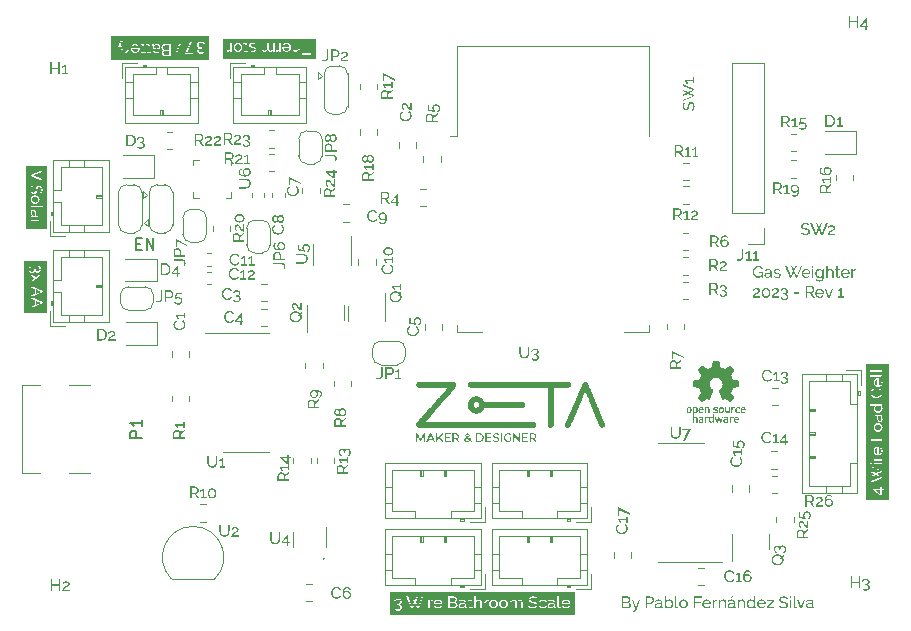
<source format=gbr>
%TF.GenerationSoftware,KiCad,Pcbnew,7.0.1*%
%TF.CreationDate,2023-11-12T23:31:08+01:00*%
%TF.ProjectId,GasWeighter,47617357-6569-4676-9874-65722e6b6963,rev?*%
%TF.SameCoordinates,Original*%
%TF.FileFunction,Legend,Top*%
%TF.FilePolarity,Positive*%
%FSLAX46Y46*%
G04 Gerber Fmt 4.6, Leading zero omitted, Abs format (unit mm)*
G04 Created by KiCad (PCBNEW 7.0.1) date 2023-11-12 23:31:08*
%MOMM*%
%LPD*%
G01*
G04 APERTURE LIST*
%ADD10C,0.150000*%
%ADD11C,0.120000*%
G04 APERTURE END LIST*
D10*
X128750000Y-111950000D02*
G75*
G03*
X128750000Y-111950000I-50000J0D01*
G01*
G36*
X125835625Y-68699306D02*
G01*
X125833831Y-68711911D01*
X125831534Y-68724249D01*
X125828733Y-68736320D01*
X125825428Y-68748124D01*
X125821619Y-68759661D01*
X125817307Y-68770930D01*
X125812491Y-68781933D01*
X125807167Y-68792672D01*
X125801454Y-68803029D01*
X125795352Y-68813005D01*
X125788860Y-68822599D01*
X125781980Y-68831811D01*
X125774709Y-68840642D01*
X125767050Y-68849092D01*
X125759002Y-68857159D01*
X125750537Y-68864876D01*
X125741752Y-68872150D01*
X125732646Y-68878981D01*
X125723220Y-68885369D01*
X125713473Y-68891315D01*
X125703406Y-68896818D01*
X125693018Y-68901879D01*
X125682309Y-68906496D01*
X125671296Y-68910618D01*
X125660114Y-68914190D01*
X125648764Y-68917213D01*
X125637247Y-68919685D01*
X125625561Y-68921609D01*
X125613708Y-68922983D01*
X125601686Y-68923807D01*
X125589497Y-68924082D01*
X125577254Y-68923807D01*
X125565195Y-68922983D01*
X125553319Y-68921609D01*
X125541625Y-68919685D01*
X125530116Y-68917213D01*
X125518789Y-68914190D01*
X125507645Y-68910618D01*
X125496685Y-68906496D01*
X125485923Y-68901890D01*
X125475497Y-68896864D01*
X125465406Y-68891418D01*
X125455652Y-68885553D01*
X125446233Y-68879267D01*
X125437151Y-68872562D01*
X125428404Y-68865437D01*
X125419993Y-68857892D01*
X125411868Y-68849985D01*
X125404101Y-68841650D01*
X125396694Y-68832888D01*
X125389645Y-68823698D01*
X125382955Y-68814081D01*
X125376624Y-68804036D01*
X125370652Y-68793565D01*
X125365038Y-68782665D01*
X125359874Y-68771491D01*
X125355253Y-68760073D01*
X125351173Y-68748410D01*
X125347636Y-68736503D01*
X125344640Y-68724352D01*
X125342186Y-68711957D01*
X125340274Y-68699317D01*
X125338904Y-68686434D01*
X125836915Y-68686434D01*
X125835625Y-68699306D01*
G37*
G36*
X121482886Y-68363140D02*
G01*
X121495239Y-68364125D01*
X121507401Y-68365766D01*
X121519373Y-68368063D01*
X121531154Y-68371017D01*
X121542744Y-68374627D01*
X121554143Y-68378894D01*
X121565352Y-68383817D01*
X121576232Y-68389366D01*
X121586769Y-68395388D01*
X121596962Y-68401883D01*
X121606812Y-68408852D01*
X121616319Y-68416293D01*
X121625481Y-68424208D01*
X121634301Y-68432597D01*
X121642777Y-68441458D01*
X121644824Y-68443760D01*
X121652741Y-68453217D01*
X121660223Y-68463071D01*
X121667270Y-68473321D01*
X121673881Y-68483969D01*
X121680058Y-68495013D01*
X121685800Y-68506454D01*
X121691106Y-68518292D01*
X121694801Y-68527431D01*
X121697078Y-68533631D01*
X121700219Y-68543052D01*
X121703029Y-68552619D01*
X121705508Y-68562332D01*
X121707657Y-68572191D01*
X121709475Y-68582196D01*
X121710963Y-68592347D01*
X121712120Y-68602643D01*
X121712946Y-68613086D01*
X121713442Y-68623675D01*
X121713607Y-68634410D01*
X121713534Y-68641584D01*
X121713148Y-68652232D01*
X121712432Y-68662742D01*
X121711385Y-68673115D01*
X121710008Y-68683350D01*
X121708300Y-68693448D01*
X121706261Y-68703408D01*
X121703892Y-68713232D01*
X121701192Y-68722917D01*
X121698162Y-68732466D01*
X121694801Y-68741877D01*
X121692365Y-68748085D01*
X121688507Y-68757207D01*
X121684405Y-68766103D01*
X121678555Y-68777609D01*
X121672269Y-68788710D01*
X121665549Y-68799407D01*
X121658393Y-68809700D01*
X121650803Y-68819588D01*
X121642777Y-68829071D01*
X121634301Y-68838169D01*
X121625481Y-68846779D01*
X121616319Y-68854900D01*
X121606812Y-68862533D01*
X121596962Y-68869677D01*
X121586769Y-68876332D01*
X121576232Y-68882500D01*
X121565352Y-68888178D01*
X121554143Y-68893330D01*
X121542744Y-68897795D01*
X121531154Y-68901573D01*
X121519373Y-68904665D01*
X121507401Y-68907069D01*
X121495239Y-68908786D01*
X121482886Y-68909817D01*
X121470341Y-68910160D01*
X121457744Y-68909828D01*
X121445352Y-68908832D01*
X121433167Y-68907172D01*
X121421188Y-68904848D01*
X121409414Y-68901860D01*
X121397847Y-68898207D01*
X121386486Y-68893891D01*
X121375331Y-68888911D01*
X121364443Y-68883404D01*
X121353883Y-68877386D01*
X121343652Y-68870856D01*
X121333749Y-68863815D01*
X121324174Y-68856262D01*
X121314927Y-68848199D01*
X121306008Y-68839623D01*
X121297418Y-68830537D01*
X121293233Y-68825846D01*
X121285219Y-68816160D01*
X121277678Y-68806070D01*
X121270610Y-68795575D01*
X121264015Y-68784675D01*
X121257894Y-68773372D01*
X121252246Y-68761663D01*
X121248320Y-68752616D01*
X121244661Y-68743342D01*
X121242354Y-68737088D01*
X121239173Y-68727611D01*
X121236326Y-68718017D01*
X121233815Y-68708308D01*
X121231638Y-68698483D01*
X121229796Y-68688541D01*
X121228289Y-68678484D01*
X121227117Y-68668311D01*
X121226280Y-68658022D01*
X121225778Y-68647617D01*
X121225610Y-68637096D01*
X121225685Y-68629921D01*
X121226075Y-68619268D01*
X121226801Y-68608749D01*
X121227861Y-68598363D01*
X121229257Y-68588110D01*
X121230987Y-68577989D01*
X121233052Y-68568002D01*
X121235452Y-68558149D01*
X121238187Y-68548428D01*
X121241256Y-68538840D01*
X121244661Y-68529385D01*
X121247071Y-68523206D01*
X121250908Y-68514119D01*
X121255011Y-68505251D01*
X121260896Y-68493768D01*
X121267254Y-68482674D01*
X121274085Y-68471969D01*
X121281389Y-68461654D01*
X121289167Y-68451728D01*
X121297418Y-68442191D01*
X121306008Y-68433158D01*
X121314927Y-68424620D01*
X121324174Y-68416580D01*
X121333749Y-68409035D01*
X121343652Y-68401986D01*
X121353883Y-68395433D01*
X121364443Y-68389377D01*
X121375331Y-68383817D01*
X121386486Y-68378894D01*
X121397847Y-68374627D01*
X121409414Y-68371017D01*
X121421188Y-68368063D01*
X121433167Y-68365766D01*
X121445352Y-68364125D01*
X121457744Y-68363140D01*
X121470341Y-68362812D01*
X121482886Y-68363140D01*
G37*
G36*
X128043922Y-69664899D02*
G01*
X120196589Y-69664899D01*
X120196589Y-69008590D01*
X120564445Y-69008590D01*
X120571729Y-69009642D01*
X120581542Y-69010055D01*
X120585351Y-69010055D01*
X120595376Y-69010055D01*
X120605233Y-69010055D01*
X120613994Y-69009191D01*
X120627012Y-69007286D01*
X120639885Y-69004651D01*
X120652612Y-69001287D01*
X120665193Y-68997193D01*
X120677628Y-68992368D01*
X120689917Y-68986814D01*
X120702060Y-68980530D01*
X120714057Y-68973516D01*
X120725908Y-68965772D01*
X120737613Y-68957299D01*
X120741452Y-68954325D01*
X120752691Y-68945064D01*
X120763514Y-68935297D01*
X120773920Y-68925023D01*
X120780626Y-68917892D01*
X120787147Y-68910536D01*
X120793483Y-68902955D01*
X120799634Y-68895149D01*
X120805600Y-68887117D01*
X120811381Y-68878861D01*
X120816977Y-68870379D01*
X120822387Y-68861672D01*
X120827613Y-68852740D01*
X120832653Y-68843583D01*
X120837508Y-68834200D01*
X120837508Y-69004438D01*
X120952791Y-69004438D01*
X120952791Y-68635875D01*
X121098848Y-68635875D01*
X121098862Y-68637096D01*
X121098956Y-68645490D01*
X121099522Y-68659792D01*
X121100573Y-68673947D01*
X121102109Y-68687956D01*
X121104131Y-68701819D01*
X121106637Y-68715536D01*
X121109629Y-68729107D01*
X121113106Y-68742533D01*
X121117068Y-68755812D01*
X121121515Y-68768945D01*
X121126448Y-68781933D01*
X121129950Y-68790506D01*
X121135515Y-68803115D01*
X121141453Y-68815424D01*
X121147765Y-68827433D01*
X121154451Y-68839141D01*
X121161509Y-68850548D01*
X121168942Y-68861655D01*
X121176748Y-68872461D01*
X121184927Y-68882967D01*
X121193480Y-68893172D01*
X121202407Y-68903077D01*
X121208533Y-68909498D01*
X121218026Y-68918822D01*
X121227885Y-68927776D01*
X121238108Y-68936361D01*
X121248696Y-68944577D01*
X121259649Y-68952424D01*
X121270967Y-68959902D01*
X121282650Y-68967010D01*
X121294697Y-68973749D01*
X121307110Y-68980119D01*
X121319888Y-68986120D01*
X121324205Y-68988028D01*
X121337305Y-68993390D01*
X121350629Y-68998206D01*
X121364176Y-69002477D01*
X121377946Y-69006203D01*
X121391939Y-69009384D01*
X121406156Y-69012019D01*
X121420596Y-69014109D01*
X121430347Y-69015200D01*
X121440197Y-69016048D01*
X121450146Y-69016654D01*
X121460194Y-69017017D01*
X121470341Y-69017138D01*
X121480487Y-69017017D01*
X121490530Y-69016654D01*
X121500469Y-69016048D01*
X121510306Y-69015200D01*
X121524867Y-69013473D01*
X121539197Y-69011201D01*
X121553295Y-69008384D01*
X121567161Y-69005022D01*
X121580795Y-69001114D01*
X121594197Y-68996661D01*
X121607368Y-68991663D01*
X121620307Y-68986120D01*
X121628748Y-68982160D01*
X121641124Y-68975913D01*
X121653157Y-68969297D01*
X121664847Y-68962312D01*
X121676192Y-68954958D01*
X121687195Y-68947234D01*
X121697854Y-68939141D01*
X121708169Y-68930679D01*
X121718141Y-68921847D01*
X121727770Y-68912647D01*
X121737055Y-68903077D01*
X121743019Y-68896507D01*
X121751660Y-68886402D01*
X121759937Y-68875997D01*
X121767849Y-68865290D01*
X121775396Y-68854284D01*
X121782578Y-68842977D01*
X121789395Y-68831369D01*
X121795847Y-68819461D01*
X121801934Y-68807252D01*
X121807657Y-68794742D01*
X121813014Y-68781933D01*
X121816327Y-68773291D01*
X121820895Y-68760206D01*
X121824982Y-68746975D01*
X121828588Y-68733599D01*
X121831714Y-68720076D01*
X121834359Y-68706408D01*
X121836523Y-68692593D01*
X121838206Y-68678633D01*
X121839408Y-68664526D01*
X121840129Y-68650274D01*
X121840369Y-68635875D01*
X121840265Y-68626407D01*
X121839719Y-68612305D01*
X121838705Y-68598323D01*
X121837224Y-68584461D01*
X121835274Y-68570720D01*
X121832856Y-68557098D01*
X121829970Y-68543597D01*
X121826616Y-68530216D01*
X121822794Y-68516956D01*
X121818505Y-68503815D01*
X121813747Y-68490795D01*
X121810304Y-68482251D01*
X121804820Y-68469683D01*
X121798955Y-68457410D01*
X121792707Y-68445434D01*
X121786078Y-68433754D01*
X121779066Y-68422370D01*
X121771672Y-68411283D01*
X121763896Y-68400491D01*
X121755738Y-68389996D01*
X121747198Y-68379797D01*
X121738276Y-68369895D01*
X121732124Y-68363474D01*
X121722610Y-68354150D01*
X121712752Y-68345196D01*
X121702552Y-68336611D01*
X121692007Y-68328395D01*
X121681119Y-68320548D01*
X121669888Y-68313070D01*
X121659411Y-68306636D01*
X121893859Y-68306636D01*
X121923412Y-68405066D01*
X121926518Y-68403219D01*
X121935685Y-68398505D01*
X121944898Y-68394304D01*
X121954246Y-68390331D01*
X121964933Y-68386015D01*
X121968743Y-68384566D01*
X121978476Y-68381352D01*
X121988506Y-68378722D01*
X121998835Y-68376677D01*
X122009463Y-68375216D01*
X122020388Y-68374339D01*
X122031612Y-68374047D01*
X122035639Y-68374119D01*
X122047319Y-68375192D01*
X122058399Y-68377553D01*
X122068878Y-68381203D01*
X122078755Y-68386140D01*
X122088032Y-68392365D01*
X122089507Y-68393532D01*
X122097487Y-68401455D01*
X122103973Y-68410957D01*
X122108236Y-68420083D01*
X122111462Y-68430306D01*
X122113650Y-68441626D01*
X122114654Y-68451472D01*
X122114654Y-68907229D01*
X121950034Y-68907229D01*
X121950034Y-69004438D01*
X122114654Y-69004438D01*
X122114654Y-69249169D01*
X122238485Y-69249169D01*
X122238485Y-69142191D01*
X123162944Y-69142191D01*
X123162944Y-69297041D01*
X123286775Y-69297041D01*
X123286775Y-69142191D01*
X123162944Y-69142191D01*
X122238485Y-69142191D01*
X122238485Y-69004438D01*
X122338381Y-69004438D01*
X122338381Y-68907229D01*
X122238485Y-68907229D01*
X122238485Y-68479560D01*
X122416782Y-68479560D01*
X122416851Y-68485305D01*
X122417401Y-68496464D01*
X122418500Y-68507180D01*
X122420148Y-68517454D01*
X122422347Y-68527285D01*
X122425094Y-68536673D01*
X122429302Y-68547785D01*
X122434368Y-68558206D01*
X122435485Y-68560228D01*
X122441607Y-68570087D01*
X122448623Y-68579529D01*
X122456533Y-68588553D01*
X122463505Y-68595472D01*
X122471050Y-68602124D01*
X122479167Y-68608509D01*
X122487857Y-68614626D01*
X122494706Y-68619058D01*
X122504346Y-68624794D01*
X122514566Y-68630332D01*
X122525367Y-68635671D01*
X122536747Y-68640811D01*
X122548707Y-68645753D01*
X122558058Y-68649330D01*
X122567735Y-68652794D01*
X122577739Y-68656147D01*
X122584590Y-68658343D01*
X122595142Y-68661625D01*
X122606025Y-68664894D01*
X122617238Y-68668151D01*
X122628782Y-68671394D01*
X122640657Y-68674625D01*
X122652862Y-68677843D01*
X122665398Y-68681048D01*
X122678264Y-68684240D01*
X122691461Y-68687419D01*
X122704989Y-68690586D01*
X122710767Y-68691984D01*
X122722002Y-68694747D01*
X122732810Y-68697465D01*
X122743190Y-68700136D01*
X122753143Y-68702762D01*
X122762669Y-68705341D01*
X122773974Y-68708502D01*
X122784612Y-68711591D01*
X122788688Y-68712853D01*
X122798477Y-68716100D01*
X122809468Y-68720170D01*
X122819634Y-68724429D01*
X122828977Y-68728877D01*
X122838834Y-68734305D01*
X122840135Y-68735103D01*
X122848604Y-68740915D01*
X122856908Y-68748044D01*
X122863747Y-68755692D01*
X122869120Y-68763859D01*
X122870215Y-68765999D01*
X122873886Y-68775226D01*
X122876427Y-68785523D01*
X122877725Y-68795409D01*
X122878157Y-68806113D01*
X122877973Y-68813885D01*
X122877006Y-68825040D01*
X122875211Y-68835590D01*
X122872587Y-68845534D01*
X122869135Y-68854872D01*
X122863242Y-68866382D01*
X122855877Y-68876816D01*
X122847038Y-68886174D01*
X122839443Y-68892486D01*
X122831018Y-68898192D01*
X122825047Y-68901682D01*
X122815793Y-68906495D01*
X122806182Y-68910801D01*
X122796215Y-68914601D01*
X122785892Y-68917894D01*
X122775212Y-68920680D01*
X122764176Y-68922960D01*
X122752784Y-68924733D01*
X122741035Y-68926000D01*
X122728930Y-68926759D01*
X122716468Y-68927013D01*
X122708908Y-68926933D01*
X122697611Y-68926512D01*
X122686366Y-68925730D01*
X122675171Y-68924588D01*
X122664029Y-68923086D01*
X122652938Y-68921222D01*
X122641898Y-68918999D01*
X122630910Y-68916414D01*
X122619973Y-68913469D01*
X122609088Y-68910163D01*
X122598255Y-68906496D01*
X122591093Y-68903882D01*
X122580510Y-68899660D01*
X122570121Y-68895078D01*
X122559925Y-68890135D01*
X122549922Y-68884831D01*
X122540113Y-68879167D01*
X122530497Y-68873142D01*
X122521073Y-68866756D01*
X122511844Y-68860010D01*
X122502807Y-68852903D01*
X122493963Y-68845436D01*
X122437787Y-68919930D01*
X122444042Y-68925328D01*
X122453754Y-68933175D01*
X122463860Y-68940721D01*
X122474362Y-68947967D01*
X122485258Y-68954912D01*
X122496550Y-68961556D01*
X122508236Y-68967901D01*
X122520318Y-68973944D01*
X122532794Y-68979687D01*
X122545665Y-68985130D01*
X122558932Y-68990272D01*
X122567922Y-68993525D01*
X122581576Y-68998012D01*
X122595431Y-69002026D01*
X122609488Y-69005568D01*
X122623747Y-69008638D01*
X122633365Y-69010422D01*
X122643073Y-69011996D01*
X122652870Y-69013360D01*
X122662757Y-69014515D01*
X122672734Y-69015459D01*
X122682800Y-69016194D01*
X122692956Y-69016719D01*
X122703202Y-69017033D01*
X122713538Y-69017138D01*
X122720895Y-69017080D01*
X122731818Y-69016775D01*
X122742602Y-69016207D01*
X122753250Y-69015378D01*
X122763760Y-69014287D01*
X122774133Y-69012934D01*
X122784368Y-69011319D01*
X122794466Y-69009442D01*
X122804426Y-69007303D01*
X122814250Y-69004902D01*
X122823935Y-69002240D01*
X122827128Y-69001310D01*
X122836552Y-68998351D01*
X122848756Y-68994012D01*
X122860549Y-68989222D01*
X122871929Y-68983982D01*
X122882897Y-68978292D01*
X122893453Y-68972152D01*
X122903597Y-68965561D01*
X122913328Y-68958520D01*
X122922545Y-68951094D01*
X122931265Y-68943224D01*
X122939489Y-68934912D01*
X122947217Y-68926158D01*
X122954449Y-68916961D01*
X122961185Y-68907321D01*
X122967424Y-68897238D01*
X122973168Y-68886713D01*
X122977052Y-68878591D01*
X122981638Y-68867428D01*
X122985544Y-68855884D01*
X122988770Y-68843958D01*
X122991318Y-68831651D01*
X122993186Y-68818962D01*
X122994141Y-68809194D01*
X122994714Y-68799212D01*
X122994905Y-68789016D01*
X122994688Y-68778364D01*
X122994035Y-68768148D01*
X122992948Y-68758367D01*
X122990976Y-68746752D01*
X122988325Y-68735817D01*
X122984994Y-68725562D01*
X122980983Y-68715987D01*
X122979147Y-68712325D01*
X122973979Y-68703455D01*
X122967989Y-68694990D01*
X122961176Y-68686930D01*
X122953540Y-68679276D01*
X122945080Y-68672028D01*
X122935799Y-68665184D01*
X122927784Y-68660017D01*
X122919251Y-68655018D01*
X122910199Y-68650186D01*
X122900628Y-68645523D01*
X122890537Y-68641027D01*
X122879928Y-68636700D01*
X122868800Y-68632540D01*
X122857152Y-68628548D01*
X122851097Y-68626619D01*
X122841745Y-68623704D01*
X122832072Y-68620763D01*
X122822076Y-68617796D01*
X122811758Y-68614804D01*
X122801119Y-68611785D01*
X122790157Y-68608741D01*
X122778874Y-68605672D01*
X122767268Y-68602576D01*
X122755341Y-68599455D01*
X122743091Y-68596308D01*
X122739852Y-68595516D01*
X122730283Y-68593156D01*
X122717873Y-68590049D01*
X122705859Y-68586989D01*
X122694242Y-68583974D01*
X122683022Y-68581005D01*
X122672199Y-68578081D01*
X122661773Y-68575204D01*
X122651744Y-68572372D01*
X122646854Y-68570956D01*
X122637413Y-68568056D01*
X122626244Y-68564302D01*
X122615779Y-68560404D01*
X122606018Y-68556364D01*
X122596960Y-68552180D01*
X122587020Y-68546971D01*
X122579392Y-68542495D01*
X122571057Y-68536794D01*
X122562462Y-68529686D01*
X122555082Y-68522087D01*
X122548918Y-68513998D01*
X122545259Y-68507924D01*
X122541178Y-68498760D01*
X122538313Y-68488824D01*
X122536664Y-68478116D01*
X122536217Y-68468325D01*
X122536263Y-68464747D01*
X122536954Y-68454319D01*
X122538473Y-68444345D01*
X122541787Y-68431756D01*
X122546575Y-68419975D01*
X122552836Y-68409003D01*
X122560569Y-68398840D01*
X122567336Y-68391749D01*
X122574932Y-68385113D01*
X122583356Y-68378932D01*
X122592484Y-68373301D01*
X122602192Y-68368224D01*
X122612480Y-68363701D01*
X122623347Y-68359732D01*
X122634794Y-68356317D01*
X122646820Y-68353455D01*
X122659426Y-68351148D01*
X122672612Y-68349394D01*
X122686377Y-68348194D01*
X122700721Y-68347548D01*
X122710607Y-68347424D01*
X122719555Y-68347520D01*
X122732874Y-68348021D01*
X122746068Y-68348951D01*
X122759137Y-68350311D01*
X122772082Y-68352099D01*
X122784903Y-68354318D01*
X122797599Y-68356965D01*
X122810171Y-68360042D01*
X122822618Y-68363548D01*
X122834940Y-68367484D01*
X122847138Y-68371849D01*
X122859274Y-68376691D01*
X122871410Y-68381967D01*
X122883546Y-68387676D01*
X122895682Y-68393819D01*
X122907817Y-68400396D01*
X122919953Y-68407406D01*
X122932089Y-68414850D01*
X122944225Y-68422728D01*
X122952315Y-68428220D01*
X122960406Y-68433906D01*
X122968497Y-68439784D01*
X122976587Y-68445854D01*
X123030076Y-68362812D01*
X123022259Y-68356404D01*
X123014254Y-68350187D01*
X123006062Y-68344162D01*
X122997684Y-68338326D01*
X122989118Y-68332682D01*
X122980365Y-68327229D01*
X122971426Y-68321966D01*
X122962299Y-68316894D01*
X122952985Y-68312013D01*
X122943485Y-68307323D01*
X122933797Y-68302823D01*
X122923922Y-68298515D01*
X122913861Y-68294397D01*
X122903612Y-68290470D01*
X122893176Y-68286734D01*
X122882554Y-68283189D01*
X122871796Y-68279876D01*
X122861018Y-68276777D01*
X122850219Y-68273892D01*
X122839399Y-68271221D01*
X122834014Y-68270000D01*
X123162944Y-68270000D01*
X123162944Y-69004438D01*
X123286775Y-69004438D01*
X123286775Y-68270000D01*
X123473133Y-68270000D01*
X123473133Y-68708904D01*
X123473177Y-68717139D01*
X123473407Y-68729344D01*
X123473835Y-68741373D01*
X123474460Y-68753226D01*
X123475283Y-68764903D01*
X123476304Y-68776404D01*
X123477522Y-68787729D01*
X123478937Y-68798879D01*
X123480550Y-68809852D01*
X123482360Y-68820649D01*
X123484368Y-68831270D01*
X123485084Y-68834781D01*
X123487398Y-68845138D01*
X123489961Y-68855229D01*
X123492773Y-68865053D01*
X123495834Y-68874612D01*
X123499145Y-68883904D01*
X123503946Y-68895879D01*
X123509189Y-68907382D01*
X123514875Y-68918411D01*
X123521004Y-68928967D01*
X123527572Y-68939061D01*
X123534697Y-68948582D01*
X123542379Y-68957532D01*
X123550619Y-68965908D01*
X123559415Y-68973713D01*
X123568769Y-68980945D01*
X123578680Y-68987604D01*
X123589148Y-68993691D01*
X123597386Y-68997881D01*
X123608925Y-69002827D01*
X123621097Y-69007040D01*
X123630642Y-69009719D01*
X123640543Y-69011986D01*
X123650800Y-69013841D01*
X123661414Y-69015284D01*
X123672384Y-69016314D01*
X123683711Y-69016932D01*
X123695394Y-69017138D01*
X123706655Y-69016964D01*
X123717753Y-69016440D01*
X123728690Y-69015567D01*
X123739464Y-69014345D01*
X123750077Y-69012773D01*
X123760526Y-69010853D01*
X123770814Y-69008583D01*
X123780940Y-69005964D01*
X123790903Y-69002996D01*
X123800704Y-68999679D01*
X123810343Y-68996012D01*
X123819820Y-68991997D01*
X123829135Y-68987632D01*
X123838287Y-68982918D01*
X123847278Y-68977854D01*
X123856106Y-68972442D01*
X123864771Y-68966680D01*
X123873275Y-68960569D01*
X123881617Y-68954109D01*
X123889796Y-68947300D01*
X123897813Y-68940142D01*
X123905668Y-68932634D01*
X123913360Y-68924777D01*
X123920891Y-68916571D01*
X123928259Y-68908016D01*
X123935465Y-68899112D01*
X123942509Y-68889858D01*
X123949391Y-68880256D01*
X123956111Y-68870304D01*
X123962668Y-68860002D01*
X123969063Y-68849352D01*
X123975296Y-68838353D01*
X123977046Y-68848100D01*
X123980279Y-68862296D01*
X123984241Y-68875981D01*
X123988934Y-68889155D01*
X123994357Y-68901819D01*
X124000509Y-68913971D01*
X124007391Y-68925612D01*
X124015003Y-68936743D01*
X124023345Y-68947362D01*
X124032417Y-68957471D01*
X124042219Y-68967069D01*
X124045645Y-68970149D01*
X124056377Y-68978804D01*
X124067787Y-68986578D01*
X124079876Y-68993473D01*
X124092643Y-68999487D01*
X124106088Y-69004621D01*
X124115429Y-69007555D01*
X124125070Y-69010097D01*
X124135014Y-69012249D01*
X124145259Y-69014009D01*
X124155805Y-69015378D01*
X124166653Y-69016356D01*
X124177802Y-69016943D01*
X124189253Y-69017138D01*
X124200417Y-69016965D01*
X124211441Y-69016444D01*
X124222323Y-69015576D01*
X124233064Y-69014360D01*
X124243664Y-69012797D01*
X124254122Y-69010887D01*
X124264440Y-69008630D01*
X124264596Y-69008590D01*
X124699965Y-69008590D01*
X124707249Y-69009642D01*
X124717062Y-69010055D01*
X124720871Y-69010055D01*
X124730896Y-69010055D01*
X124740753Y-69010055D01*
X124749513Y-69009191D01*
X124762532Y-69007286D01*
X124775405Y-69004651D01*
X124788132Y-69001287D01*
X124800713Y-68997193D01*
X124813148Y-68992368D01*
X124825437Y-68986814D01*
X124837580Y-68980530D01*
X124849577Y-68973516D01*
X124861428Y-68965772D01*
X124873133Y-68957299D01*
X124876972Y-68954325D01*
X124888211Y-68945064D01*
X124899034Y-68935297D01*
X124909440Y-68925023D01*
X124916146Y-68917892D01*
X124922667Y-68910536D01*
X124929003Y-68902955D01*
X124935154Y-68895149D01*
X124941120Y-68887117D01*
X124946901Y-68878861D01*
X124952496Y-68870379D01*
X124957907Y-68861672D01*
X124963132Y-68852740D01*
X124968173Y-68843583D01*
X124973028Y-68834200D01*
X124973028Y-69004438D01*
X125088311Y-69004438D01*
X125088311Y-68642714D01*
X125222156Y-68642714D01*
X125222258Y-68651853D01*
X125222794Y-68665487D01*
X125223789Y-68679030D01*
X125224590Y-68686434D01*
X125225244Y-68692483D01*
X125227158Y-68705846D01*
X125229532Y-68719119D01*
X125232364Y-68732302D01*
X125235657Y-68745394D01*
X125239408Y-68758396D01*
X125243619Y-68771309D01*
X125248290Y-68784131D01*
X125251612Y-68792612D01*
X125256917Y-68805085D01*
X125262609Y-68817256D01*
X125268686Y-68829127D01*
X125275151Y-68840698D01*
X125282002Y-68851968D01*
X125289239Y-68862937D01*
X125296862Y-68873606D01*
X125304872Y-68883974D01*
X125313268Y-68894042D01*
X125322051Y-68903810D01*
X125328115Y-68910142D01*
X125337512Y-68919343D01*
X125347269Y-68928188D01*
X125357387Y-68936677D01*
X125367866Y-68944809D01*
X125378705Y-68952585D01*
X125389905Y-68960005D01*
X125401465Y-68967068D01*
X125413387Y-68973775D01*
X125425668Y-68980125D01*
X125438311Y-68986120D01*
X125446887Y-68989876D01*
X125459969Y-68995056D01*
X125473314Y-68999690D01*
X125486920Y-69003780D01*
X125500788Y-69007324D01*
X125514918Y-69010323D01*
X125529310Y-69012776D01*
X125539050Y-69014109D01*
X125548907Y-69015200D01*
X125558880Y-69016048D01*
X125568969Y-69016654D01*
X125579175Y-69017017D01*
X125589497Y-69017138D01*
X125599822Y-69017020D01*
X125610036Y-69016665D01*
X125620140Y-69016074D01*
X125630133Y-69015245D01*
X125640015Y-69014181D01*
X125649787Y-69012879D01*
X125659448Y-69011341D01*
X125673732Y-69008591D01*
X125687767Y-69005308D01*
X125701553Y-69001493D01*
X125715089Y-68997145D01*
X125728377Y-68992265D01*
X125741416Y-68986852D01*
X125749952Y-68982982D01*
X125762481Y-68976857D01*
X125774679Y-68970351D01*
X125786546Y-68963462D01*
X125798083Y-68956191D01*
X125809290Y-68948538D01*
X125820165Y-68940503D01*
X125830710Y-68932086D01*
X125840925Y-68923287D01*
X125850809Y-68914106D01*
X125860362Y-68904542D01*
X125866504Y-68897973D01*
X125875390Y-68887868D01*
X125883886Y-68877462D01*
X125891991Y-68866756D01*
X125899706Y-68855749D01*
X125907029Y-68844442D01*
X125913962Y-68832834D01*
X125920505Y-68820926D01*
X125926656Y-68808717D01*
X125932417Y-68796208D01*
X125937787Y-68783398D01*
X125941100Y-68774755D01*
X125945668Y-68761665D01*
X125949755Y-68748425D01*
X125953362Y-68735035D01*
X125956487Y-68721495D01*
X125959132Y-68707804D01*
X125961296Y-68693963D01*
X125962979Y-68679972D01*
X125964181Y-68665830D01*
X125964902Y-68651539D01*
X125965143Y-68637096D01*
X125965036Y-68627478D01*
X125964475Y-68613156D01*
X125963433Y-68598964D01*
X125961910Y-68584901D01*
X125959907Y-68570966D01*
X125957422Y-68557160D01*
X125954457Y-68543483D01*
X125951011Y-68529934D01*
X125947084Y-68516515D01*
X125942676Y-68503224D01*
X125937787Y-68490062D01*
X125934253Y-68481430D01*
X125928638Y-68468739D01*
X125922644Y-68456357D01*
X125916273Y-68444284D01*
X125909524Y-68432520D01*
X125902397Y-68421066D01*
X125894892Y-68409920D01*
X125887010Y-68399084D01*
X125878749Y-68388557D01*
X125870111Y-68378338D01*
X125861095Y-68368429D01*
X125854852Y-68362011D01*
X125845200Y-68352703D01*
X125835205Y-68343776D01*
X125824867Y-68335232D01*
X125814185Y-68327069D01*
X125803160Y-68319289D01*
X125791791Y-68311891D01*
X125780079Y-68304875D01*
X125768023Y-68298241D01*
X125755624Y-68291989D01*
X125742882Y-68286120D01*
X125729799Y-68280707D01*
X125716472Y-68275827D01*
X125702900Y-68271479D01*
X125697543Y-68270000D01*
X126104117Y-68270000D01*
X126104117Y-68708904D01*
X126104163Y-68716964D01*
X126104409Y-68728939D01*
X126104865Y-68740778D01*
X126105531Y-68752478D01*
X126106407Y-68764042D01*
X126107494Y-68775468D01*
X126108792Y-68786756D01*
X126110299Y-68797908D01*
X126112017Y-68808921D01*
X126113946Y-68819798D01*
X126116085Y-68830537D01*
X126116847Y-68834093D01*
X126119309Y-68844569D01*
X126122034Y-68854758D01*
X126125020Y-68864659D01*
X126128267Y-68874273D01*
X126131777Y-68883599D01*
X126136864Y-68895586D01*
X126142417Y-68907061D01*
X126148435Y-68918025D01*
X126154919Y-68928478D01*
X126161861Y-68938412D01*
X126169375Y-68947819D01*
X126177462Y-68956700D01*
X126186121Y-68965054D01*
X126195353Y-68972881D01*
X126205157Y-68980181D01*
X126215533Y-68986955D01*
X126226482Y-68993203D01*
X126229311Y-68994675D01*
X126241009Y-69000098D01*
X126250189Y-69003674D01*
X126259717Y-69006830D01*
X126269592Y-69009565D01*
X126279815Y-69011879D01*
X126290386Y-69013772D01*
X126301305Y-69015245D01*
X126312571Y-69016297D01*
X126324186Y-69016928D01*
X126336147Y-69017138D01*
X126347176Y-69016962D01*
X126358095Y-69016432D01*
X126368906Y-69015550D01*
X126379607Y-69014314D01*
X126390200Y-69012726D01*
X126400685Y-69010784D01*
X126411060Y-69008490D01*
X126421327Y-69005842D01*
X126431485Y-69002842D01*
X126441534Y-68999488D01*
X126451475Y-68995781D01*
X126461307Y-68991722D01*
X126471030Y-68987309D01*
X126480644Y-68982544D01*
X126490149Y-68977425D01*
X126499546Y-68971953D01*
X126508736Y-68966198D01*
X126517685Y-68960169D01*
X126526391Y-68953864D01*
X126534854Y-68947285D01*
X126543076Y-68940431D01*
X126551054Y-68933302D01*
X126558791Y-68925898D01*
X126566285Y-68918220D01*
X126573537Y-68910267D01*
X126580547Y-68902039D01*
X126587314Y-68893536D01*
X126593839Y-68884759D01*
X126600121Y-68875706D01*
X126606162Y-68866379D01*
X126611960Y-68856778D01*
X126617515Y-68846901D01*
X126617515Y-69297041D01*
X126741346Y-69297041D01*
X126741346Y-69268953D01*
X126860048Y-69268953D01*
X127676064Y-69268953D01*
X127676064Y-69156357D01*
X127331437Y-69156357D01*
X127331437Y-68270000D01*
X127204675Y-68270000D01*
X127204675Y-69156357D01*
X126860048Y-69156357D01*
X126860048Y-69268953D01*
X126741346Y-69268953D01*
X126741346Y-68270000D01*
X126617515Y-68270000D01*
X126617515Y-68713056D01*
X126614157Y-68723509D01*
X126610432Y-68733740D01*
X126606341Y-68743750D01*
X126601884Y-68753539D01*
X126597060Y-68763107D01*
X126591870Y-68772453D01*
X126586313Y-68781578D01*
X126580390Y-68790481D01*
X126574116Y-68799121D01*
X126567629Y-68807456D01*
X126560927Y-68815485D01*
X126554012Y-68823210D01*
X126546883Y-68830628D01*
X126539541Y-68837742D01*
X126531984Y-68844550D01*
X126524214Y-68851053D01*
X126516200Y-68857236D01*
X126508033Y-68863082D01*
X126499714Y-68868593D01*
X126491242Y-68873768D01*
X126482617Y-68878607D01*
X126473839Y-68883110D01*
X126464909Y-68887278D01*
X126455826Y-68891109D01*
X126451247Y-68892913D01*
X126439798Y-68896914D01*
X126428349Y-68900188D01*
X126416900Y-68902734D01*
X126405451Y-68904553D01*
X126394002Y-68905644D01*
X126382554Y-68906008D01*
X126373202Y-68905790D01*
X126359711Y-68904648D01*
X126346864Y-68902527D01*
X126334661Y-68899428D01*
X126323101Y-68895349D01*
X126312186Y-68890291D01*
X126301915Y-68884255D01*
X126292288Y-68877240D01*
X126283305Y-68869246D01*
X126274966Y-68860272D01*
X126267271Y-68850321D01*
X126264852Y-68846783D01*
X126258055Y-68835490D01*
X126251949Y-68823176D01*
X126246534Y-68809839D01*
X126243308Y-68800380D01*
X126240390Y-68790468D01*
X126237779Y-68780101D01*
X126235475Y-68769280D01*
X126233478Y-68758004D01*
X126231788Y-68746275D01*
X126230406Y-68734091D01*
X126229330Y-68721454D01*
X126228562Y-68708362D01*
X126228101Y-68694816D01*
X126227948Y-68680816D01*
X126227948Y-68270000D01*
X126104117Y-68270000D01*
X125697543Y-68270000D01*
X125689083Y-68267664D01*
X125675022Y-68264381D01*
X125660716Y-68261630D01*
X125651042Y-68260092D01*
X125641260Y-68258791D01*
X125631369Y-68257726D01*
X125621370Y-68256898D01*
X125611261Y-68256307D01*
X125601044Y-68255952D01*
X125590718Y-68255833D01*
X125583896Y-68255889D01*
X125573723Y-68256179D01*
X125563623Y-68256719D01*
X125553596Y-68257507D01*
X125543641Y-68258545D01*
X125533760Y-68259831D01*
X125523952Y-68261367D01*
X125514217Y-68263152D01*
X125504555Y-68265185D01*
X125494966Y-68267468D01*
X125485450Y-68270000D01*
X125482284Y-68270895D01*
X125472894Y-68273701D01*
X125460628Y-68277724D01*
X125448653Y-68282067D01*
X125436967Y-68286730D01*
X125425572Y-68291714D01*
X125414467Y-68297019D01*
X125403651Y-68302644D01*
X125393126Y-68308590D01*
X125382902Y-68314898D01*
X125372991Y-68321489D01*
X125363393Y-68328362D01*
X125354108Y-68335518D01*
X125345136Y-68342956D01*
X125336477Y-68350676D01*
X125328130Y-68358679D01*
X125320097Y-68366964D01*
X125312369Y-68375558D01*
X125305061Y-68384366D01*
X125298173Y-68393388D01*
X125291704Y-68402623D01*
X125285655Y-68412073D01*
X125280026Y-68421735D01*
X125274817Y-68431612D01*
X125270027Y-68441702D01*
X125377006Y-68471256D01*
X125378452Y-68467737D01*
X125383295Y-68457456D01*
X125388894Y-68447587D01*
X125395248Y-68438130D01*
X125402357Y-68429086D01*
X125410223Y-68420453D01*
X125418598Y-68412267D01*
X125427419Y-68404562D01*
X125435111Y-68398508D01*
X125443114Y-68392789D01*
X125451426Y-68387403D01*
X125460048Y-68382351D01*
X125463577Y-68380453D01*
X125472547Y-68375923D01*
X125481733Y-68371704D01*
X125491133Y-68367794D01*
X125500747Y-68364195D01*
X125510577Y-68360906D01*
X125520621Y-68357927D01*
X125524656Y-68356833D01*
X125534796Y-68354406D01*
X125545007Y-68352420D01*
X125555289Y-68350876D01*
X125565643Y-68349772D01*
X125576069Y-68349111D01*
X125586566Y-68348890D01*
X125598458Y-68349172D01*
X125610197Y-68350020D01*
X125621783Y-68351432D01*
X125633217Y-68353408D01*
X125644497Y-68355950D01*
X125655626Y-68359057D01*
X125666601Y-68362728D01*
X125677424Y-68366964D01*
X125687973Y-68371761D01*
X125698246Y-68376993D01*
X125708245Y-68382660D01*
X125717969Y-68388763D01*
X125727418Y-68395300D01*
X125736592Y-68402272D01*
X125745492Y-68409680D01*
X125754117Y-68417522D01*
X125762348Y-68425838D01*
X125770191Y-68434543D01*
X125777644Y-68443637D01*
X125784708Y-68453121D01*
X125791383Y-68462993D01*
X125797668Y-68473255D01*
X125803564Y-68483907D01*
X125809071Y-68494947D01*
X125814059Y-68506396D01*
X125818521Y-68518150D01*
X125822455Y-68530210D01*
X125825863Y-68542575D01*
X125828744Y-68555245D01*
X125830560Y-68564948D01*
X125832079Y-68574822D01*
X125833302Y-68584869D01*
X125834228Y-68595087D01*
X125225087Y-68595087D01*
X125223670Y-68604635D01*
X125222889Y-68614626D01*
X125222534Y-68621983D01*
X125222242Y-68632453D01*
X125222156Y-68642714D01*
X125088311Y-68642714D01*
X125088311Y-68270000D01*
X124964480Y-68270000D01*
X124964480Y-68723070D01*
X124960623Y-68732947D01*
X124956442Y-68742548D01*
X124951937Y-68751875D01*
X124947108Y-68760928D01*
X124941954Y-68769705D01*
X124936476Y-68778208D01*
X124930673Y-68786436D01*
X124924546Y-68794389D01*
X124918094Y-68802067D01*
X124911319Y-68809471D01*
X124904218Y-68816600D01*
X124896794Y-68823454D01*
X124889045Y-68830033D01*
X124880971Y-68836338D01*
X124872574Y-68842367D01*
X124863852Y-68848122D01*
X124854882Y-68853604D01*
X124845743Y-68858755D01*
X124836434Y-68863573D01*
X124826956Y-68868059D01*
X124817307Y-68872213D01*
X124807489Y-68876035D01*
X124797501Y-68879525D01*
X124787342Y-68882683D01*
X124777015Y-68885509D01*
X124766517Y-68888003D01*
X124755849Y-68890165D01*
X124745012Y-68891994D01*
X124734005Y-68893492D01*
X124722828Y-68894658D01*
X124711481Y-68895492D01*
X124699965Y-68895994D01*
X124699965Y-69008590D01*
X124264596Y-69008590D01*
X124274616Y-69006025D01*
X124284651Y-69003073D01*
X124294544Y-68999774D01*
X124304297Y-68996128D01*
X124313908Y-68992134D01*
X124323378Y-68987793D01*
X124332707Y-68983105D01*
X124341895Y-68978069D01*
X124350942Y-68972686D01*
X124359813Y-68967014D01*
X124368474Y-68961050D01*
X124376925Y-68954794D01*
X124385166Y-68948247D01*
X124393198Y-68941407D01*
X124401019Y-68934275D01*
X124408631Y-68926852D01*
X124416032Y-68919136D01*
X124423224Y-68911128D01*
X124430206Y-68902829D01*
X124436978Y-68894237D01*
X124443540Y-68885354D01*
X124449892Y-68876179D01*
X124456035Y-68866711D01*
X124461967Y-68856952D01*
X124467690Y-68846901D01*
X124467690Y-69004438D01*
X124580286Y-69004438D01*
X124580286Y-68270000D01*
X124456454Y-68270000D01*
X124456454Y-68713056D01*
X124453143Y-68723850D01*
X124449558Y-68734374D01*
X124445701Y-68744626D01*
X124441571Y-68754608D01*
X124437168Y-68764318D01*
X124432492Y-68773758D01*
X124427543Y-68782927D01*
X124422322Y-68791824D01*
X124416827Y-68800451D01*
X124411060Y-68808807D01*
X124405019Y-68816892D01*
X124398706Y-68824706D01*
X124392120Y-68832248D01*
X124385262Y-68839520D01*
X124378130Y-68846521D01*
X124370725Y-68853251D01*
X124363099Y-68859640D01*
X124351457Y-68868450D01*
X124339569Y-68876332D01*
X124327437Y-68883288D01*
X124315060Y-68889315D01*
X124302438Y-68894416D01*
X124289572Y-68898589D01*
X124276461Y-68901835D01*
X124263105Y-68904153D01*
X124249504Y-68905544D01*
X124235659Y-68906008D01*
X124226644Y-68905799D01*
X124213662Y-68904702D01*
X124201328Y-68902665D01*
X124189642Y-68899687D01*
X124178604Y-68895770D01*
X124168215Y-68890912D01*
X124158474Y-68885114D01*
X124149382Y-68878375D01*
X124140938Y-68870697D01*
X124133142Y-68862078D01*
X124125994Y-68852519D01*
X124123740Y-68849112D01*
X124117407Y-68838135D01*
X124111719Y-68826020D01*
X124106674Y-68812767D01*
X124103669Y-68803300D01*
X124100949Y-68793327D01*
X124098517Y-68782848D01*
X124096370Y-68771864D01*
X124094509Y-68760374D01*
X124092935Y-68748379D01*
X124091647Y-68735877D01*
X124090645Y-68722871D01*
X124089930Y-68709358D01*
X124089501Y-68695340D01*
X124089357Y-68680816D01*
X124089357Y-68270000D01*
X123965526Y-68270000D01*
X123965526Y-68711835D01*
X123962218Y-68722428D01*
X123958642Y-68732775D01*
X123954799Y-68742876D01*
X123950689Y-68752730D01*
X123946311Y-68762339D01*
X123941667Y-68771701D01*
X123936755Y-68780817D01*
X123931577Y-68789687D01*
X123926131Y-68798311D01*
X123920418Y-68806689D01*
X123914438Y-68814820D01*
X123908190Y-68822706D01*
X123901676Y-68830345D01*
X123894894Y-68837738D01*
X123887846Y-68844885D01*
X123880530Y-68851786D01*
X123872987Y-68858352D01*
X123861436Y-68867407D01*
X123849603Y-68875508D01*
X123837485Y-68882656D01*
X123825085Y-68888852D01*
X123812401Y-68894094D01*
X123799434Y-68898383D01*
X123786183Y-68901719D01*
X123772649Y-68904102D01*
X123758832Y-68905531D01*
X123744731Y-68906008D01*
X123735713Y-68905793D01*
X123722716Y-68904666D01*
X123710354Y-68902573D01*
X123698627Y-68899514D01*
X123687536Y-68895489D01*
X123677080Y-68890498D01*
X123667260Y-68884541D01*
X123658075Y-68877618D01*
X123649526Y-68869729D01*
X123641612Y-68860874D01*
X123634333Y-68851053D01*
X123632034Y-68847560D01*
X123625575Y-68836372D01*
X123619772Y-68824124D01*
X123614627Y-68810815D01*
X123611561Y-68801354D01*
X123608788Y-68791421D01*
X123606306Y-68781017D01*
X123604117Y-68770141D01*
X123602219Y-68758794D01*
X123600613Y-68746976D01*
X123599299Y-68734687D01*
X123598278Y-68721926D01*
X123597548Y-68708694D01*
X123597110Y-68694991D01*
X123596964Y-68680816D01*
X123596964Y-68270000D01*
X123473133Y-68270000D01*
X123286775Y-68270000D01*
X123162944Y-68270000D01*
X122834014Y-68270000D01*
X122828558Y-68268763D01*
X122817696Y-68266519D01*
X122806813Y-68264489D01*
X122795908Y-68262672D01*
X122784983Y-68261069D01*
X122774037Y-68259680D01*
X122763070Y-68258505D01*
X122752082Y-68257543D01*
X122741073Y-68256795D01*
X122730043Y-68256261D01*
X122718992Y-68255940D01*
X122707920Y-68255833D01*
X122691435Y-68256070D01*
X122675378Y-68256780D01*
X122659752Y-68257963D01*
X122644554Y-68259619D01*
X122629786Y-68261749D01*
X122615447Y-68264351D01*
X122601538Y-68267427D01*
X122588058Y-68270976D01*
X122575007Y-68274999D01*
X122562386Y-68279494D01*
X122550193Y-68284463D01*
X122538431Y-68289905D01*
X122527097Y-68295821D01*
X122516193Y-68302209D01*
X122505718Y-68309071D01*
X122495673Y-68316406D01*
X122486120Y-68324141D01*
X122477183Y-68332205D01*
X122468862Y-68340597D01*
X122461158Y-68349317D01*
X122454071Y-68358366D01*
X122447599Y-68367742D01*
X122441744Y-68377447D01*
X122436505Y-68387480D01*
X122431883Y-68397842D01*
X122427876Y-68408531D01*
X122424487Y-68419549D01*
X122421713Y-68430894D01*
X122419556Y-68442569D01*
X122418015Y-68454571D01*
X122417091Y-68466901D01*
X122416782Y-68479560D01*
X122238485Y-68479560D01*
X122238485Y-68413614D01*
X122238293Y-68403915D01*
X122237287Y-68389975D01*
X122235417Y-68376764D01*
X122232684Y-68364283D01*
X122229089Y-68352533D01*
X122224630Y-68341512D01*
X122219308Y-68331220D01*
X122213124Y-68321659D01*
X122206076Y-68312828D01*
X122198166Y-68304726D01*
X122189392Y-68297355D01*
X122183154Y-68292859D01*
X122173527Y-68286660D01*
X122163579Y-68281113D01*
X122153309Y-68276218D01*
X122142716Y-68271976D01*
X122131802Y-68268387D01*
X122120566Y-68265450D01*
X122109007Y-68263166D01*
X122097127Y-68261535D01*
X122084924Y-68260556D01*
X122072400Y-68260230D01*
X122068714Y-68260249D01*
X122057761Y-68260535D01*
X122046962Y-68261165D01*
X122036317Y-68262138D01*
X122025827Y-68263455D01*
X122015491Y-68265115D01*
X122005379Y-68267041D01*
X121995559Y-68269156D01*
X121986031Y-68271460D01*
X121975283Y-68274387D01*
X121964933Y-68277571D01*
X121962052Y-68278548D01*
X121952268Y-68281967D01*
X121942951Y-68285387D01*
X121932876Y-68289295D01*
X121923412Y-68293203D01*
X121922274Y-68293689D01*
X121912655Y-68297873D01*
X121903281Y-68302114D01*
X121893859Y-68306636D01*
X121659411Y-68306636D01*
X121658313Y-68305962D01*
X121646395Y-68299223D01*
X121634133Y-68292853D01*
X121621528Y-68286852D01*
X121612952Y-68283096D01*
X121599869Y-68277916D01*
X121586525Y-68273282D01*
X121572918Y-68269192D01*
X121559050Y-68265648D01*
X121544920Y-68262649D01*
X121530528Y-68260195D01*
X121520788Y-68258863D01*
X121510932Y-68257772D01*
X121500959Y-68256924D01*
X121490869Y-68256318D01*
X121480664Y-68255955D01*
X121470341Y-68255833D01*
X121465166Y-68255864D01*
X121454902Y-68256106D01*
X121444754Y-68256591D01*
X121434723Y-68257318D01*
X121424809Y-68258287D01*
X121415010Y-68259499D01*
X121400531Y-68261771D01*
X121386314Y-68264588D01*
X121372358Y-68267950D01*
X121358664Y-68271858D01*
X121345233Y-68276311D01*
X121332063Y-68281309D01*
X121319155Y-68286852D01*
X121310682Y-68290812D01*
X121298255Y-68297058D01*
X121286167Y-68303674D01*
X121274418Y-68310660D01*
X121263009Y-68318014D01*
X121251938Y-68325738D01*
X121241207Y-68333831D01*
X121230815Y-68342293D01*
X121220762Y-68351124D01*
X121211049Y-68360325D01*
X121201674Y-68369895D01*
X121195596Y-68376464D01*
X121186811Y-68386564D01*
X121178425Y-68396960D01*
X121170439Y-68407653D01*
X121162852Y-68418641D01*
X121155664Y-68429926D01*
X121148876Y-68441508D01*
X121142487Y-68453385D01*
X121136497Y-68465559D01*
X121130906Y-68478029D01*
X121125715Y-68490795D01*
X121122461Y-68499462D01*
X121117975Y-68512562D01*
X121113961Y-68525783D01*
X121110419Y-68539124D01*
X121107349Y-68552585D01*
X121104751Y-68566166D01*
X121102626Y-68579867D01*
X121100973Y-68593689D01*
X121099793Y-68607631D01*
X121099084Y-68621693D01*
X121098848Y-68635875D01*
X120952791Y-68635875D01*
X120952791Y-68270000D01*
X120828960Y-68270000D01*
X120828960Y-68723070D01*
X120825103Y-68732947D01*
X120820923Y-68742548D01*
X120816417Y-68751875D01*
X120811588Y-68760928D01*
X120806434Y-68769705D01*
X120800956Y-68778208D01*
X120795153Y-68786436D01*
X120789026Y-68794389D01*
X120782575Y-68802067D01*
X120775799Y-68809471D01*
X120768699Y-68816600D01*
X120761274Y-68823454D01*
X120753525Y-68830033D01*
X120745452Y-68836338D01*
X120737054Y-68842367D01*
X120728332Y-68848122D01*
X120719362Y-68853604D01*
X120710223Y-68858755D01*
X120700914Y-68863573D01*
X120691436Y-68868059D01*
X120681787Y-68872213D01*
X120671969Y-68876035D01*
X120661981Y-68879525D01*
X120651823Y-68882683D01*
X120641495Y-68885509D01*
X120630997Y-68888003D01*
X120620330Y-68890165D01*
X120609492Y-68891994D01*
X120598485Y-68893492D01*
X120587308Y-68894658D01*
X120575961Y-68895492D01*
X120564445Y-68895994D01*
X120564445Y-69008590D01*
X120196589Y-69008590D01*
X120196589Y-67887977D01*
X128043922Y-67887977D01*
X128043922Y-69664899D01*
G37*
G36*
X104822651Y-90258618D02*
G01*
X104361032Y-90438625D01*
X104361032Y-90072749D01*
X104822651Y-90258618D01*
G37*
G36*
X104822651Y-89310956D02*
G01*
X104361032Y-89490963D01*
X104361032Y-89125087D01*
X104822651Y-89310956D01*
G37*
G36*
X105336811Y-91087850D02*
G01*
X103395270Y-91087850D01*
X103395270Y-89795778D01*
X103970000Y-89795778D01*
X103970000Y-89930844D01*
X104262602Y-90047592D01*
X104262602Y-90072749D01*
X104262602Y-90466713D01*
X103970000Y-90584926D01*
X103970000Y-90719993D01*
X104968953Y-90312107D01*
X104968953Y-90205129D01*
X103970000Y-89795778D01*
X103395270Y-89795778D01*
X103395270Y-88848115D01*
X103970000Y-88848115D01*
X103970000Y-88983182D01*
X104262602Y-89099930D01*
X104262602Y-89125087D01*
X104262602Y-89519050D01*
X103970000Y-89637264D01*
X103970000Y-89772330D01*
X104968953Y-89364445D01*
X104968953Y-89257466D01*
X103970000Y-88848115D01*
X103395270Y-88848115D01*
X103395270Y-87822051D01*
X103970000Y-87822051D01*
X103970000Y-87952965D01*
X104238667Y-88153977D01*
X104259916Y-88165457D01*
X104238667Y-88177913D01*
X103970000Y-88379169D01*
X103970000Y-88510083D01*
X104335875Y-88234333D01*
X104704438Y-88508618D01*
X104704438Y-88377704D01*
X104434305Y-88177913D01*
X104411835Y-88165457D01*
X104434305Y-88153977D01*
X104704438Y-87952965D01*
X104704438Y-87823517D01*
X104335875Y-88097801D01*
X103970000Y-87822051D01*
X103395270Y-87822051D01*
X103395270Y-87412944D01*
X103763126Y-87412944D01*
X103763206Y-87422384D01*
X103763627Y-87436336D01*
X103764408Y-87450039D01*
X103765550Y-87463493D01*
X103767053Y-87476697D01*
X103768916Y-87489653D01*
X103771140Y-87502360D01*
X103773725Y-87514818D01*
X103776670Y-87527027D01*
X103779976Y-87538987D01*
X103783642Y-87550697D01*
X103786246Y-87558382D01*
X103790413Y-87569649D01*
X103794893Y-87580602D01*
X103799686Y-87591241D01*
X103804793Y-87601568D01*
X103810213Y-87611580D01*
X103815947Y-87621280D01*
X103821994Y-87630666D01*
X103828355Y-87639738D01*
X103835029Y-87648497D01*
X103842016Y-87656943D01*
X103846810Y-87662419D01*
X103854228Y-87670333D01*
X103861922Y-87677887D01*
X103869890Y-87685080D01*
X103878134Y-87691912D01*
X103886652Y-87698383D01*
X103895444Y-87704494D01*
X103904512Y-87710244D01*
X103913854Y-87715634D01*
X103923471Y-87720663D01*
X103933363Y-87725331D01*
X103940093Y-87728229D01*
X103950353Y-87732227D01*
X103960810Y-87735803D01*
X103971464Y-87738958D01*
X103982317Y-87741693D01*
X103993366Y-87744007D01*
X104004613Y-87745901D01*
X104016058Y-87747373D01*
X104027700Y-87748425D01*
X104039540Y-87749056D01*
X104051577Y-87749267D01*
X104063937Y-87749061D01*
X104076043Y-87748442D01*
X104087895Y-87747412D01*
X104099494Y-87745969D01*
X104110839Y-87744115D01*
X104121930Y-87741848D01*
X104132767Y-87739169D01*
X104143351Y-87736078D01*
X104153681Y-87732574D01*
X104163757Y-87728659D01*
X104173579Y-87724331D01*
X104183147Y-87719591D01*
X104192462Y-87714439D01*
X104201523Y-87708875D01*
X104210330Y-87702899D01*
X104218883Y-87696510D01*
X104227136Y-87689770D01*
X104234980Y-87682737D01*
X104242416Y-87675413D01*
X104249444Y-87667797D01*
X104256063Y-87659888D01*
X104262274Y-87651688D01*
X104268077Y-87643196D01*
X104273471Y-87634412D01*
X104278457Y-87625335D01*
X104283035Y-87615967D01*
X104287204Y-87606307D01*
X104290965Y-87596355D01*
X104294318Y-87586112D01*
X104297262Y-87575576D01*
X104299798Y-87564748D01*
X104301926Y-87553628D01*
X104302381Y-87556170D01*
X104304461Y-87566184D01*
X104306953Y-87575954D01*
X104309857Y-87585479D01*
X104313174Y-87594760D01*
X104317899Y-87606018D01*
X104323268Y-87616895D01*
X104329281Y-87627390D01*
X104331886Y-87631503D01*
X104338759Y-87641443D01*
X104346145Y-87650894D01*
X104354043Y-87659856D01*
X104362455Y-87668330D01*
X104371379Y-87676314D01*
X104380816Y-87683810D01*
X104388678Y-87689435D01*
X104398805Y-87695973D01*
X104409266Y-87701962D01*
X104420062Y-87707402D01*
X104431191Y-87712295D01*
X104440335Y-87715813D01*
X104449692Y-87718981D01*
X104459279Y-87721786D01*
X104468988Y-87724217D01*
X104478818Y-87726274D01*
X104488771Y-87727957D01*
X104498846Y-87729266D01*
X104509043Y-87730201D01*
X104519363Y-87730762D01*
X104529804Y-87730949D01*
X104536818Y-87730863D01*
X104547191Y-87730412D01*
X104557388Y-87729575D01*
X104567410Y-87728351D01*
X104577255Y-87726741D01*
X104586924Y-87724745D01*
X104596418Y-87722362D01*
X104608801Y-87718584D01*
X104620872Y-87714119D01*
X104632630Y-87708967D01*
X104644011Y-87703246D01*
X104654948Y-87696953D01*
X104665443Y-87690087D01*
X104675495Y-87682650D01*
X104685104Y-87674639D01*
X104694271Y-87666056D01*
X104702995Y-87656901D01*
X104711277Y-87647173D01*
X104713293Y-87644655D01*
X104721082Y-87634274D01*
X104726633Y-87626168D01*
X104731936Y-87617788D01*
X104736989Y-87609132D01*
X104741793Y-87600202D01*
X104746348Y-87590997D01*
X104750654Y-87581518D01*
X104754712Y-87571763D01*
X104758520Y-87561734D01*
X104762079Y-87551430D01*
X104764297Y-87544458D01*
X104767356Y-87533842D01*
X104770093Y-87523037D01*
X104772508Y-87512043D01*
X104774601Y-87500860D01*
X104776372Y-87489489D01*
X104777821Y-87477928D01*
X104778948Y-87466179D01*
X104779753Y-87454240D01*
X104780236Y-87442113D01*
X104780397Y-87429797D01*
X104780353Y-87423130D01*
X104780123Y-87413201D01*
X104779695Y-87403358D01*
X104778817Y-87390367D01*
X104777588Y-87377529D01*
X104776009Y-87364844D01*
X104774077Y-87352311D01*
X104771795Y-87339931D01*
X104769162Y-87327704D01*
X104766197Y-87315720D01*
X104762919Y-87303951D01*
X104759328Y-87292395D01*
X104755423Y-87281053D01*
X104751206Y-87269925D01*
X104746676Y-87259010D01*
X104741834Y-87248309D01*
X104736678Y-87237822D01*
X104731304Y-87227595D01*
X104725687Y-87217672D01*
X104719825Y-87208055D01*
X104713719Y-87198743D01*
X104707369Y-87189737D01*
X104700774Y-87181036D01*
X104693935Y-87172640D01*
X104686852Y-87164549D01*
X104679548Y-87156879D01*
X104672045Y-87149620D01*
X104664344Y-87142774D01*
X104656444Y-87136339D01*
X104648346Y-87130317D01*
X104640049Y-87124707D01*
X104631554Y-87119509D01*
X104622861Y-87114724D01*
X104543970Y-87190683D01*
X104551256Y-87194815D01*
X104561803Y-87201396D01*
X104571890Y-87208437D01*
X104581518Y-87215937D01*
X104590686Y-87223896D01*
X104599395Y-87232314D01*
X104607645Y-87241192D01*
X104615435Y-87250529D01*
X104622766Y-87260326D01*
X104629638Y-87270582D01*
X104636050Y-87281297D01*
X104640072Y-87288697D01*
X104645619Y-87300069D01*
X104650582Y-87311767D01*
X104654961Y-87323791D01*
X104658757Y-87336141D01*
X104661968Y-87348818D01*
X104664596Y-87361821D01*
X104666639Y-87375151D01*
X104668099Y-87388806D01*
X104668975Y-87402788D01*
X104669267Y-87417096D01*
X104669124Y-87426853D01*
X104668372Y-87441094D01*
X104666977Y-87454863D01*
X104664938Y-87468159D01*
X104662254Y-87480983D01*
X104658927Y-87493335D01*
X104654956Y-87505215D01*
X104650340Y-87516622D01*
X104645081Y-87527557D01*
X104639178Y-87538020D01*
X104632630Y-87548011D01*
X104627903Y-87554310D01*
X104620257Y-87562998D01*
X104611946Y-87570771D01*
X104602969Y-87577630D01*
X104593327Y-87583574D01*
X104583020Y-87588603D01*
X104572047Y-87592719D01*
X104560408Y-87595919D01*
X104548104Y-87598205D01*
X104535135Y-87599577D01*
X104521500Y-87600034D01*
X104512289Y-87599823D01*
X104498853Y-87598711D01*
X104485871Y-87596646D01*
X104473344Y-87593627D01*
X104461273Y-87589656D01*
X104449657Y-87584732D01*
X104438495Y-87578854D01*
X104427789Y-87572023D01*
X104417538Y-87564239D01*
X104407742Y-87555503D01*
X104398401Y-87545812D01*
X104389715Y-87535275D01*
X104381884Y-87523905D01*
X104374906Y-87511702D01*
X104368783Y-87498666D01*
X104365176Y-87489513D01*
X104361948Y-87479989D01*
X104359100Y-87470095D01*
X104356632Y-87459831D01*
X104354544Y-87449197D01*
X104352835Y-87438193D01*
X104351506Y-87426819D01*
X104350557Y-87415074D01*
X104349987Y-87402959D01*
X104349797Y-87390474D01*
X104349797Y-87351151D01*
X104245750Y-87351151D01*
X104245750Y-87387543D01*
X104245544Y-87401589D01*
X104244925Y-87415211D01*
X104243895Y-87428410D01*
X104242452Y-87441185D01*
X104240598Y-87453536D01*
X104238331Y-87465464D01*
X104235652Y-87476968D01*
X104232561Y-87488049D01*
X104229057Y-87498706D01*
X104225142Y-87508939D01*
X104220814Y-87518749D01*
X104216074Y-87528135D01*
X104210922Y-87537098D01*
X104205358Y-87545637D01*
X104199382Y-87553752D01*
X104192993Y-87561444D01*
X104186258Y-87568690D01*
X104175630Y-87578683D01*
X104164371Y-87587624D01*
X104152481Y-87595513D01*
X104139959Y-87602350D01*
X104126807Y-87608135D01*
X104113023Y-87612869D01*
X104103483Y-87615440D01*
X104093663Y-87617544D01*
X104083562Y-87619180D01*
X104073181Y-87620349D01*
X104062519Y-87621050D01*
X104051577Y-87621284D01*
X104040671Y-87621066D01*
X104030118Y-87620413D01*
X104019918Y-87619326D01*
X104010071Y-87617803D01*
X103995962Y-87614703D01*
X103982648Y-87610625D01*
X103970128Y-87605567D01*
X103958402Y-87599531D01*
X103947470Y-87592515D01*
X103937333Y-87584521D01*
X103927990Y-87575548D01*
X103919441Y-87565596D01*
X103914147Y-87558503D01*
X103906846Y-87547251D01*
X103900314Y-87535264D01*
X103894550Y-87522544D01*
X103889555Y-87509089D01*
X103886652Y-87499712D01*
X103884090Y-87490008D01*
X103881870Y-87479978D01*
X103879991Y-87469621D01*
X103878454Y-87458938D01*
X103877259Y-87447929D01*
X103876405Y-87436594D01*
X103875893Y-87424932D01*
X103875722Y-87412944D01*
X103875754Y-87407436D01*
X103876014Y-87396617D01*
X103876533Y-87386061D01*
X103877311Y-87375768D01*
X103878349Y-87365739D01*
X103879647Y-87355973D01*
X103882080Y-87341818D01*
X103885096Y-87328256D01*
X103888697Y-87315285D01*
X103892882Y-87302908D01*
X103897650Y-87291123D01*
X103903003Y-87279930D01*
X103908939Y-87269330D01*
X103913157Y-87262578D01*
X103919845Y-87252775D01*
X103926967Y-87243364D01*
X103934523Y-87234343D01*
X103942512Y-87225712D01*
X103950934Y-87217473D01*
X103959791Y-87209624D01*
X103969081Y-87202165D01*
X103978805Y-87195098D01*
X103988962Y-87188421D01*
X103999553Y-87182135D01*
X103916510Y-87099337D01*
X103907511Y-87105094D01*
X103898768Y-87111133D01*
X103890284Y-87117452D01*
X103882057Y-87124051D01*
X103874087Y-87130931D01*
X103866376Y-87138091D01*
X103858921Y-87145532D01*
X103851725Y-87153253D01*
X103844786Y-87161255D01*
X103838105Y-87169537D01*
X103831681Y-87178100D01*
X103825515Y-87186943D01*
X103819606Y-87196067D01*
X103813955Y-87205472D01*
X103808562Y-87215156D01*
X103803426Y-87225122D01*
X103798546Y-87235329D01*
X103793981Y-87245741D01*
X103789730Y-87256357D01*
X103785795Y-87267177D01*
X103782174Y-87278202D01*
X103778868Y-87289430D01*
X103775877Y-87300863D01*
X103773201Y-87312500D01*
X103770839Y-87324341D01*
X103768793Y-87336386D01*
X103767061Y-87348635D01*
X103765645Y-87361089D01*
X103764543Y-87373746D01*
X103763755Y-87386608D01*
X103763283Y-87399674D01*
X103763126Y-87412944D01*
X103395270Y-87412944D01*
X103395270Y-86731480D01*
X105336811Y-86731480D01*
X105336811Y-91087850D01*
G37*
G36*
X104153005Y-82507799D02*
G01*
X104164375Y-82508996D01*
X104175325Y-82511219D01*
X104185854Y-82514469D01*
X104195961Y-82518744D01*
X104205649Y-82524046D01*
X104214915Y-82530373D01*
X104223761Y-82537727D01*
X104232186Y-82546107D01*
X104240190Y-82555513D01*
X104247773Y-82565945D01*
X104250193Y-82569627D01*
X104256990Y-82581077D01*
X104263096Y-82593132D01*
X104268510Y-82605792D01*
X104273234Y-82619058D01*
X104277266Y-82632929D01*
X104279570Y-82642512D01*
X104281567Y-82652365D01*
X104283256Y-82662487D01*
X104284639Y-82672878D01*
X104285714Y-82683538D01*
X104286482Y-82694466D01*
X104286943Y-82705664D01*
X104287096Y-82717131D01*
X104286959Y-82729225D01*
X104286547Y-82741266D01*
X104285860Y-82753253D01*
X104284898Y-82765186D01*
X104283662Y-82777066D01*
X104282151Y-82788893D01*
X104280365Y-82800666D01*
X104278304Y-82812386D01*
X104275968Y-82824053D01*
X104273358Y-82835665D01*
X104270473Y-82847225D01*
X104267313Y-82858731D01*
X104263878Y-82870184D01*
X104260169Y-82881583D01*
X104256185Y-82892929D01*
X104251926Y-82904221D01*
X104143726Y-82904221D01*
X104134978Y-82903571D01*
X104124560Y-82901076D01*
X104114227Y-82896708D01*
X104105682Y-82891638D01*
X104097197Y-82885269D01*
X104088771Y-82877599D01*
X104078826Y-82869779D01*
X104069385Y-82861097D01*
X104062634Y-82854020D01*
X104056167Y-82846457D01*
X104049983Y-82838409D01*
X104044082Y-82829876D01*
X104038465Y-82820858D01*
X104033132Y-82811355D01*
X104028081Y-82801366D01*
X104023314Y-82790893D01*
X104020357Y-82783743D01*
X104016278Y-82772882D01*
X104012629Y-82761858D01*
X104009409Y-82750671D01*
X104006618Y-82739321D01*
X104004257Y-82727808D01*
X104002325Y-82716132D01*
X104000822Y-82704292D01*
X103999749Y-82692289D01*
X103999105Y-82680123D01*
X103998890Y-82667794D01*
X103998934Y-82663597D01*
X103999428Y-82653247D01*
X104000470Y-82643099D01*
X104002061Y-82633154D01*
X104004200Y-82623412D01*
X104006888Y-82613872D01*
X104010125Y-82604535D01*
X104011562Y-82600872D01*
X104016262Y-82590247D01*
X104021545Y-82580172D01*
X104027413Y-82570647D01*
X104033864Y-82561671D01*
X104040900Y-82553244D01*
X104043399Y-82550565D01*
X104051219Y-82542986D01*
X104059519Y-82536094D01*
X104068301Y-82529889D01*
X104077563Y-82524370D01*
X104087306Y-82519539D01*
X104090680Y-82518090D01*
X104100999Y-82514303D01*
X104111609Y-82511358D01*
X104122511Y-82509254D01*
X104133705Y-82507992D01*
X104145191Y-82507571D01*
X104153005Y-82507799D01*
G37*
G36*
X104291584Y-81286674D02*
G01*
X104302232Y-81287060D01*
X104312742Y-81287776D01*
X104323115Y-81288823D01*
X104333350Y-81290201D01*
X104343448Y-81291909D01*
X104353408Y-81293947D01*
X104363232Y-81296317D01*
X104372917Y-81299016D01*
X104382466Y-81302047D01*
X104391877Y-81305408D01*
X104398085Y-81307843D01*
X104407207Y-81311701D01*
X104416103Y-81315803D01*
X104427609Y-81321654D01*
X104438710Y-81327939D01*
X104449407Y-81334660D01*
X104459700Y-81341815D01*
X104469588Y-81349406D01*
X104479071Y-81357431D01*
X104488169Y-81365907D01*
X104496779Y-81374727D01*
X104504900Y-81383890D01*
X104512533Y-81393396D01*
X104519677Y-81403246D01*
X104526332Y-81413439D01*
X104532500Y-81423976D01*
X104538178Y-81434856D01*
X104543330Y-81446065D01*
X104547795Y-81457464D01*
X104551573Y-81469054D01*
X104554665Y-81480835D01*
X104557069Y-81492807D01*
X104558786Y-81504969D01*
X104559817Y-81517323D01*
X104560160Y-81529867D01*
X104559828Y-81542464D01*
X104558832Y-81554856D01*
X104557172Y-81567041D01*
X104554848Y-81579021D01*
X104551860Y-81590794D01*
X104548207Y-81602361D01*
X104543891Y-81613722D01*
X104538911Y-81624877D01*
X104533404Y-81635765D01*
X104527386Y-81646325D01*
X104520856Y-81656556D01*
X104513815Y-81666460D01*
X104506262Y-81676035D01*
X104498199Y-81685282D01*
X104489623Y-81694200D01*
X104480537Y-81702791D01*
X104475846Y-81706975D01*
X104466160Y-81714990D01*
X104456070Y-81722531D01*
X104445575Y-81729598D01*
X104434675Y-81736193D01*
X104423372Y-81742314D01*
X104411663Y-81747962D01*
X104402616Y-81751888D01*
X104393342Y-81755547D01*
X104387088Y-81757854D01*
X104377611Y-81761036D01*
X104368017Y-81763882D01*
X104358308Y-81766394D01*
X104348483Y-81768570D01*
X104338541Y-81770412D01*
X104328484Y-81771919D01*
X104318311Y-81773091D01*
X104308022Y-81773928D01*
X104297617Y-81774431D01*
X104287096Y-81774598D01*
X104279921Y-81774524D01*
X104269268Y-81774133D01*
X104258749Y-81773408D01*
X104248363Y-81772347D01*
X104238110Y-81770952D01*
X104227989Y-81769222D01*
X104218002Y-81767156D01*
X104208149Y-81764756D01*
X104198428Y-81762022D01*
X104188840Y-81758952D01*
X104179385Y-81755547D01*
X104173206Y-81753137D01*
X104164119Y-81749301D01*
X104155251Y-81745198D01*
X104143768Y-81739313D01*
X104132674Y-81732955D01*
X104121969Y-81726124D01*
X104111654Y-81718819D01*
X104101728Y-81711042D01*
X104092191Y-81702791D01*
X104083158Y-81694200D01*
X104074620Y-81685282D01*
X104066580Y-81676035D01*
X104059035Y-81666460D01*
X104051986Y-81656556D01*
X104045433Y-81646325D01*
X104039377Y-81635765D01*
X104033817Y-81624877D01*
X104028894Y-81613722D01*
X104024627Y-81602361D01*
X104021017Y-81590794D01*
X104018063Y-81579021D01*
X104015766Y-81567041D01*
X104014125Y-81554856D01*
X104013140Y-81542464D01*
X104012812Y-81529867D01*
X104013140Y-81517323D01*
X104014125Y-81504969D01*
X104015766Y-81492807D01*
X104018063Y-81480835D01*
X104021017Y-81469054D01*
X104024627Y-81457464D01*
X104028894Y-81446065D01*
X104033817Y-81434856D01*
X104039366Y-81423976D01*
X104045388Y-81413439D01*
X104051883Y-81403246D01*
X104058852Y-81393396D01*
X104066293Y-81383890D01*
X104074208Y-81374727D01*
X104082597Y-81365907D01*
X104091458Y-81357431D01*
X104093760Y-81355384D01*
X104103217Y-81347467D01*
X104113071Y-81339986D01*
X104123321Y-81332939D01*
X104133969Y-81326327D01*
X104145013Y-81320150D01*
X104156454Y-81314409D01*
X104168292Y-81309102D01*
X104177431Y-81305408D01*
X104183631Y-81303130D01*
X104193052Y-81299990D01*
X104202619Y-81297180D01*
X104212332Y-81294700D01*
X104222191Y-81292552D01*
X104232196Y-81290733D01*
X104242347Y-81289246D01*
X104252643Y-81288089D01*
X104263086Y-81287262D01*
X104273675Y-81286766D01*
X104284410Y-81286601D01*
X104291584Y-81286674D01*
G37*
G36*
X105314899Y-83978917D02*
G01*
X103537977Y-83978917D01*
X103537977Y-83222714D01*
X103920000Y-83222714D01*
X103920000Y-83346545D01*
X104373070Y-83346545D01*
X104382947Y-83350402D01*
X104392548Y-83354582D01*
X104401875Y-83359087D01*
X104410928Y-83363917D01*
X104419705Y-83369071D01*
X104428208Y-83374549D01*
X104436436Y-83380352D01*
X104444389Y-83386479D01*
X104452067Y-83392930D01*
X104459471Y-83399706D01*
X104466600Y-83406806D01*
X104473454Y-83414231D01*
X104480033Y-83421980D01*
X104486338Y-83430053D01*
X104492367Y-83438451D01*
X104498122Y-83447173D01*
X104503604Y-83456143D01*
X104508755Y-83465282D01*
X104513573Y-83474590D01*
X104518059Y-83484069D01*
X104522213Y-83493718D01*
X104526035Y-83503536D01*
X104529525Y-83513524D01*
X104532683Y-83523682D01*
X104535509Y-83534010D01*
X104538003Y-83544508D01*
X104540165Y-83555175D01*
X104541994Y-83566013D01*
X104543492Y-83577020D01*
X104544658Y-83588197D01*
X104545492Y-83599544D01*
X104545994Y-83611060D01*
X104658590Y-83611060D01*
X104659642Y-83603776D01*
X104660055Y-83593963D01*
X104660055Y-83590154D01*
X104660055Y-83580129D01*
X104660055Y-83570272D01*
X104659191Y-83561511D01*
X104657286Y-83548493D01*
X104654651Y-83535620D01*
X104651287Y-83522893D01*
X104647193Y-83510312D01*
X104642368Y-83497877D01*
X104636814Y-83485588D01*
X104630530Y-83473445D01*
X104623516Y-83461448D01*
X104615772Y-83449597D01*
X104607299Y-83437892D01*
X104604325Y-83434053D01*
X104595064Y-83422814D01*
X104585297Y-83411991D01*
X104575023Y-83401585D01*
X104567892Y-83394879D01*
X104560536Y-83388357D01*
X104552955Y-83382021D01*
X104545149Y-83375871D01*
X104537117Y-83369905D01*
X104528861Y-83364124D01*
X104520379Y-83358528D01*
X104511672Y-83353118D01*
X104502740Y-83347892D01*
X104493583Y-83342852D01*
X104484200Y-83337997D01*
X104654438Y-83337997D01*
X104654438Y-83222714D01*
X103920000Y-83222714D01*
X103537977Y-83222714D01*
X103537977Y-82635554D01*
X103905833Y-82635554D01*
X103905968Y-82646229D01*
X103906372Y-82656822D01*
X103907044Y-82667334D01*
X103907086Y-82667794D01*
X103907986Y-82677762D01*
X103909197Y-82688109D01*
X103910676Y-82698374D01*
X103912425Y-82708557D01*
X103914443Y-82718658D01*
X103916730Y-82728677D01*
X103919286Y-82738613D01*
X103922111Y-82748468D01*
X103925205Y-82758241D01*
X103928568Y-82767931D01*
X103932200Y-82777540D01*
X103936101Y-82787066D01*
X103940272Y-82796510D01*
X103944729Y-82805813D01*
X103949431Y-82814912D01*
X103954377Y-82823810D01*
X103959567Y-82832506D01*
X103965001Y-82840999D01*
X103970680Y-82849290D01*
X103976603Y-82857378D01*
X103982770Y-82865265D01*
X103989181Y-82872949D01*
X103995837Y-82880431D01*
X104002737Y-82887710D01*
X104009881Y-82894788D01*
X104017269Y-82901663D01*
X104024902Y-82908335D01*
X104032779Y-82914806D01*
X104040900Y-82921074D01*
X103988876Y-82924005D01*
X103985064Y-82924593D01*
X103974038Y-82927180D01*
X103963631Y-82931004D01*
X103953842Y-82936065D01*
X103944672Y-82942361D01*
X103936120Y-82949895D01*
X103929857Y-82957052D01*
X103923744Y-82966600D01*
X103919158Y-82977196D01*
X103916505Y-82986826D01*
X103914913Y-82997184D01*
X103914382Y-83008269D01*
X103914452Y-83014385D01*
X103914899Y-83024488D01*
X103915847Y-83034891D01*
X103916007Y-83036507D01*
X103917122Y-83046380D01*
X103918486Y-83056808D01*
X103920000Y-83067376D01*
X104026978Y-83067376D01*
X104027110Y-83064956D01*
X104029004Y-83054012D01*
X104033985Y-83043413D01*
X104041919Y-83035579D01*
X104050787Y-83031163D01*
X104061706Y-83028667D01*
X104071919Y-83028053D01*
X104371605Y-83028053D01*
X104388943Y-83027736D01*
X104405787Y-83026786D01*
X104422137Y-83025202D01*
X104437993Y-83022984D01*
X104453354Y-83020134D01*
X104468222Y-83016649D01*
X104482595Y-83012532D01*
X104496474Y-83007780D01*
X104509858Y-83002396D01*
X104522749Y-82996377D01*
X104535145Y-82989725D01*
X104547047Y-82982440D01*
X104558455Y-82974521D01*
X104569369Y-82965969D01*
X104579788Y-82956783D01*
X104589713Y-82946964D01*
X104599089Y-82936608D01*
X104607860Y-82925753D01*
X104616026Y-82914398D01*
X104623587Y-82902542D01*
X104630543Y-82890187D01*
X104636894Y-82877332D01*
X104642641Y-82863977D01*
X104647782Y-82850122D01*
X104652319Y-82835767D01*
X104656250Y-82820912D01*
X104659577Y-82805557D01*
X104662299Y-82789702D01*
X104664416Y-82773347D01*
X104665929Y-82756493D01*
X104666836Y-82739138D01*
X104667138Y-82721284D01*
X104667045Y-82712324D01*
X104666297Y-82694412D01*
X104664801Y-82676510D01*
X104662557Y-82658617D01*
X104659565Y-82640734D01*
X104655825Y-82622861D01*
X104651337Y-82604996D01*
X104646101Y-82587142D01*
X104640117Y-82569297D01*
X104633385Y-82551462D01*
X104625905Y-82533636D01*
X104621885Y-82524726D01*
X104617677Y-82515819D01*
X104613283Y-82506915D01*
X104608701Y-82498012D01*
X104603933Y-82489113D01*
X104598977Y-82480215D01*
X104593835Y-82471320D01*
X104588506Y-82462427D01*
X104582989Y-82453537D01*
X104577286Y-82444649D01*
X104571395Y-82435764D01*
X104491284Y-82476552D01*
X104501665Y-82491804D01*
X104511376Y-82506968D01*
X104520418Y-82522044D01*
X104528790Y-82537033D01*
X104536492Y-82551934D01*
X104543525Y-82566746D01*
X104549887Y-82581472D01*
X104555580Y-82596109D01*
X104560604Y-82610659D01*
X104564957Y-82625121D01*
X104568641Y-82639495D01*
X104571655Y-82653781D01*
X104573999Y-82667979D01*
X104575673Y-82682090D01*
X104576678Y-82696113D01*
X104577013Y-82710048D01*
X104576811Y-82721485D01*
X104576208Y-82732591D01*
X104575201Y-82743367D01*
X104573792Y-82753814D01*
X104571980Y-82763930D01*
X104569766Y-82773716D01*
X104567149Y-82783171D01*
X104562468Y-82796736D01*
X104556882Y-82809558D01*
X104550390Y-82821638D01*
X104542991Y-82832974D01*
X104534687Y-82843568D01*
X104525478Y-82853419D01*
X104518915Y-82859571D01*
X104508507Y-82868054D01*
X104497420Y-82875645D01*
X104485655Y-82882343D01*
X104473211Y-82888147D01*
X104460090Y-82893059D01*
X104446289Y-82897077D01*
X104436712Y-82899260D01*
X104426834Y-82901046D01*
X104416654Y-82902435D01*
X104406173Y-82903428D01*
X104395390Y-82904023D01*
X104384305Y-82904221D01*
X104325198Y-82904221D01*
X104329301Y-82893459D01*
X104333182Y-82882301D01*
X104336842Y-82870745D01*
X104340280Y-82858792D01*
X104343498Y-82846443D01*
X104345765Y-82836920D01*
X104347908Y-82827174D01*
X104349927Y-82817205D01*
X104351821Y-82807013D01*
X104353033Y-82800179D01*
X104354706Y-82789946D01*
X104356202Y-82779734D01*
X104357522Y-82769544D01*
X104358666Y-82759375D01*
X104359634Y-82749228D01*
X104360427Y-82739102D01*
X104361043Y-82728997D01*
X104361483Y-82718915D01*
X104361747Y-82708853D01*
X104361835Y-82698813D01*
X104361768Y-82690427D01*
X104361417Y-82677998D01*
X104360766Y-82665749D01*
X104359815Y-82653680D01*
X104358562Y-82641792D01*
X104357010Y-82630084D01*
X104355156Y-82618557D01*
X104353002Y-82607209D01*
X104350548Y-82596042D01*
X104347793Y-82585056D01*
X104344738Y-82574249D01*
X104341466Y-82563714D01*
X104337972Y-82553450D01*
X104334253Y-82543455D01*
X104330312Y-82533732D01*
X104326148Y-82524279D01*
X104321760Y-82515096D01*
X104317149Y-82506184D01*
X104312315Y-82497542D01*
X104305522Y-82486440D01*
X104298332Y-82475819D01*
X104290756Y-82465737D01*
X104282807Y-82456250D01*
X104274484Y-82447358D01*
X104265786Y-82439061D01*
X104256715Y-82431360D01*
X104247270Y-82424254D01*
X104237450Y-82417743D01*
X104227257Y-82411828D01*
X104216789Y-82406561D01*
X104206023Y-82401997D01*
X104194960Y-82398135D01*
X104183599Y-82394975D01*
X104171940Y-82392517D01*
X104159983Y-82390762D01*
X104147729Y-82389709D01*
X104135177Y-82389357D01*
X104123023Y-82389651D01*
X104111104Y-82390533D01*
X104099423Y-82392002D01*
X104087978Y-82394059D01*
X104076769Y-82396704D01*
X104065797Y-82399936D01*
X104055062Y-82403756D01*
X104044563Y-82408164D01*
X104034347Y-82413144D01*
X104024459Y-82418560D01*
X104014899Y-82424410D01*
X104005668Y-82430696D01*
X103996764Y-82437416D01*
X103988189Y-82444572D01*
X103979942Y-82452162D01*
X103972023Y-82460188D01*
X103964478Y-82468675D01*
X103957353Y-82477529D01*
X103950648Y-82486749D01*
X103944363Y-82496336D01*
X103938497Y-82506289D01*
X103933051Y-82516608D01*
X103928025Y-82527294D01*
X103923419Y-82538346D01*
X103919297Y-82549749D01*
X103915725Y-82561366D01*
X103912703Y-82573196D01*
X103910230Y-82585240D01*
X103908306Y-82597498D01*
X103906933Y-82609970D01*
X103906108Y-82622655D01*
X103905833Y-82635554D01*
X103537977Y-82635554D01*
X103537977Y-82204954D01*
X103910230Y-82204954D01*
X103910438Y-82215338D01*
X103911065Y-82226187D01*
X103912108Y-82237501D01*
X103913569Y-82249280D01*
X103915038Y-82259039D01*
X103916775Y-82269095D01*
X103918778Y-82279448D01*
X103920923Y-82289836D01*
X103923205Y-82299873D01*
X103925625Y-82309559D01*
X103928842Y-82321172D01*
X103932275Y-82332237D01*
X103935922Y-82342753D01*
X103939783Y-82352721D01*
X104039678Y-82332937D01*
X104036259Y-82323610D01*
X104033084Y-82313948D01*
X104030153Y-82303949D01*
X104027466Y-82293614D01*
X104026059Y-82287181D01*
X104024304Y-82277435D01*
X104023059Y-82267272D01*
X104022581Y-82256978D01*
X104022672Y-82252130D01*
X104023692Y-82240604D01*
X104025844Y-82229924D01*
X104029130Y-82220091D01*
X104033549Y-82211105D01*
X104039100Y-82202966D01*
X104045785Y-82195673D01*
X104050333Y-82191788D01*
X104058592Y-82186163D01*
X104067697Y-82181599D01*
X104077650Y-82178096D01*
X104088449Y-82175655D01*
X104100094Y-82174275D01*
X104110020Y-82173935D01*
X104947041Y-82173935D01*
X104947041Y-82050104D01*
X104064836Y-82050104D01*
X104055833Y-82050266D01*
X104042801Y-82051118D01*
X104030336Y-82052699D01*
X104018438Y-82055010D01*
X104007106Y-82058052D01*
X103996342Y-82061823D01*
X103986144Y-82066323D01*
X103976512Y-82071554D01*
X103967447Y-82077515D01*
X103958950Y-82084205D01*
X103951018Y-82091625D01*
X103946079Y-82096934D01*
X103939268Y-82105340D01*
X103933173Y-82114279D01*
X103927796Y-82123750D01*
X103923136Y-82133754D01*
X103919192Y-82144289D01*
X103915966Y-82155358D01*
X103913456Y-82166958D01*
X103911664Y-82179091D01*
X103910588Y-82191756D01*
X103910230Y-82204954D01*
X103537977Y-82204954D01*
X103537977Y-81529867D01*
X103905833Y-81529867D01*
X103905864Y-81535043D01*
X103906106Y-81545306D01*
X103906591Y-81555454D01*
X103907318Y-81565485D01*
X103908287Y-81575400D01*
X103909499Y-81585198D01*
X103911771Y-81599677D01*
X103914588Y-81613895D01*
X103917950Y-81627850D01*
X103921858Y-81641544D01*
X103926311Y-81654976D01*
X103931309Y-81668145D01*
X103936852Y-81681053D01*
X103940812Y-81689526D01*
X103947058Y-81701953D01*
X103953674Y-81714041D01*
X103960660Y-81725790D01*
X103968014Y-81737200D01*
X103975738Y-81748270D01*
X103983831Y-81759001D01*
X103992293Y-81769393D01*
X104001124Y-81779446D01*
X104010325Y-81789160D01*
X104019895Y-81798534D01*
X104026464Y-81804612D01*
X104036564Y-81813397D01*
X104046960Y-81821783D01*
X104057653Y-81829769D01*
X104068641Y-81837356D01*
X104079926Y-81844544D01*
X104091508Y-81851332D01*
X104103385Y-81857722D01*
X104115559Y-81863712D01*
X104128029Y-81869302D01*
X104140795Y-81874494D01*
X104149462Y-81877747D01*
X104162562Y-81882233D01*
X104175783Y-81886248D01*
X104189124Y-81889790D01*
X104202585Y-81892859D01*
X104216166Y-81895457D01*
X104229867Y-81897582D01*
X104243689Y-81899235D01*
X104257631Y-81900416D01*
X104271693Y-81901124D01*
X104285875Y-81901360D01*
X104295490Y-81901252D01*
X104309792Y-81900686D01*
X104323947Y-81899635D01*
X104337956Y-81898099D01*
X104351819Y-81896078D01*
X104365536Y-81893571D01*
X104379107Y-81890579D01*
X104392533Y-81887102D01*
X104405812Y-81883140D01*
X104418945Y-81878693D01*
X104431933Y-81873761D01*
X104440506Y-81870258D01*
X104453115Y-81864694D01*
X104465424Y-81858755D01*
X104477433Y-81852443D01*
X104489141Y-81845758D01*
X104500548Y-81838699D01*
X104511655Y-81831266D01*
X104522461Y-81823460D01*
X104532967Y-81815281D01*
X104543172Y-81806728D01*
X104553077Y-81797801D01*
X104559498Y-81791675D01*
X104568822Y-81782182D01*
X104577776Y-81772324D01*
X104586361Y-81762101D01*
X104594577Y-81751513D01*
X104602424Y-81740560D01*
X104609902Y-81729242D01*
X104617010Y-81717559D01*
X104623749Y-81705511D01*
X104630119Y-81693098D01*
X104636120Y-81680321D01*
X104638028Y-81676003D01*
X104643390Y-81662903D01*
X104648206Y-81649579D01*
X104652477Y-81636032D01*
X104656203Y-81622262D01*
X104659384Y-81608269D01*
X104662019Y-81594052D01*
X104664109Y-81579612D01*
X104665200Y-81569862D01*
X104666048Y-81560012D01*
X104666654Y-81550063D01*
X104667017Y-81540014D01*
X104667138Y-81529867D01*
X104667017Y-81519721D01*
X104666654Y-81509679D01*
X104666048Y-81499739D01*
X104665200Y-81489903D01*
X104663473Y-81475341D01*
X104661201Y-81461011D01*
X104658384Y-81446914D01*
X104655022Y-81433048D01*
X104651114Y-81419413D01*
X104646661Y-81406011D01*
X104641663Y-81392840D01*
X104636120Y-81379902D01*
X104632160Y-81371460D01*
X104625913Y-81359084D01*
X104619297Y-81347051D01*
X104612312Y-81335362D01*
X104604958Y-81324016D01*
X104597234Y-81313014D01*
X104589141Y-81302355D01*
X104580679Y-81292039D01*
X104571847Y-81282067D01*
X104562647Y-81272439D01*
X104553077Y-81263154D01*
X104546507Y-81257190D01*
X104536402Y-81248548D01*
X104525997Y-81240271D01*
X104515290Y-81232359D01*
X104504284Y-81224812D01*
X104492977Y-81217630D01*
X104481369Y-81210813D01*
X104469461Y-81204361D01*
X104457252Y-81198274D01*
X104444742Y-81192552D01*
X104431933Y-81187194D01*
X104423291Y-81183882D01*
X104410206Y-81179314D01*
X104396975Y-81175226D01*
X104383599Y-81171620D01*
X104370076Y-81168494D01*
X104356408Y-81165850D01*
X104342593Y-81163686D01*
X104328633Y-81162003D01*
X104314526Y-81160801D01*
X104300274Y-81160079D01*
X104285875Y-81159839D01*
X104276407Y-81159943D01*
X104262305Y-81160489D01*
X104248323Y-81161503D01*
X104234461Y-81162985D01*
X104220720Y-81164935D01*
X104207098Y-81167353D01*
X104193597Y-81170238D01*
X104180216Y-81173592D01*
X104166956Y-81177414D01*
X104153815Y-81181704D01*
X104140795Y-81186461D01*
X104132251Y-81189905D01*
X104119683Y-81195388D01*
X104107410Y-81201253D01*
X104095434Y-81207501D01*
X104083754Y-81214131D01*
X104072370Y-81221142D01*
X104061283Y-81228536D01*
X104050491Y-81236312D01*
X104039996Y-81244470D01*
X104029797Y-81253010D01*
X104019895Y-81261933D01*
X104013474Y-81268084D01*
X104004150Y-81277598D01*
X103995196Y-81287456D01*
X103986611Y-81297657D01*
X103978395Y-81308201D01*
X103970548Y-81319089D01*
X103963070Y-81330321D01*
X103955962Y-81341895D01*
X103949223Y-81353814D01*
X103942853Y-81366075D01*
X103936852Y-81378681D01*
X103933096Y-81387257D01*
X103927916Y-81400339D01*
X103923282Y-81413684D01*
X103919192Y-81427290D01*
X103915648Y-81441158D01*
X103912649Y-81455288D01*
X103910195Y-81469680D01*
X103908863Y-81479420D01*
X103907772Y-81489277D01*
X103906924Y-81499250D01*
X103906318Y-81509339D01*
X103905955Y-81519545D01*
X103905833Y-81529867D01*
X103537977Y-81529867D01*
X103537977Y-80704815D01*
X103910230Y-80704815D01*
X103910293Y-80714419D01*
X103910623Y-80728665D01*
X103911237Y-80742718D01*
X103912135Y-80756578D01*
X103913315Y-80770244D01*
X103914779Y-80783717D01*
X103916527Y-80796997D01*
X103918557Y-80810084D01*
X103920872Y-80822978D01*
X103923469Y-80835678D01*
X103926350Y-80848185D01*
X103928436Y-80856389D01*
X103931835Y-80868434D01*
X103935555Y-80880166D01*
X103939597Y-80891584D01*
X103943961Y-80902688D01*
X103948647Y-80913480D01*
X103953655Y-80923958D01*
X103958986Y-80934122D01*
X103964638Y-80943973D01*
X103970612Y-80953511D01*
X103976908Y-80962735D01*
X103981284Y-80968730D01*
X103988117Y-80977423D01*
X103995272Y-80985755D01*
X104002749Y-80993726D01*
X104010548Y-81001337D01*
X104018669Y-81008587D01*
X104027111Y-81015476D01*
X104035876Y-81022005D01*
X104044963Y-81028173D01*
X104054372Y-81033980D01*
X104064103Y-81039427D01*
X104070772Y-81042858D01*
X104081054Y-81047589D01*
X104091672Y-81051823D01*
X104102624Y-81055558D01*
X104113911Y-81058795D01*
X104125533Y-81061534D01*
X104137490Y-81063775D01*
X104149782Y-81065518D01*
X104162409Y-81066763D01*
X104175370Y-81067510D01*
X104188667Y-81067759D01*
X104197041Y-81067669D01*
X104209290Y-81067193D01*
X104221166Y-81066309D01*
X104232669Y-81065018D01*
X104243798Y-81063318D01*
X104254553Y-81061211D01*
X104264935Y-81058696D01*
X104274944Y-81055773D01*
X104284579Y-81052442D01*
X104293840Y-81048703D01*
X104302728Y-81044556D01*
X104305615Y-81043085D01*
X104316884Y-81036787D01*
X104327711Y-81029824D01*
X104338095Y-81022197D01*
X104348037Y-81013906D01*
X104355202Y-81007252D01*
X104362119Y-81000225D01*
X104368786Y-80992824D01*
X104375205Y-80985049D01*
X104381374Y-80976901D01*
X104385393Y-80971303D01*
X104391263Y-80962633D01*
X104396945Y-80953637D01*
X104402437Y-80944315D01*
X104407741Y-80934666D01*
X104412856Y-80924691D01*
X104417782Y-80914390D01*
X104422519Y-80903763D01*
X104427067Y-80892809D01*
X104431426Y-80881529D01*
X104435596Y-80869923D01*
X104439629Y-80858068D01*
X104443576Y-80845952D01*
X104447437Y-80833573D01*
X104451212Y-80820933D01*
X104454902Y-80808031D01*
X104458505Y-80794867D01*
X104462023Y-80781441D01*
X104465455Y-80767753D01*
X104468801Y-80753803D01*
X104472061Y-80739592D01*
X104474187Y-80729972D01*
X104475162Y-80725776D01*
X104478068Y-80713401D01*
X104480944Y-80701344D01*
X104483789Y-80689605D01*
X104486605Y-80678183D01*
X104489391Y-80667079D01*
X104492146Y-80656293D01*
X104494872Y-80645824D01*
X104497567Y-80635673D01*
X104500233Y-80625840D01*
X104503740Y-80613224D01*
X104506439Y-80604158D01*
X104510171Y-80592505D01*
X104514056Y-80581348D01*
X104518094Y-80570687D01*
X104522284Y-80560523D01*
X104526627Y-80550854D01*
X104531123Y-80541682D01*
X104536957Y-80530914D01*
X104538155Y-80528870D01*
X104544367Y-80519159D01*
X104550949Y-80510294D01*
X104557901Y-80502276D01*
X104565222Y-80495105D01*
X104572913Y-80488781D01*
X104582630Y-80482309D01*
X104587747Y-80479559D01*
X104596827Y-80475577D01*
X104606599Y-80472347D01*
X104617063Y-80469867D01*
X104628218Y-80468139D01*
X104640066Y-80467162D01*
X104650041Y-80466922D01*
X104659410Y-80467134D01*
X104672992Y-80468246D01*
X104686006Y-80470311D01*
X104698454Y-80473329D01*
X104710335Y-80477300D01*
X104721649Y-80482225D01*
X104732397Y-80488102D01*
X104742578Y-80494933D01*
X104752192Y-80502717D01*
X104761240Y-80511454D01*
X104769720Y-80521144D01*
X104775015Y-80528166D01*
X104782315Y-80539615D01*
X104788848Y-80552163D01*
X104792776Y-80561139D01*
X104796362Y-80570603D01*
X104799607Y-80580556D01*
X104802510Y-80590997D01*
X104805072Y-80601927D01*
X104807292Y-80613346D01*
X104809170Y-80625252D01*
X104810707Y-80637648D01*
X104811903Y-80650532D01*
X104812757Y-80663904D01*
X104813269Y-80677765D01*
X104813440Y-80692114D01*
X104813295Y-80703296D01*
X104812860Y-80714371D01*
X104812135Y-80725339D01*
X104811120Y-80736200D01*
X104809814Y-80746954D01*
X104808219Y-80757602D01*
X104806334Y-80768142D01*
X104804159Y-80778576D01*
X104803006Y-80783741D01*
X104800564Y-80793923D01*
X104797938Y-80803907D01*
X104795129Y-80813692D01*
X104792137Y-80823278D01*
X104788962Y-80832666D01*
X104784736Y-80844122D01*
X104780223Y-80855268D01*
X104778377Y-80859637D01*
X104773636Y-80870317D01*
X104768717Y-80880650D01*
X104763618Y-80890638D01*
X104758341Y-80900280D01*
X104752885Y-80909577D01*
X104747250Y-80918527D01*
X104743802Y-80923697D01*
X104737999Y-80931884D01*
X104730941Y-80941000D01*
X104723780Y-80949344D01*
X104716515Y-80956914D01*
X104709148Y-80963712D01*
X104811974Y-81022575D01*
X104818394Y-81014596D01*
X104824648Y-81006474D01*
X104830736Y-80998208D01*
X104836658Y-80989800D01*
X104842414Y-80981249D01*
X104848004Y-80972554D01*
X104853428Y-80963717D01*
X104858686Y-80954736D01*
X104863778Y-80945612D01*
X104868704Y-80936345D01*
X104873463Y-80926935D01*
X104878057Y-80917382D01*
X104882485Y-80907686D01*
X104886747Y-80897847D01*
X104890843Y-80887864D01*
X104894773Y-80877739D01*
X104898529Y-80867464D01*
X104902043Y-80857035D01*
X104905314Y-80846452D01*
X104908343Y-80835713D01*
X104911130Y-80824821D01*
X104913675Y-80813774D01*
X104915977Y-80802572D01*
X104918037Y-80791215D01*
X104919854Y-80779705D01*
X104921430Y-80768039D01*
X104922762Y-80756219D01*
X104923853Y-80744245D01*
X104924701Y-80732115D01*
X104925307Y-80719832D01*
X104925670Y-80707393D01*
X104925792Y-80694801D01*
X104925717Y-80685196D01*
X104925326Y-80670950D01*
X104924601Y-80656897D01*
X104923540Y-80643038D01*
X104922145Y-80629371D01*
X104920415Y-80615898D01*
X104918350Y-80602618D01*
X104915950Y-80589531D01*
X104913215Y-80576638D01*
X104910145Y-80563937D01*
X104906741Y-80551430D01*
X104904314Y-80543228D01*
X104900392Y-80531193D01*
X104896131Y-80519480D01*
X104891531Y-80508089D01*
X104886592Y-80497020D01*
X104881313Y-80486273D01*
X104875695Y-80475848D01*
X104869738Y-80465745D01*
X104863442Y-80455965D01*
X104856807Y-80446506D01*
X104849832Y-80437369D01*
X104845033Y-80431468D01*
X104837584Y-80422928D01*
X104829835Y-80414761D01*
X104821785Y-80406968D01*
X104813434Y-80399548D01*
X104804783Y-80392502D01*
X104795831Y-80385830D01*
X104786579Y-80379531D01*
X104777027Y-80373605D01*
X104767173Y-80368053D01*
X104757020Y-80362875D01*
X104750114Y-80359651D01*
X104739505Y-80355205D01*
X104728596Y-80351227D01*
X104717386Y-80347717D01*
X104705876Y-80344676D01*
X104694065Y-80342102D01*
X104681953Y-80339996D01*
X104669541Y-80338358D01*
X104656829Y-80337188D01*
X104643816Y-80336486D01*
X104630502Y-80336252D01*
X104626824Y-80336271D01*
X104615989Y-80336557D01*
X104605449Y-80337187D01*
X104595206Y-80338160D01*
X104585259Y-80339477D01*
X104575608Y-80341137D01*
X104563202Y-80343885D01*
X104551321Y-80347243D01*
X104539968Y-80351212D01*
X104529141Y-80355792D01*
X104518776Y-80361031D01*
X104508808Y-80366859D01*
X104499237Y-80373274D01*
X104490062Y-80380277D01*
X104481285Y-80387867D01*
X104472904Y-80396046D01*
X104464921Y-80404812D01*
X104457334Y-80414166D01*
X104451868Y-80421612D01*
X104444813Y-80432056D01*
X104438026Y-80443087D01*
X104433111Y-80451746D01*
X104428346Y-80460735D01*
X104423731Y-80470055D01*
X104419267Y-80479706D01*
X104414953Y-80489687D01*
X104410789Y-80499999D01*
X104406775Y-80510642D01*
X104404160Y-80517918D01*
X104400277Y-80529102D01*
X104396441Y-80540607D01*
X104392652Y-80552434D01*
X104388910Y-80564584D01*
X104385216Y-80577055D01*
X104381569Y-80589849D01*
X104377969Y-80602964D01*
X104374416Y-80616402D01*
X104370911Y-80630161D01*
X104367452Y-80644242D01*
X104365348Y-80652795D01*
X104362198Y-80665408D01*
X104359057Y-80677765D01*
X104355924Y-80689863D01*
X104352800Y-80701704D01*
X104349684Y-80713288D01*
X104346577Y-80724614D01*
X104343479Y-80735682D01*
X104340389Y-80746492D01*
X104337308Y-80757045D01*
X104334235Y-80767341D01*
X104332200Y-80774049D01*
X104329073Y-80783850D01*
X104325855Y-80793337D01*
X104321424Y-80805500D01*
X104316833Y-80817105D01*
X104312082Y-80828153D01*
X104307170Y-80838644D01*
X104302098Y-80848578D01*
X104296866Y-80857955D01*
X104292859Y-80864670D01*
X104287303Y-80873142D01*
X104280013Y-80882959D01*
X104272343Y-80891918D01*
X104264290Y-80900018D01*
X104255856Y-80907259D01*
X104247041Y-80913642D01*
X104239626Y-80918107D01*
X104229766Y-80922851D01*
X104219251Y-80926665D01*
X104208080Y-80929549D01*
X104196253Y-80931502D01*
X104186320Y-80932395D01*
X104175966Y-80932693D01*
X104166619Y-80932462D01*
X104153153Y-80931250D01*
X104140352Y-80928999D01*
X104128217Y-80925709D01*
X104116748Y-80921380D01*
X104105943Y-80916012D01*
X104095805Y-80909605D01*
X104086332Y-80902159D01*
X104077524Y-80893673D01*
X104069381Y-80884149D01*
X104061905Y-80873586D01*
X104059575Y-80869845D01*
X104053032Y-80858062D01*
X104047153Y-80845436D01*
X104041941Y-80831970D01*
X104038835Y-80822524D01*
X104036025Y-80812705D01*
X104033511Y-80802512D01*
X104031293Y-80791944D01*
X104029371Y-80781003D01*
X104027744Y-80769688D01*
X104026413Y-80757998D01*
X104025378Y-80745935D01*
X104024638Y-80733498D01*
X104024195Y-80720687D01*
X104024047Y-80707501D01*
X104024094Y-80700315D01*
X104024339Y-80689608D01*
X104024795Y-80678986D01*
X104025461Y-80668450D01*
X104026338Y-80658000D01*
X104027425Y-80647636D01*
X104028722Y-80637358D01*
X104030230Y-80627165D01*
X104031948Y-80617059D01*
X104033876Y-80607038D01*
X104036015Y-80597103D01*
X104038321Y-80587274D01*
X104040752Y-80577569D01*
X104043307Y-80567988D01*
X104045987Y-80558532D01*
X104049754Y-80546118D01*
X104053742Y-80533925D01*
X104057951Y-80521953D01*
X104062382Y-80510203D01*
X104067034Y-80498674D01*
X104071873Y-80487408D01*
X104076864Y-80476448D01*
X104082009Y-80465792D01*
X104087306Y-80455443D01*
X104092756Y-80445398D01*
X104098358Y-80435659D01*
X104104113Y-80426225D01*
X104110020Y-80417096D01*
X104116001Y-80408330D01*
X104121973Y-80399984D01*
X104127938Y-80392058D01*
X104135383Y-80382740D01*
X104142817Y-80374078D01*
X104150238Y-80366072D01*
X104157648Y-80358722D01*
X104050914Y-80298150D01*
X104042403Y-80308787D01*
X104034153Y-80319571D01*
X104026161Y-80330502D01*
X104018429Y-80341580D01*
X104010957Y-80352804D01*
X104003744Y-80364176D01*
X103996791Y-80375694D01*
X103990097Y-80387360D01*
X103983663Y-80399172D01*
X103977488Y-80411132D01*
X103971573Y-80423238D01*
X103965917Y-80435491D01*
X103960521Y-80447891D01*
X103955384Y-80460438D01*
X103950507Y-80473132D01*
X103945889Y-80485973D01*
X103941571Y-80498935D01*
X103937532Y-80511992D01*
X103933771Y-80525145D01*
X103930288Y-80538394D01*
X103927084Y-80551737D01*
X103924159Y-80565176D01*
X103921513Y-80578711D01*
X103919145Y-80592341D01*
X103917055Y-80606066D01*
X103915244Y-80619887D01*
X103913712Y-80633803D01*
X103912459Y-80647814D01*
X103911483Y-80661921D01*
X103910787Y-80676124D01*
X103910369Y-80690421D01*
X103910230Y-80704815D01*
X103537977Y-80704815D01*
X103537977Y-79533182D01*
X103920000Y-79533182D01*
X104918953Y-79941067D01*
X104918953Y-79807466D01*
X104079002Y-79478227D01*
X104918953Y-79147766D01*
X104918953Y-79014166D01*
X103920000Y-79423517D01*
X103920000Y-79533182D01*
X103537977Y-79533182D01*
X103537977Y-78646309D01*
X105314899Y-78646309D01*
X105314899Y-83978917D01*
G37*
X112838095Y-85253809D02*
X113171428Y-85253809D01*
X113314285Y-85777619D02*
X112838095Y-85777619D01*
X112838095Y-85777619D02*
X112838095Y-84777619D01*
X112838095Y-84777619D02*
X113314285Y-84777619D01*
X113742857Y-85777619D02*
X113742857Y-84777619D01*
X113742857Y-84777619D02*
X114314285Y-85777619D01*
X114314285Y-85777619D02*
X114314285Y-84777619D01*
G36*
X149255508Y-115476192D02*
G01*
X149267568Y-115477016D01*
X149279444Y-115478390D01*
X149291137Y-115480314D01*
X149302647Y-115482786D01*
X149313974Y-115485809D01*
X149325117Y-115489381D01*
X149336078Y-115493503D01*
X149346840Y-115498109D01*
X149357266Y-115503135D01*
X149367356Y-115508581D01*
X149377110Y-115514446D01*
X149386529Y-115520732D01*
X149395612Y-115527437D01*
X149404359Y-115534562D01*
X149412770Y-115542107D01*
X149420895Y-115550014D01*
X149428661Y-115558349D01*
X149436068Y-115567111D01*
X149443117Y-115576301D01*
X149449807Y-115585918D01*
X149456138Y-115595963D01*
X149462111Y-115606434D01*
X149467725Y-115617334D01*
X149472888Y-115628508D01*
X149477510Y-115639926D01*
X149481589Y-115651589D01*
X149485127Y-115663496D01*
X149488123Y-115675647D01*
X149490577Y-115688042D01*
X149492488Y-115700682D01*
X149493859Y-115713565D01*
X148995847Y-115713565D01*
X148997137Y-115700693D01*
X148998931Y-115688088D01*
X149001228Y-115675750D01*
X149004030Y-115663679D01*
X149007334Y-115651875D01*
X149011143Y-115640338D01*
X149015455Y-115629069D01*
X149020272Y-115618066D01*
X149025595Y-115607327D01*
X149031308Y-115596970D01*
X149037411Y-115586994D01*
X149043902Y-115577400D01*
X149050783Y-115568188D01*
X149058053Y-115559357D01*
X149065712Y-115550907D01*
X149073761Y-115542840D01*
X149082225Y-115535123D01*
X149091010Y-115527849D01*
X149100116Y-115521018D01*
X149109542Y-115514630D01*
X149119289Y-115508684D01*
X149129357Y-115503181D01*
X149139745Y-115498120D01*
X149150453Y-115493503D01*
X149161467Y-115489381D01*
X149172649Y-115485809D01*
X149183998Y-115482786D01*
X149195516Y-115480314D01*
X149207201Y-115478390D01*
X149219055Y-115477016D01*
X149231076Y-115476192D01*
X149243265Y-115475917D01*
X149255508Y-115476192D01*
G37*
G36*
X148023887Y-115763040D02*
G01*
X148035927Y-115763452D01*
X148047914Y-115764139D01*
X148059848Y-115765101D01*
X148071728Y-115766337D01*
X148083555Y-115767848D01*
X148095328Y-115769634D01*
X148107048Y-115771695D01*
X148118714Y-115774031D01*
X148130327Y-115776641D01*
X148141887Y-115779526D01*
X148153393Y-115782686D01*
X148164845Y-115786121D01*
X148176245Y-115789830D01*
X148187591Y-115793814D01*
X148198883Y-115798073D01*
X148198883Y-115906273D01*
X148198233Y-115915021D01*
X148195737Y-115925439D01*
X148191369Y-115935772D01*
X148186300Y-115944317D01*
X148179930Y-115952802D01*
X148172260Y-115961228D01*
X148164441Y-115971173D01*
X148155759Y-115980614D01*
X148148681Y-115987365D01*
X148141119Y-115993832D01*
X148133071Y-116000016D01*
X148124538Y-116005917D01*
X148115520Y-116011534D01*
X148106016Y-116016867D01*
X148096028Y-116021918D01*
X148085554Y-116026685D01*
X148078404Y-116029642D01*
X148067544Y-116033721D01*
X148056520Y-116037370D01*
X148045333Y-116040590D01*
X148033983Y-116043381D01*
X148022470Y-116045742D01*
X148010793Y-116047674D01*
X147998953Y-116049177D01*
X147986951Y-116050250D01*
X147974785Y-116050894D01*
X147962456Y-116051109D01*
X147958259Y-116051065D01*
X147947908Y-116050571D01*
X147937761Y-116049529D01*
X147927816Y-116047938D01*
X147918073Y-116045799D01*
X147908534Y-116043111D01*
X147899197Y-116039874D01*
X147895533Y-116038437D01*
X147884909Y-116033737D01*
X147874834Y-116028454D01*
X147865308Y-116022586D01*
X147856332Y-116016135D01*
X147847906Y-116009099D01*
X147845227Y-116006600D01*
X147837648Y-115998780D01*
X147830756Y-115990480D01*
X147824550Y-115981698D01*
X147819032Y-115972436D01*
X147814200Y-115962693D01*
X147812751Y-115959319D01*
X147808965Y-115949000D01*
X147806019Y-115938390D01*
X147803916Y-115927488D01*
X147802653Y-115916294D01*
X147802233Y-115904808D01*
X147802461Y-115896994D01*
X147803658Y-115885624D01*
X147805881Y-115874674D01*
X147809130Y-115864145D01*
X147813406Y-115854038D01*
X147818707Y-115844350D01*
X147825035Y-115835084D01*
X147832389Y-115826238D01*
X147840769Y-115817813D01*
X147850175Y-115809809D01*
X147860607Y-115802226D01*
X147864289Y-115799806D01*
X147875738Y-115793009D01*
X147887793Y-115786903D01*
X147900454Y-115781489D01*
X147913719Y-115776765D01*
X147927590Y-115772733D01*
X147937174Y-115770429D01*
X147947027Y-115768432D01*
X147957148Y-115766743D01*
X147967539Y-115765360D01*
X147978199Y-115764285D01*
X147989128Y-115763517D01*
X148000326Y-115763056D01*
X148011793Y-115762903D01*
X148023887Y-115763040D01*
G37*
G36*
X143961899Y-115490171D02*
G01*
X143974291Y-115491167D01*
X143986476Y-115492827D01*
X143998456Y-115495151D01*
X144010229Y-115498139D01*
X144021796Y-115501792D01*
X144033157Y-115506108D01*
X144044312Y-115511088D01*
X144055200Y-115516595D01*
X144065760Y-115522613D01*
X144075991Y-115529143D01*
X144085894Y-115536184D01*
X144095470Y-115543737D01*
X144104716Y-115551800D01*
X144113635Y-115560376D01*
X144122226Y-115569462D01*
X144126410Y-115574153D01*
X144134424Y-115583839D01*
X144141965Y-115593929D01*
X144149033Y-115604424D01*
X144155628Y-115615324D01*
X144161749Y-115626627D01*
X144167397Y-115638336D01*
X144171323Y-115647383D01*
X144174982Y-115656657D01*
X144177289Y-115662911D01*
X144180470Y-115672388D01*
X144183317Y-115681982D01*
X144185828Y-115691691D01*
X144188005Y-115701516D01*
X144189847Y-115711458D01*
X144191354Y-115721515D01*
X144192526Y-115731688D01*
X144193363Y-115741977D01*
X144193866Y-115752382D01*
X144194033Y-115762903D01*
X144193959Y-115770078D01*
X144193568Y-115780731D01*
X144192842Y-115791250D01*
X144191782Y-115801636D01*
X144190387Y-115811889D01*
X144188656Y-115822010D01*
X144186591Y-115831997D01*
X144184191Y-115841850D01*
X144181456Y-115851571D01*
X144178387Y-115861159D01*
X144174982Y-115870614D01*
X144172572Y-115876793D01*
X144168735Y-115885880D01*
X144164632Y-115894748D01*
X144158748Y-115906231D01*
X144152390Y-115917325D01*
X144145558Y-115928030D01*
X144138254Y-115938345D01*
X144130476Y-115948271D01*
X144122226Y-115957808D01*
X144113635Y-115966841D01*
X144104716Y-115975379D01*
X144095470Y-115983419D01*
X144085894Y-115990964D01*
X144075991Y-115998013D01*
X144065760Y-116004566D01*
X144055200Y-116010622D01*
X144044312Y-116016182D01*
X144033157Y-116021105D01*
X144021796Y-116025372D01*
X144010229Y-116028982D01*
X143998456Y-116031936D01*
X143986476Y-116034233D01*
X143974291Y-116035874D01*
X143961899Y-116036859D01*
X143949302Y-116037187D01*
X143936758Y-116036859D01*
X143924404Y-116035874D01*
X143912242Y-116034233D01*
X143900270Y-116031936D01*
X143888489Y-116028982D01*
X143876899Y-116025372D01*
X143865500Y-116021105D01*
X143854291Y-116016182D01*
X143843411Y-116010633D01*
X143832874Y-116004611D01*
X143822681Y-115998116D01*
X143812831Y-115991147D01*
X143803325Y-115983706D01*
X143794162Y-115975791D01*
X143785342Y-115967402D01*
X143776866Y-115958541D01*
X143774819Y-115956239D01*
X143766902Y-115946782D01*
X143759420Y-115936928D01*
X143752373Y-115926678D01*
X143745762Y-115916030D01*
X143739585Y-115904986D01*
X143733843Y-115893545D01*
X143728537Y-115881707D01*
X143724842Y-115872568D01*
X143722565Y-115866368D01*
X143719425Y-115856947D01*
X143716615Y-115847380D01*
X143714135Y-115837667D01*
X143711986Y-115827808D01*
X143710168Y-115817803D01*
X143708680Y-115807652D01*
X143707523Y-115797356D01*
X143706697Y-115786913D01*
X143706201Y-115776324D01*
X143706036Y-115765589D01*
X143706109Y-115758415D01*
X143706495Y-115747767D01*
X143707211Y-115737257D01*
X143708258Y-115726884D01*
X143709636Y-115716649D01*
X143711344Y-115706551D01*
X143713382Y-115696591D01*
X143715751Y-115686767D01*
X143718451Y-115677082D01*
X143721482Y-115667533D01*
X143724842Y-115658122D01*
X143727278Y-115651914D01*
X143731136Y-115642792D01*
X143735238Y-115633896D01*
X143741088Y-115622390D01*
X143747374Y-115611289D01*
X143754094Y-115600592D01*
X143761250Y-115590299D01*
X143768841Y-115580411D01*
X143776866Y-115570928D01*
X143785342Y-115561830D01*
X143794162Y-115553220D01*
X143803325Y-115545099D01*
X143812831Y-115537466D01*
X143822681Y-115530322D01*
X143832874Y-115523667D01*
X143843411Y-115517500D01*
X143854291Y-115511821D01*
X143865500Y-115506669D01*
X143876899Y-115502204D01*
X143888489Y-115498426D01*
X143900270Y-115495334D01*
X143912242Y-115492930D01*
X143924404Y-115491213D01*
X143936758Y-115490182D01*
X143949302Y-115489839D01*
X143961899Y-115490171D01*
G37*
G36*
X143123658Y-115490171D02*
G01*
X143136049Y-115491167D01*
X143148235Y-115492827D01*
X143160214Y-115495151D01*
X143171987Y-115498139D01*
X143183555Y-115501792D01*
X143194916Y-115506108D01*
X143206071Y-115511088D01*
X143216959Y-115516595D01*
X143227518Y-115522613D01*
X143237750Y-115529143D01*
X143247653Y-115536184D01*
X143257228Y-115543737D01*
X143266475Y-115551800D01*
X143275394Y-115560376D01*
X143283984Y-115569462D01*
X143288169Y-115574153D01*
X143296183Y-115583839D01*
X143303724Y-115593929D01*
X143310792Y-115604424D01*
X143317386Y-115615324D01*
X143323508Y-115626627D01*
X143329156Y-115638336D01*
X143333081Y-115647383D01*
X143336741Y-115656657D01*
X143339048Y-115662911D01*
X143342229Y-115672388D01*
X143345075Y-115681982D01*
X143347587Y-115691691D01*
X143349764Y-115701516D01*
X143351606Y-115711458D01*
X143353113Y-115721515D01*
X143354285Y-115731688D01*
X143355122Y-115741977D01*
X143355624Y-115752382D01*
X143355792Y-115762903D01*
X143355717Y-115770078D01*
X143355326Y-115780731D01*
X143354601Y-115791250D01*
X143353540Y-115801636D01*
X143352145Y-115811889D01*
X143350415Y-115822010D01*
X143348350Y-115831997D01*
X143345950Y-115841850D01*
X143343215Y-115851571D01*
X143340145Y-115861159D01*
X143336741Y-115870614D01*
X143334331Y-115876793D01*
X143330494Y-115885880D01*
X143326391Y-115894748D01*
X143320506Y-115906231D01*
X143314148Y-115917325D01*
X143307317Y-115928030D01*
X143300013Y-115938345D01*
X143292235Y-115948271D01*
X143283984Y-115957808D01*
X143275394Y-115966841D01*
X143266475Y-115975379D01*
X143257228Y-115983419D01*
X143247653Y-115990964D01*
X143237750Y-115998013D01*
X143227518Y-116004566D01*
X143216959Y-116010622D01*
X143206071Y-116016182D01*
X143194916Y-116021105D01*
X143183555Y-116025372D01*
X143171987Y-116028982D01*
X143160214Y-116031936D01*
X143148235Y-116034233D01*
X143136049Y-116035874D01*
X143123658Y-116036859D01*
X143111060Y-116037187D01*
X143098516Y-116036859D01*
X143086163Y-116035874D01*
X143074000Y-116034233D01*
X143062028Y-116031936D01*
X143050248Y-116028982D01*
X143038657Y-116025372D01*
X143027258Y-116021105D01*
X143016050Y-116016182D01*
X143005169Y-116010633D01*
X142994633Y-116004611D01*
X142984439Y-115998116D01*
X142974590Y-115991147D01*
X142965083Y-115983706D01*
X142955920Y-115975791D01*
X142947101Y-115967402D01*
X142938625Y-115958541D01*
X142936578Y-115956239D01*
X142928661Y-115946782D01*
X142921179Y-115936928D01*
X142914132Y-115926678D01*
X142907520Y-115916030D01*
X142901344Y-115904986D01*
X142895602Y-115893545D01*
X142890295Y-115881707D01*
X142886601Y-115872568D01*
X142884324Y-115866368D01*
X142881183Y-115856947D01*
X142878373Y-115847380D01*
X142875894Y-115837667D01*
X142873745Y-115827808D01*
X142871927Y-115817803D01*
X142870439Y-115807652D01*
X142869282Y-115797356D01*
X142868456Y-115786913D01*
X142867960Y-115776324D01*
X142867794Y-115765589D01*
X142867868Y-115758415D01*
X142868253Y-115747767D01*
X142868970Y-115737257D01*
X142870017Y-115726884D01*
X142871394Y-115716649D01*
X142873102Y-115706551D01*
X142875141Y-115696591D01*
X142877510Y-115686767D01*
X142880210Y-115677082D01*
X142883240Y-115667533D01*
X142886601Y-115658122D01*
X142889037Y-115651914D01*
X142892894Y-115642792D01*
X142896997Y-115633896D01*
X142902847Y-115622390D01*
X142909132Y-115611289D01*
X142915853Y-115600592D01*
X142923008Y-115590299D01*
X142930599Y-115580411D01*
X142938625Y-115570928D01*
X142947101Y-115561830D01*
X142955920Y-115553220D01*
X142965083Y-115545099D01*
X142974590Y-115537466D01*
X142984439Y-115530322D01*
X142994633Y-115523667D01*
X143005169Y-115517500D01*
X143016050Y-115511821D01*
X143027258Y-115506669D01*
X143038657Y-115502204D01*
X143050248Y-115498426D01*
X143062028Y-115495334D01*
X143074000Y-115492930D01*
X143086163Y-115491213D01*
X143098516Y-115490182D01*
X143111060Y-115489839D01*
X143123658Y-115490171D01*
G37*
G36*
X140493391Y-115763040D02*
G01*
X140505432Y-115763452D01*
X140517419Y-115764139D01*
X140529352Y-115765101D01*
X140541232Y-115766337D01*
X140553059Y-115767848D01*
X140564832Y-115769634D01*
X140576552Y-115771695D01*
X140588219Y-115774031D01*
X140599832Y-115776641D01*
X140611391Y-115779526D01*
X140622897Y-115782686D01*
X140634350Y-115786121D01*
X140645749Y-115789830D01*
X140657095Y-115793814D01*
X140668387Y-115798073D01*
X140668387Y-115906273D01*
X140667738Y-115915021D01*
X140665242Y-115925439D01*
X140660874Y-115935772D01*
X140655804Y-115944317D01*
X140649435Y-115952802D01*
X140641765Y-115961228D01*
X140633945Y-115971173D01*
X140625263Y-115980614D01*
X140618186Y-115987365D01*
X140610623Y-115993832D01*
X140602575Y-116000016D01*
X140594042Y-116005917D01*
X140585024Y-116011534D01*
X140575521Y-116016867D01*
X140565532Y-116021918D01*
X140555059Y-116026685D01*
X140547909Y-116029642D01*
X140537048Y-116033721D01*
X140526024Y-116037370D01*
X140514837Y-116040590D01*
X140503487Y-116043381D01*
X140491974Y-116045742D01*
X140480298Y-116047674D01*
X140468458Y-116049177D01*
X140456455Y-116050250D01*
X140444289Y-116050894D01*
X140431960Y-116051109D01*
X140427763Y-116051065D01*
X140417413Y-116050571D01*
X140407265Y-116049529D01*
X140397320Y-116047938D01*
X140387578Y-116045799D01*
X140378038Y-116043111D01*
X140368702Y-116039874D01*
X140365038Y-116038437D01*
X140354413Y-116033737D01*
X140344338Y-116028454D01*
X140334813Y-116022586D01*
X140325837Y-116016135D01*
X140317411Y-116009099D01*
X140314731Y-116006600D01*
X140307152Y-115998780D01*
X140300260Y-115990480D01*
X140294055Y-115981698D01*
X140288536Y-115972436D01*
X140283705Y-115962693D01*
X140282256Y-115959319D01*
X140278469Y-115949000D01*
X140275524Y-115938390D01*
X140273420Y-115927488D01*
X140272158Y-115916294D01*
X140271737Y-115904808D01*
X140271965Y-115896994D01*
X140273162Y-115885624D01*
X140275385Y-115874674D01*
X140278635Y-115864145D01*
X140282910Y-115854038D01*
X140288212Y-115844350D01*
X140294539Y-115835084D01*
X140301893Y-115826238D01*
X140310273Y-115817813D01*
X140319679Y-115809809D01*
X140330111Y-115802226D01*
X140333793Y-115799806D01*
X140345243Y-115793009D01*
X140357298Y-115786903D01*
X140369958Y-115781489D01*
X140383224Y-115776765D01*
X140397095Y-115772733D01*
X140406678Y-115770429D01*
X140416531Y-115768432D01*
X140426653Y-115766743D01*
X140437044Y-115765360D01*
X140447704Y-115764285D01*
X140458633Y-115763517D01*
X140469830Y-115763056D01*
X140481297Y-115762903D01*
X140493391Y-115763040D01*
G37*
G36*
X138429688Y-115476192D02*
G01*
X138441748Y-115477016D01*
X138453624Y-115478390D01*
X138465317Y-115480314D01*
X138476827Y-115482786D01*
X138488154Y-115485809D01*
X138499297Y-115489381D01*
X138510258Y-115493503D01*
X138521020Y-115498109D01*
X138531446Y-115503135D01*
X138541536Y-115508581D01*
X138551290Y-115514446D01*
X138560709Y-115520732D01*
X138569792Y-115527437D01*
X138578539Y-115534562D01*
X138586950Y-115542107D01*
X138595075Y-115550014D01*
X138602841Y-115558349D01*
X138610248Y-115567111D01*
X138617297Y-115576301D01*
X138623987Y-115585918D01*
X138630318Y-115595963D01*
X138636291Y-115606434D01*
X138641905Y-115617334D01*
X138647068Y-115628508D01*
X138651690Y-115639926D01*
X138655769Y-115651589D01*
X138659307Y-115663496D01*
X138662303Y-115675647D01*
X138664757Y-115688042D01*
X138666669Y-115700682D01*
X138668039Y-115713565D01*
X138170027Y-115713565D01*
X138171317Y-115700693D01*
X138173111Y-115688088D01*
X138175408Y-115675750D01*
X138178210Y-115663679D01*
X138181514Y-115651875D01*
X138185323Y-115640338D01*
X138189636Y-115629069D01*
X138194452Y-115618066D01*
X138199775Y-115607327D01*
X138205488Y-115596970D01*
X138211591Y-115586994D01*
X138218082Y-115577400D01*
X138224963Y-115568188D01*
X138232233Y-115559357D01*
X138239892Y-115550907D01*
X138247941Y-115542840D01*
X138256405Y-115535123D01*
X138265191Y-115527849D01*
X138274296Y-115521018D01*
X138283722Y-115514630D01*
X138293469Y-115508684D01*
X138303537Y-115503181D01*
X138313925Y-115498120D01*
X138324633Y-115493503D01*
X138335647Y-115489381D01*
X138346829Y-115485809D01*
X138358178Y-115482786D01*
X138369696Y-115480314D01*
X138381381Y-115478390D01*
X138393235Y-115477016D01*
X138405256Y-115476192D01*
X138417445Y-115475917D01*
X138429688Y-115476192D01*
G37*
G36*
X139780115Y-115676984D02*
G01*
X139790401Y-115677607D01*
X139800413Y-115678921D01*
X139810151Y-115680927D01*
X139819614Y-115683625D01*
X139828803Y-115687014D01*
X139837718Y-115691095D01*
X139841228Y-115692874D01*
X139851380Y-115698682D01*
X139860965Y-115705193D01*
X139869984Y-115712409D01*
X139878436Y-115720329D01*
X139886322Y-115728953D01*
X139888853Y-115731975D01*
X139894889Y-115739799D01*
X139900507Y-115748004D01*
X139905708Y-115756590D01*
X139910491Y-115765559D01*
X139914858Y-115774909D01*
X139918806Y-115784640D01*
X139920255Y-115788617D01*
X139923469Y-115798625D01*
X139926099Y-115808729D01*
X139928144Y-115818928D01*
X139929605Y-115829222D01*
X139930482Y-115839612D01*
X139930774Y-115850097D01*
X139930724Y-115854300D01*
X139930166Y-115864715D01*
X139928988Y-115874999D01*
X139927190Y-115885151D01*
X139924771Y-115895172D01*
X139921732Y-115905063D01*
X139918073Y-115914822D01*
X139916448Y-115918640D01*
X139912049Y-115927935D01*
X139907174Y-115936872D01*
X139901822Y-115945452D01*
X139895992Y-115953673D01*
X139889686Y-115961537D01*
X139882903Y-115969043D01*
X139880066Y-115971909D01*
X139872733Y-115978762D01*
X139865054Y-115985175D01*
X139857029Y-115991146D01*
X139848658Y-115996676D01*
X139839941Y-116001765D01*
X139830879Y-116006413D01*
X139827163Y-116008098D01*
X139817680Y-116011837D01*
X139807924Y-116014896D01*
X139797893Y-116017275D01*
X139787588Y-116018975D01*
X139777008Y-116019995D01*
X139766154Y-116020334D01*
X139418597Y-116020334D01*
X139418597Y-115676929D01*
X139775924Y-115676929D01*
X139780115Y-115676984D01*
G37*
G36*
X139748768Y-115241005D02*
G01*
X139760186Y-115241749D01*
X139771346Y-115243387D01*
X139782248Y-115245917D01*
X139792892Y-115249340D01*
X139803279Y-115253656D01*
X139806695Y-115255253D01*
X139816530Y-115260525D01*
X139825746Y-115266519D01*
X139834344Y-115273234D01*
X139842324Y-115280670D01*
X139849685Y-115288827D01*
X139854326Y-115294578D01*
X139860829Y-115303706D01*
X139866782Y-115313435D01*
X139872186Y-115323764D01*
X139876270Y-115332832D01*
X139879972Y-115342316D01*
X139881332Y-115346180D01*
X139884349Y-115355991D01*
X139886818Y-115366016D01*
X139888738Y-115376255D01*
X139890110Y-115386709D01*
X139890932Y-115397378D01*
X139891207Y-115408262D01*
X139891160Y-115412462D01*
X139890634Y-115422844D01*
X139889524Y-115433060D01*
X139887829Y-115443109D01*
X139885550Y-115452991D01*
X139882687Y-115462706D01*
X139879239Y-115472254D01*
X139876113Y-115479703D01*
X139871831Y-115488671D01*
X139867131Y-115497258D01*
X139860940Y-115507058D01*
X139854148Y-115516309D01*
X139846755Y-115525010D01*
X139844190Y-115527783D01*
X139836130Y-115535680D01*
X139827520Y-115542942D01*
X139818361Y-115549568D01*
X139808653Y-115555558D01*
X139798394Y-115560914D01*
X139787664Y-115565479D01*
X139776539Y-115569100D01*
X139766966Y-115571395D01*
X139757118Y-115573035D01*
X139746997Y-115574019D01*
X139736601Y-115574347D01*
X139418597Y-115574347D01*
X139418597Y-115240956D01*
X139744905Y-115240956D01*
X139748768Y-115241005D01*
G37*
G36*
X149978464Y-116704730D02*
G01*
X134331480Y-116704730D01*
X134331480Y-116183489D01*
X134699337Y-116183489D01*
X134705094Y-116192488D01*
X134711133Y-116201231D01*
X134717452Y-116209715D01*
X134724051Y-116217942D01*
X134730931Y-116225912D01*
X134738091Y-116233623D01*
X134745532Y-116241078D01*
X134753253Y-116248274D01*
X134761255Y-116255213D01*
X134769537Y-116261894D01*
X134778100Y-116268318D01*
X134786943Y-116274484D01*
X134796067Y-116280393D01*
X134805472Y-116286044D01*
X134815156Y-116291437D01*
X134825122Y-116296573D01*
X134835329Y-116301453D01*
X134845741Y-116306018D01*
X134856357Y-116310269D01*
X134867177Y-116314204D01*
X134878202Y-116317825D01*
X134889430Y-116321131D01*
X134900863Y-116324122D01*
X134912500Y-116326798D01*
X134924341Y-116329160D01*
X134936386Y-116331206D01*
X134948635Y-116332938D01*
X134961089Y-116334354D01*
X134973746Y-116335456D01*
X134986608Y-116336244D01*
X134999674Y-116336716D01*
X135012944Y-116336873D01*
X135022384Y-116336793D01*
X135036336Y-116336372D01*
X135050039Y-116335591D01*
X135063493Y-116334449D01*
X135076697Y-116332946D01*
X135089653Y-116331083D01*
X135102360Y-116328859D01*
X135114818Y-116326274D01*
X135127027Y-116323329D01*
X135138987Y-116320023D01*
X135150697Y-116316357D01*
X135158382Y-116313753D01*
X135169649Y-116309586D01*
X135180602Y-116305106D01*
X135191241Y-116300313D01*
X135201568Y-116295206D01*
X135211580Y-116289786D01*
X135221280Y-116284052D01*
X135230666Y-116278005D01*
X135239738Y-116271644D01*
X135248497Y-116264970D01*
X135256943Y-116257983D01*
X135262419Y-116253189D01*
X135270333Y-116245771D01*
X135277887Y-116238077D01*
X135285080Y-116230109D01*
X135291912Y-116221865D01*
X135298383Y-116213347D01*
X135304494Y-116204555D01*
X135310244Y-116195487D01*
X135315634Y-116186145D01*
X135320663Y-116176528D01*
X135325331Y-116166636D01*
X135328229Y-116159906D01*
X135332227Y-116149646D01*
X135335803Y-116139189D01*
X135338958Y-116128535D01*
X135341693Y-116117682D01*
X135344007Y-116106633D01*
X135345901Y-116095386D01*
X135347373Y-116083941D01*
X135348425Y-116072299D01*
X135349056Y-116060459D01*
X135349267Y-116048422D01*
X135349061Y-116036062D01*
X135348442Y-116023956D01*
X135347412Y-116012104D01*
X135345969Y-116000505D01*
X135344115Y-115989160D01*
X135341848Y-115978069D01*
X135339169Y-115967232D01*
X135336078Y-115956648D01*
X135332574Y-115946318D01*
X135328659Y-115936242D01*
X135324331Y-115926420D01*
X135319591Y-115916852D01*
X135314439Y-115907537D01*
X135308875Y-115898476D01*
X135302899Y-115889669D01*
X135296510Y-115881116D01*
X135289770Y-115872863D01*
X135282737Y-115865019D01*
X135275413Y-115857583D01*
X135267797Y-115850555D01*
X135259888Y-115843936D01*
X135251688Y-115837725D01*
X135243196Y-115831922D01*
X135234412Y-115826528D01*
X135225335Y-115821542D01*
X135215967Y-115816964D01*
X135206307Y-115812795D01*
X135196355Y-115809034D01*
X135186112Y-115805681D01*
X135175576Y-115802737D01*
X135164748Y-115800201D01*
X135153628Y-115798073D01*
X135156170Y-115797618D01*
X135166184Y-115795538D01*
X135175954Y-115793046D01*
X135185479Y-115790142D01*
X135194760Y-115786825D01*
X135206018Y-115782100D01*
X135216895Y-115776731D01*
X135227390Y-115770718D01*
X135231503Y-115768113D01*
X135241443Y-115761240D01*
X135250894Y-115753854D01*
X135259856Y-115745956D01*
X135268330Y-115737544D01*
X135276314Y-115728620D01*
X135283810Y-115719183D01*
X135289435Y-115711321D01*
X135295973Y-115701194D01*
X135301962Y-115690733D01*
X135307402Y-115679937D01*
X135312295Y-115668808D01*
X135315813Y-115659664D01*
X135318981Y-115650307D01*
X135321786Y-115640720D01*
X135324217Y-115631011D01*
X135326274Y-115621181D01*
X135327957Y-115611228D01*
X135329266Y-115601153D01*
X135330201Y-115590956D01*
X135330762Y-115580636D01*
X135330949Y-115570195D01*
X135330863Y-115563181D01*
X135330412Y-115552808D01*
X135329575Y-115542611D01*
X135328351Y-115532589D01*
X135326741Y-115522744D01*
X135324745Y-115513075D01*
X135322362Y-115503581D01*
X135318584Y-115491198D01*
X135314119Y-115479127D01*
X135308967Y-115467369D01*
X135303246Y-115455988D01*
X135296953Y-115445051D01*
X135290087Y-115434556D01*
X135282650Y-115424504D01*
X135274639Y-115414895D01*
X135266056Y-115405728D01*
X135256901Y-115397004D01*
X135247173Y-115388722D01*
X135244655Y-115386706D01*
X135234274Y-115378917D01*
X135226168Y-115373366D01*
X135217788Y-115368063D01*
X135209132Y-115363010D01*
X135200202Y-115358206D01*
X135190997Y-115353651D01*
X135181518Y-115349345D01*
X135171763Y-115345287D01*
X135161734Y-115341479D01*
X135151430Y-115337920D01*
X135144458Y-115335702D01*
X135133842Y-115332643D01*
X135123037Y-115329906D01*
X135112043Y-115327491D01*
X135100860Y-115325398D01*
X135089489Y-115323627D01*
X135077928Y-115322178D01*
X135066179Y-115321051D01*
X135054240Y-115320246D01*
X135042113Y-115319763D01*
X135029797Y-115319602D01*
X135023130Y-115319646D01*
X135013201Y-115319876D01*
X135003358Y-115320304D01*
X134990367Y-115321182D01*
X134977529Y-115322411D01*
X134964844Y-115323990D01*
X134952311Y-115325922D01*
X134939931Y-115328204D01*
X134927704Y-115330837D01*
X134915720Y-115333802D01*
X134903951Y-115337080D01*
X134892395Y-115340671D01*
X134881053Y-115344576D01*
X134869925Y-115348793D01*
X134859010Y-115353323D01*
X134848309Y-115358165D01*
X134837822Y-115363321D01*
X134827595Y-115368695D01*
X134817672Y-115374312D01*
X134808055Y-115380174D01*
X134798743Y-115386280D01*
X134789737Y-115392630D01*
X134781036Y-115399225D01*
X134772640Y-115406064D01*
X134764549Y-115413147D01*
X134756879Y-115420451D01*
X134749620Y-115427954D01*
X134742774Y-115435655D01*
X134736339Y-115443555D01*
X134730317Y-115451653D01*
X134724707Y-115459950D01*
X134719509Y-115468445D01*
X134714724Y-115477138D01*
X134790683Y-115556029D01*
X134794815Y-115548743D01*
X134801396Y-115538196D01*
X134808437Y-115528109D01*
X134815937Y-115518481D01*
X134823896Y-115509313D01*
X134832314Y-115500604D01*
X134841192Y-115492354D01*
X134850529Y-115484564D01*
X134860326Y-115477233D01*
X134870582Y-115470361D01*
X134881297Y-115463949D01*
X134888697Y-115459927D01*
X134900069Y-115454380D01*
X134911767Y-115449417D01*
X134923791Y-115445038D01*
X134936141Y-115441242D01*
X134948818Y-115438031D01*
X134961821Y-115435403D01*
X134975151Y-115433360D01*
X134988806Y-115431900D01*
X135002788Y-115431024D01*
X135017096Y-115430732D01*
X135026853Y-115430875D01*
X135041094Y-115431627D01*
X135054863Y-115433022D01*
X135068159Y-115435061D01*
X135080983Y-115437745D01*
X135093335Y-115441072D01*
X135105215Y-115445043D01*
X135116622Y-115449659D01*
X135127557Y-115454918D01*
X135138020Y-115460821D01*
X135148011Y-115467369D01*
X135154310Y-115472096D01*
X135162998Y-115479742D01*
X135170771Y-115488053D01*
X135177630Y-115497030D01*
X135183574Y-115506672D01*
X135188603Y-115516979D01*
X135192719Y-115527952D01*
X135195919Y-115539591D01*
X135198205Y-115551895D01*
X135199577Y-115564864D01*
X135200034Y-115578499D01*
X135199823Y-115587710D01*
X135198711Y-115601146D01*
X135196646Y-115614128D01*
X135193627Y-115626655D01*
X135189656Y-115638726D01*
X135184732Y-115650342D01*
X135178854Y-115661504D01*
X135172023Y-115672210D01*
X135164239Y-115682461D01*
X135155503Y-115692257D01*
X135145812Y-115701598D01*
X135135275Y-115710284D01*
X135123905Y-115718115D01*
X135111702Y-115725093D01*
X135098666Y-115731216D01*
X135089513Y-115734823D01*
X135079989Y-115738051D01*
X135070095Y-115740899D01*
X135059831Y-115743367D01*
X135049197Y-115745455D01*
X135038193Y-115747164D01*
X135026819Y-115748493D01*
X135015074Y-115749442D01*
X135002959Y-115750012D01*
X134990474Y-115750202D01*
X134951151Y-115750202D01*
X134951151Y-115854249D01*
X134987543Y-115854249D01*
X135001589Y-115854455D01*
X135015211Y-115855074D01*
X135028410Y-115856104D01*
X135041185Y-115857547D01*
X135053536Y-115859401D01*
X135065464Y-115861668D01*
X135076968Y-115864347D01*
X135088049Y-115867438D01*
X135098706Y-115870942D01*
X135108939Y-115874857D01*
X135118749Y-115879185D01*
X135128135Y-115883925D01*
X135137098Y-115889077D01*
X135145637Y-115894641D01*
X135153752Y-115900617D01*
X135161444Y-115907006D01*
X135168690Y-115913741D01*
X135178683Y-115924369D01*
X135187624Y-115935628D01*
X135195513Y-115947518D01*
X135202350Y-115960040D01*
X135208135Y-115973192D01*
X135212869Y-115986976D01*
X135215440Y-115996516D01*
X135217544Y-116006336D01*
X135219180Y-116016437D01*
X135220349Y-116026818D01*
X135221050Y-116037480D01*
X135221284Y-116048422D01*
X135221066Y-116059328D01*
X135220413Y-116069881D01*
X135219326Y-116080081D01*
X135217803Y-116089928D01*
X135214703Y-116104037D01*
X135210625Y-116117351D01*
X135205567Y-116129871D01*
X135199531Y-116141597D01*
X135192515Y-116152529D01*
X135184521Y-116162666D01*
X135175548Y-116172009D01*
X135165596Y-116180558D01*
X135158503Y-116185852D01*
X135147251Y-116193153D01*
X135135264Y-116199685D01*
X135122544Y-116205449D01*
X135109089Y-116210444D01*
X135099712Y-116213347D01*
X135090008Y-116215909D01*
X135079978Y-116218129D01*
X135069621Y-116220008D01*
X135058938Y-116221545D01*
X135047929Y-116222740D01*
X135036594Y-116223594D01*
X135024932Y-116224106D01*
X135012944Y-116224277D01*
X135007436Y-116224245D01*
X134996617Y-116223985D01*
X134986061Y-116223466D01*
X134975768Y-116222688D01*
X134965739Y-116221650D01*
X134955973Y-116220352D01*
X134941818Y-116217919D01*
X134928256Y-116214903D01*
X134915285Y-116211302D01*
X134902908Y-116207117D01*
X134891123Y-116202349D01*
X134879930Y-116196996D01*
X134869330Y-116191060D01*
X134862578Y-116186842D01*
X134852775Y-116180154D01*
X134843364Y-116173032D01*
X134834343Y-116165476D01*
X134825712Y-116157487D01*
X134817473Y-116149065D01*
X134809624Y-116140208D01*
X134802165Y-116130918D01*
X134795098Y-116121194D01*
X134788421Y-116111037D01*
X134782135Y-116100446D01*
X134699337Y-116183489D01*
X134331480Y-116183489D01*
X134331480Y-115131046D01*
X135722714Y-115131046D01*
X136139148Y-116130000D01*
X136248813Y-116130000D01*
X136448604Y-115658611D01*
X136646929Y-116130000D01*
X136756594Y-116130000D01*
X137063837Y-115395561D01*
X137278297Y-115395561D01*
X137278297Y-116130000D01*
X137402128Y-116130000D01*
X137599720Y-116130000D01*
X137723551Y-116130000D01*
X137723551Y-115762903D01*
X138041800Y-115762903D01*
X138041907Y-115772521D01*
X138042468Y-115786843D01*
X138043510Y-115801035D01*
X138045032Y-115815098D01*
X138047036Y-115829033D01*
X138049520Y-115842839D01*
X138052486Y-115856516D01*
X138055932Y-115870065D01*
X138059859Y-115883484D01*
X138064266Y-115896775D01*
X138069155Y-115909937D01*
X138072689Y-115918569D01*
X138078305Y-115931260D01*
X138084298Y-115943642D01*
X138090669Y-115955715D01*
X138097419Y-115967479D01*
X138104546Y-115978933D01*
X138112050Y-115990079D01*
X138119933Y-116000915D01*
X138128193Y-116011442D01*
X138136831Y-116021661D01*
X138145847Y-116031570D01*
X138152091Y-116037988D01*
X138161742Y-116047296D01*
X138171737Y-116056223D01*
X138182075Y-116064767D01*
X138192757Y-116072930D01*
X138203783Y-116080710D01*
X138215151Y-116088108D01*
X138226863Y-116095124D01*
X138238919Y-116101758D01*
X138251318Y-116108010D01*
X138264061Y-116113879D01*
X138277143Y-116119292D01*
X138290471Y-116124172D01*
X138304043Y-116128520D01*
X138317859Y-116132335D01*
X138331921Y-116135618D01*
X138346227Y-116138369D01*
X138355900Y-116139907D01*
X138365682Y-116141208D01*
X138375573Y-116142273D01*
X138385573Y-116143101D01*
X138395681Y-116143692D01*
X138405898Y-116144047D01*
X138416224Y-116144166D01*
X138423047Y-116144110D01*
X138433220Y-116143820D01*
X138443320Y-116143280D01*
X138453347Y-116142492D01*
X138463301Y-116141454D01*
X138473182Y-116140168D01*
X138482990Y-116138632D01*
X138492725Y-116136847D01*
X138502388Y-116134814D01*
X138511977Y-116132531D01*
X138521493Y-116130000D01*
X138524659Y-116129104D01*
X138534048Y-116126298D01*
X138546314Y-116122275D01*
X138558290Y-116117932D01*
X138569975Y-116113269D01*
X138581371Y-116108285D01*
X138592476Y-116102980D01*
X138603291Y-116097355D01*
X138613817Y-116091409D01*
X138624041Y-116085101D01*
X138633951Y-116078510D01*
X138643549Y-116071637D01*
X138652834Y-116064481D01*
X138661807Y-116057043D01*
X138670466Y-116049323D01*
X138678812Y-116041320D01*
X138686845Y-116033035D01*
X138694573Y-116024441D01*
X138701881Y-116015633D01*
X138708770Y-116006611D01*
X138715239Y-115997376D01*
X138721287Y-115987926D01*
X138726916Y-115978264D01*
X138732126Y-115968387D01*
X138736915Y-115958297D01*
X138629937Y-115928743D01*
X138628490Y-115932262D01*
X138623647Y-115942543D01*
X138618049Y-115952412D01*
X138611695Y-115961869D01*
X138604585Y-115970913D01*
X138596720Y-115979546D01*
X138588345Y-115987732D01*
X138579523Y-115995437D01*
X138571831Y-116001491D01*
X138563829Y-116007210D01*
X138555517Y-116012596D01*
X138546894Y-116017648D01*
X138543366Y-116019546D01*
X138534395Y-116024076D01*
X138525210Y-116028295D01*
X138515810Y-116032205D01*
X138506195Y-116035804D01*
X138496366Y-116039093D01*
X138486322Y-116042072D01*
X138482286Y-116043166D01*
X138472147Y-116045593D01*
X138461936Y-116047579D01*
X138451653Y-116049123D01*
X138441299Y-116050227D01*
X138430874Y-116050888D01*
X138420376Y-116051109D01*
X138408485Y-116050827D01*
X138396746Y-116049979D01*
X138385160Y-116048567D01*
X138373726Y-116046591D01*
X138362445Y-116044049D01*
X138351317Y-116040942D01*
X138340341Y-116037271D01*
X138329518Y-116033035D01*
X138318970Y-116028238D01*
X138308696Y-116023006D01*
X138298698Y-116017339D01*
X138288974Y-116011236D01*
X138279525Y-116004699D01*
X138270350Y-115997727D01*
X138261451Y-115990319D01*
X138252826Y-115982477D01*
X138244594Y-115974161D01*
X138236752Y-115965456D01*
X138229298Y-115956362D01*
X138222234Y-115946878D01*
X138215560Y-115937006D01*
X138209274Y-115926744D01*
X138203378Y-115916092D01*
X138197871Y-115905052D01*
X138192883Y-115893603D01*
X138188422Y-115881849D01*
X138184487Y-115869789D01*
X138181079Y-115857424D01*
X138178198Y-115844754D01*
X138176383Y-115835051D01*
X138174864Y-115825177D01*
X138173641Y-115815130D01*
X138172714Y-115804912D01*
X138781856Y-115804912D01*
X138783273Y-115795364D01*
X138784054Y-115785373D01*
X138784408Y-115778016D01*
X138784700Y-115767546D01*
X138784787Y-115757285D01*
X138784685Y-115748146D01*
X138784149Y-115734512D01*
X138783153Y-115720969D01*
X138781699Y-115707516D01*
X138779784Y-115694153D01*
X138777411Y-115680880D01*
X138774578Y-115667697D01*
X138771286Y-115654605D01*
X138767534Y-115641603D01*
X138763323Y-115628690D01*
X138758653Y-115615868D01*
X138755331Y-115607387D01*
X138750025Y-115594914D01*
X138744334Y-115582743D01*
X138738256Y-115570872D01*
X138731792Y-115559301D01*
X138724941Y-115548031D01*
X138717704Y-115537062D01*
X138710080Y-115526393D01*
X138702070Y-115516025D01*
X138693674Y-115505957D01*
X138684891Y-115496189D01*
X138678827Y-115489857D01*
X138669431Y-115480656D01*
X138659673Y-115471811D01*
X138649555Y-115463322D01*
X138639077Y-115455190D01*
X138628237Y-115447414D01*
X138617038Y-115439994D01*
X138605477Y-115432931D01*
X138593556Y-115426224D01*
X138581274Y-115419874D01*
X138568632Y-115413879D01*
X138560056Y-115410123D01*
X138546973Y-115404943D01*
X138533629Y-115400309D01*
X138520022Y-115396219D01*
X138506154Y-115392675D01*
X138492024Y-115389676D01*
X138477632Y-115387223D01*
X138467892Y-115385890D01*
X138458036Y-115384799D01*
X138448063Y-115383951D01*
X138437973Y-115383345D01*
X138427768Y-115382982D01*
X138417445Y-115382861D01*
X138407120Y-115382979D01*
X138396906Y-115383334D01*
X138386802Y-115383925D01*
X138376810Y-115384754D01*
X138366927Y-115385818D01*
X138357156Y-115387120D01*
X138347495Y-115388658D01*
X138333211Y-115391408D01*
X138319176Y-115394691D01*
X138305390Y-115398506D01*
X138291853Y-115402854D01*
X138278565Y-115407734D01*
X138265526Y-115413147D01*
X138256990Y-115417017D01*
X138244462Y-115423142D01*
X138232264Y-115429648D01*
X138220396Y-115436537D01*
X138208859Y-115443808D01*
X138197653Y-115451461D01*
X138186777Y-115459496D01*
X138176232Y-115467913D01*
X138166017Y-115476712D01*
X138156133Y-115485893D01*
X138146580Y-115495457D01*
X138140439Y-115502026D01*
X138131552Y-115512131D01*
X138123056Y-115522537D01*
X138114951Y-115533243D01*
X138107237Y-115544250D01*
X138099913Y-115555557D01*
X138092980Y-115567165D01*
X138086438Y-115579073D01*
X138080286Y-115591282D01*
X138074525Y-115603791D01*
X138069155Y-115616601D01*
X138065843Y-115625244D01*
X138061274Y-115638334D01*
X138057187Y-115651574D01*
X138053581Y-115664964D01*
X138050455Y-115678504D01*
X138047811Y-115692195D01*
X138045647Y-115706036D01*
X138044741Y-115713565D01*
X138043964Y-115720027D01*
X138042762Y-115734169D01*
X138042040Y-115748460D01*
X138041800Y-115762903D01*
X137723551Y-115762903D01*
X137723551Y-115676929D01*
X137727408Y-115667052D01*
X137731589Y-115657451D01*
X137736094Y-115648124D01*
X137740923Y-115639071D01*
X137746077Y-115630294D01*
X137751555Y-115621791D01*
X137757358Y-115613563D01*
X137763485Y-115605610D01*
X137769937Y-115597932D01*
X137776712Y-115590528D01*
X137783813Y-115583399D01*
X137791237Y-115576545D01*
X137798986Y-115569966D01*
X137807060Y-115563661D01*
X137815457Y-115557632D01*
X137824180Y-115551877D01*
X137833149Y-115546395D01*
X137842288Y-115541244D01*
X137851597Y-115536426D01*
X137861075Y-115531940D01*
X137870724Y-115527786D01*
X137880542Y-115523964D01*
X137890531Y-115520474D01*
X137900689Y-115517316D01*
X137911016Y-115514490D01*
X137921514Y-115511996D01*
X137932182Y-115509834D01*
X137943019Y-115508005D01*
X137954026Y-115506507D01*
X137965203Y-115505341D01*
X137976550Y-115504507D01*
X137988066Y-115504005D01*
X137988066Y-115391409D01*
X137980782Y-115390357D01*
X137970969Y-115389944D01*
X137967160Y-115389944D01*
X137957135Y-115389944D01*
X137947278Y-115389944D01*
X137938518Y-115390808D01*
X137925499Y-115392713D01*
X137912626Y-115395348D01*
X137899899Y-115398712D01*
X137887318Y-115402806D01*
X137874883Y-115407631D01*
X137862594Y-115413185D01*
X137850451Y-115419469D01*
X137838454Y-115426483D01*
X137826603Y-115434227D01*
X137814898Y-115442700D01*
X137811059Y-115445674D01*
X137799820Y-115454935D01*
X137788997Y-115464702D01*
X137778591Y-115474976D01*
X137771885Y-115482107D01*
X137765364Y-115489463D01*
X137759028Y-115497044D01*
X137752877Y-115504850D01*
X137746911Y-115512882D01*
X137741130Y-115521138D01*
X137735535Y-115529620D01*
X137730124Y-115538327D01*
X137724899Y-115547259D01*
X137719858Y-115556416D01*
X137715003Y-115565799D01*
X137715003Y-115395561D01*
X137599720Y-115395561D01*
X137599720Y-116130000D01*
X137402128Y-116130000D01*
X137402128Y-115395561D01*
X137278297Y-115395561D01*
X137063837Y-115395561D01*
X137174494Y-115131046D01*
X137036741Y-115131046D01*
X136698953Y-115983698D01*
X136527494Y-115571416D01*
X136700418Y-115136664D01*
X136580739Y-115136664D01*
X136447138Y-115484221D01*
X136315003Y-115136664D01*
X136195324Y-115136664D01*
X136368492Y-115571416D01*
X136198255Y-115983698D01*
X135859246Y-115131046D01*
X135722714Y-115131046D01*
X134331480Y-115131046D01*
X134331480Y-115102958D01*
X137278297Y-115102958D01*
X137278297Y-115257808D01*
X137402128Y-115257808D01*
X137402128Y-115131046D01*
X139292079Y-115131046D01*
X139292079Y-115240956D01*
X139292079Y-115676929D01*
X139292079Y-116130000D01*
X139766154Y-116130000D01*
X139773666Y-116129928D01*
X139784822Y-116129552D01*
X139795845Y-116128855D01*
X139806735Y-116127835D01*
X139817492Y-116126493D01*
X139828116Y-116124830D01*
X139838607Y-116122844D01*
X139848964Y-116120536D01*
X139859189Y-116117907D01*
X139869280Y-116114955D01*
X139879239Y-116111681D01*
X139885784Y-116109331D01*
X139895415Y-116105581D01*
X139904823Y-116101560D01*
X139914008Y-116097269D01*
X139922970Y-116092708D01*
X139931708Y-116087875D01*
X139940223Y-116082773D01*
X139948515Y-116077400D01*
X139956584Y-116071756D01*
X139964429Y-116065842D01*
X139972051Y-116059658D01*
X139979457Y-116053213D01*
X139988864Y-116044234D01*
X139997737Y-116034811D01*
X140006076Y-116024946D01*
X140013880Y-116014638D01*
X140021150Y-116003888D01*
X140026252Y-115995534D01*
X140031053Y-115986932D01*
X140035554Y-115978080D01*
X140038364Y-115972058D01*
X140042239Y-115962882D01*
X140045706Y-115953534D01*
X140048765Y-115944014D01*
X140051416Y-115934323D01*
X140053659Y-115924460D01*
X140055421Y-115914822D01*
X140153524Y-115914822D01*
X140153817Y-115926976D01*
X140154699Y-115938895D01*
X140156168Y-115950576D01*
X140158225Y-115962021D01*
X140160870Y-115973230D01*
X140164102Y-115984202D01*
X140167922Y-115994937D01*
X140172330Y-116005436D01*
X140177311Y-116015652D01*
X140182726Y-116025540D01*
X140188576Y-116035100D01*
X140194862Y-116044331D01*
X140201582Y-116053235D01*
X140208738Y-116061810D01*
X140216328Y-116070057D01*
X140224354Y-116077976D01*
X140232841Y-116085521D01*
X140241695Y-116092646D01*
X140250915Y-116099351D01*
X140260502Y-116105636D01*
X140270455Y-116111502D01*
X140280774Y-116116948D01*
X140291460Y-116121974D01*
X140302512Y-116126580D01*
X140313915Y-116130702D01*
X140325532Y-116134274D01*
X140337362Y-116137296D01*
X140349406Y-116139769D01*
X140361664Y-116141693D01*
X140374136Y-116143066D01*
X140386821Y-116143891D01*
X140399720Y-116144166D01*
X140410395Y-116144031D01*
X140420989Y-116143627D01*
X140431500Y-116142955D01*
X140441929Y-116142013D01*
X140452276Y-116140802D01*
X140462540Y-116139323D01*
X140472723Y-116137574D01*
X140482824Y-116135556D01*
X140492843Y-116133269D01*
X140502779Y-116130713D01*
X140512634Y-116127888D01*
X140522407Y-116124794D01*
X140532097Y-116121431D01*
X140541706Y-116117799D01*
X140551232Y-116113898D01*
X140560676Y-116109727D01*
X140569979Y-116105270D01*
X140579079Y-116100568D01*
X140587976Y-116095622D01*
X140596672Y-116090432D01*
X140605165Y-116084998D01*
X140613456Y-116079319D01*
X140621544Y-116073396D01*
X140629431Y-116067229D01*
X140637115Y-116060818D01*
X140644597Y-116054162D01*
X140651876Y-116047262D01*
X140658954Y-116040118D01*
X140665829Y-116032730D01*
X140672501Y-116025097D01*
X140678972Y-116017220D01*
X140685240Y-116009099D01*
X140688171Y-116061123D01*
X140688759Y-116064935D01*
X140691346Y-116075961D01*
X140695170Y-116086368D01*
X140700231Y-116096157D01*
X140706528Y-116105327D01*
X140714061Y-116113879D01*
X140721218Y-116120142D01*
X140730766Y-116126255D01*
X140741362Y-116130841D01*
X140750992Y-116133494D01*
X140761350Y-116135086D01*
X140772435Y-116135617D01*
X140778551Y-116135547D01*
X140788654Y-116135100D01*
X140799057Y-116134152D01*
X140800673Y-116133992D01*
X140810546Y-116132877D01*
X140820974Y-116131513D01*
X140831542Y-116130000D01*
X140831542Y-116023021D01*
X140829122Y-116022889D01*
X140818178Y-116020995D01*
X140807579Y-116016014D01*
X140799745Y-116008080D01*
X140795329Y-115999212D01*
X140792833Y-115988293D01*
X140792219Y-115978080D01*
X140792219Y-115678394D01*
X140791902Y-115661056D01*
X140790952Y-115644212D01*
X140789368Y-115627862D01*
X140787151Y-115612006D01*
X140784300Y-115596645D01*
X140780816Y-115581777D01*
X140776698Y-115567404D01*
X140771946Y-115553525D01*
X140766562Y-115540141D01*
X140760543Y-115527250D01*
X140753892Y-115514854D01*
X140746606Y-115502952D01*
X140739538Y-115492770D01*
X140916294Y-115492770D01*
X141016189Y-115492770D01*
X141016189Y-115986385D01*
X141016381Y-115996084D01*
X141017388Y-116010024D01*
X141019258Y-116023235D01*
X141021990Y-116035716D01*
X141025586Y-116047466D01*
X141030045Y-116058487D01*
X141035366Y-116068779D01*
X141041551Y-116078340D01*
X141048598Y-116087171D01*
X141056509Y-116095273D01*
X141065282Y-116102644D01*
X141071521Y-116107140D01*
X141081147Y-116113339D01*
X141091096Y-116118886D01*
X141101366Y-116123781D01*
X141111958Y-116128023D01*
X141122873Y-116131612D01*
X141134109Y-116134549D01*
X141145667Y-116136833D01*
X141157548Y-116138464D01*
X141169750Y-116139443D01*
X141182274Y-116139769D01*
X141185960Y-116139750D01*
X141196914Y-116139464D01*
X141207713Y-116138834D01*
X141218358Y-116137861D01*
X141228848Y-116136544D01*
X141239183Y-116134884D01*
X141249295Y-116132958D01*
X141259116Y-116130843D01*
X141268644Y-116128539D01*
X141279391Y-116125612D01*
X141289741Y-116122428D01*
X141292623Y-116121451D01*
X141302407Y-116118032D01*
X141311723Y-116114612D01*
X141321798Y-116110704D01*
X141331263Y-116106796D01*
X141332401Y-116106310D01*
X141342020Y-116102126D01*
X141351394Y-116097885D01*
X141360816Y-116093363D01*
X141331263Y-115994933D01*
X141328156Y-115996780D01*
X141318990Y-116001494D01*
X141309777Y-116005695D01*
X141300429Y-116009668D01*
X141289741Y-116013984D01*
X141285932Y-116015433D01*
X141276199Y-116018647D01*
X141266168Y-116021277D01*
X141255839Y-116023322D01*
X141245212Y-116024783D01*
X141234286Y-116025660D01*
X141223063Y-116025952D01*
X141219036Y-116025880D01*
X141207355Y-116024807D01*
X141196275Y-116022446D01*
X141185797Y-116018796D01*
X141175919Y-116013859D01*
X141166643Y-116007634D01*
X141165168Y-116006467D01*
X141157188Y-115998544D01*
X141150702Y-115989042D01*
X141146438Y-115979916D01*
X141143213Y-115969693D01*
X141141024Y-115958373D01*
X141140020Y-115948527D01*
X141140020Y-115492770D01*
X141304640Y-115492770D01*
X141304640Y-115395561D01*
X141140020Y-115395561D01*
X141140020Y-115150830D01*
X141016189Y-115150830D01*
X141016189Y-115395561D01*
X140916294Y-115395561D01*
X140916294Y-115492770D01*
X140739538Y-115492770D01*
X140738687Y-115491544D01*
X140730135Y-115480630D01*
X140720949Y-115470211D01*
X140711130Y-115460286D01*
X140700774Y-115450910D01*
X140689919Y-115442139D01*
X140678564Y-115433973D01*
X140666708Y-115426412D01*
X140654353Y-115419456D01*
X140641498Y-115413105D01*
X140628143Y-115407358D01*
X140614288Y-115402217D01*
X140599933Y-115397680D01*
X140585078Y-115393749D01*
X140569723Y-115390422D01*
X140553868Y-115387700D01*
X140537513Y-115385583D01*
X140520659Y-115384070D01*
X140503304Y-115383163D01*
X140485450Y-115382861D01*
X140476490Y-115382954D01*
X140458578Y-115383702D01*
X140440676Y-115385198D01*
X140422783Y-115387442D01*
X140404900Y-115390434D01*
X140387027Y-115394174D01*
X140369163Y-115398662D01*
X140351308Y-115403898D01*
X140333463Y-115409882D01*
X140315628Y-115416614D01*
X140297802Y-115424094D01*
X140288892Y-115428114D01*
X140279985Y-115432322D01*
X140271081Y-115436716D01*
X140262178Y-115441298D01*
X140253279Y-115446066D01*
X140244381Y-115451022D01*
X140235486Y-115456164D01*
X140226593Y-115461493D01*
X140217703Y-115467010D01*
X140208815Y-115472713D01*
X140199930Y-115478604D01*
X140240718Y-115558715D01*
X140255970Y-115548334D01*
X140271134Y-115538623D01*
X140286210Y-115529581D01*
X140301199Y-115521209D01*
X140316100Y-115513507D01*
X140330913Y-115506474D01*
X140345638Y-115500112D01*
X140360275Y-115494419D01*
X140374825Y-115489395D01*
X140389287Y-115485042D01*
X140403661Y-115481358D01*
X140417947Y-115478344D01*
X140432146Y-115476000D01*
X140446256Y-115474326D01*
X140460279Y-115473321D01*
X140474214Y-115472986D01*
X140485651Y-115473188D01*
X140496757Y-115473791D01*
X140507534Y-115474798D01*
X140517980Y-115476207D01*
X140528096Y-115478019D01*
X140537882Y-115480233D01*
X140547337Y-115482850D01*
X140560902Y-115487531D01*
X140573724Y-115493117D01*
X140585804Y-115499609D01*
X140597140Y-115507008D01*
X140607734Y-115515312D01*
X140617585Y-115524521D01*
X140623737Y-115531084D01*
X140632220Y-115541492D01*
X140639811Y-115552579D01*
X140646509Y-115564344D01*
X140652313Y-115576788D01*
X140657225Y-115589909D01*
X140661243Y-115603710D01*
X140663426Y-115613287D01*
X140665212Y-115623165D01*
X140666601Y-115633345D01*
X140667594Y-115643826D01*
X140668189Y-115654609D01*
X140668387Y-115665694D01*
X140668387Y-115724801D01*
X140657626Y-115720698D01*
X140646467Y-115716817D01*
X140634911Y-115713157D01*
X140622958Y-115709719D01*
X140610609Y-115706501D01*
X140601086Y-115704234D01*
X140591340Y-115702091D01*
X140581371Y-115700072D01*
X140571179Y-115698178D01*
X140564345Y-115696966D01*
X140554112Y-115695293D01*
X140543900Y-115693797D01*
X140533710Y-115692477D01*
X140523541Y-115691333D01*
X140513394Y-115690365D01*
X140503268Y-115689572D01*
X140493164Y-115688956D01*
X140483081Y-115688516D01*
X140473019Y-115688252D01*
X140462979Y-115688164D01*
X140454593Y-115688231D01*
X140442164Y-115688582D01*
X140429915Y-115689233D01*
X140417846Y-115690184D01*
X140405958Y-115691437D01*
X140394250Y-115692989D01*
X140382723Y-115694843D01*
X140371375Y-115696997D01*
X140360208Y-115699451D01*
X140349222Y-115702206D01*
X140338415Y-115705261D01*
X140327880Y-115708533D01*
X140317616Y-115712027D01*
X140307621Y-115715746D01*
X140297898Y-115719687D01*
X140288445Y-115723851D01*
X140279262Y-115728239D01*
X140270350Y-115732850D01*
X140261708Y-115737684D01*
X140250606Y-115744477D01*
X140239986Y-115751667D01*
X140229903Y-115759243D01*
X140220416Y-115767192D01*
X140211524Y-115775515D01*
X140203227Y-115784213D01*
X140195526Y-115793284D01*
X140188420Y-115802729D01*
X140181909Y-115812549D01*
X140175994Y-115822742D01*
X140170727Y-115833210D01*
X140166163Y-115843976D01*
X140162301Y-115855039D01*
X140159141Y-115866400D01*
X140156683Y-115878059D01*
X140154928Y-115890016D01*
X140153875Y-115902270D01*
X140153804Y-115904808D01*
X140153524Y-115914822D01*
X140055421Y-115914822D01*
X140055494Y-115914425D01*
X140056922Y-115904218D01*
X140057942Y-115893840D01*
X140058553Y-115883289D01*
X140058757Y-115872568D01*
X140058562Y-115861062D01*
X140057975Y-115849750D01*
X140056997Y-115838630D01*
X140055628Y-115827703D01*
X140053868Y-115816969D01*
X140051716Y-115806427D01*
X140049174Y-115796079D01*
X140046240Y-115785922D01*
X140042915Y-115775959D01*
X140039199Y-115766188D01*
X140035092Y-115756610D01*
X140030593Y-115747225D01*
X140025703Y-115738033D01*
X140020423Y-115729033D01*
X140014751Y-115720226D01*
X140008688Y-115711612D01*
X140002318Y-115703231D01*
X139995666Y-115695186D01*
X139988732Y-115687477D01*
X139981516Y-115680104D01*
X139974017Y-115673067D01*
X139966235Y-115666366D01*
X139958171Y-115660000D01*
X139949825Y-115653970D01*
X139941196Y-115648276D01*
X139932285Y-115642918D01*
X139923092Y-115637896D01*
X139913616Y-115633210D01*
X139903858Y-115628859D01*
X139893817Y-115624844D01*
X139883494Y-115621165D01*
X139872889Y-115617822D01*
X139881404Y-115613849D01*
X139893708Y-115607412D01*
X139905449Y-115600405D01*
X139916628Y-115592826D01*
X139927245Y-115584677D01*
X139937299Y-115575956D01*
X139946791Y-115566665D01*
X139955721Y-115556802D01*
X139964087Y-115546369D01*
X139971892Y-115535364D01*
X139979134Y-115523789D01*
X139983659Y-115515808D01*
X139989900Y-115503676D01*
X139995483Y-115491350D01*
X140000410Y-115478832D01*
X140004680Y-115466120D01*
X140008292Y-115453215D01*
X140011248Y-115440116D01*
X140013547Y-115426825D01*
X140015190Y-115413340D01*
X140016175Y-115399663D01*
X140016503Y-115385792D01*
X140016251Y-115374201D01*
X140015496Y-115362634D01*
X140014236Y-115351090D01*
X140012473Y-115339569D01*
X140010206Y-115328070D01*
X140007436Y-115316594D01*
X140004161Y-115305142D01*
X140000383Y-115293712D01*
X139996143Y-115282393D01*
X139991484Y-115271394D01*
X139986404Y-115260716D01*
X139980905Y-115250359D01*
X139974986Y-115240322D01*
X139968647Y-115230606D01*
X139961888Y-115221210D01*
X139954710Y-115212135D01*
X139947123Y-115203369D01*
X139939139Y-115195023D01*
X139930759Y-115187096D01*
X139921981Y-115179590D01*
X139912807Y-115172503D01*
X139903236Y-115165836D01*
X139893268Y-115159588D01*
X139882903Y-115153761D01*
X139872186Y-115148437D01*
X139861165Y-115143823D01*
X139849838Y-115139919D01*
X139838206Y-115136725D01*
X139826269Y-115134240D01*
X139814026Y-115132466D01*
X139801478Y-115131401D01*
X139788625Y-115131046D01*
X139292079Y-115131046D01*
X137402128Y-115131046D01*
X137402128Y-115102958D01*
X141473412Y-115102958D01*
X141473412Y-116130000D01*
X141597243Y-116130000D01*
X141597243Y-115686943D01*
X141600601Y-115676490D01*
X141604326Y-115666259D01*
X141608417Y-115656249D01*
X141612875Y-115646460D01*
X141617698Y-115636892D01*
X141622889Y-115627546D01*
X141628445Y-115618421D01*
X141634368Y-115609518D01*
X141640642Y-115600878D01*
X141647130Y-115592543D01*
X141653831Y-115584514D01*
X141660746Y-115576789D01*
X141667875Y-115569371D01*
X141675218Y-115562257D01*
X141682774Y-115555449D01*
X141690544Y-115548946D01*
X141698558Y-115542763D01*
X141706725Y-115536917D01*
X141715044Y-115531406D01*
X141723517Y-115526231D01*
X141732141Y-115521392D01*
X141740919Y-115516889D01*
X141749849Y-115512721D01*
X141758932Y-115508890D01*
X141763511Y-115507086D01*
X141774960Y-115503085D01*
X141786409Y-115499811D01*
X141797858Y-115497265D01*
X141809307Y-115495446D01*
X141820756Y-115494355D01*
X141832205Y-115493991D01*
X141841556Y-115494209D01*
X141855048Y-115495351D01*
X141867895Y-115497472D01*
X141880098Y-115500571D01*
X141891657Y-115504650D01*
X141902572Y-115509708D01*
X141912843Y-115515744D01*
X141922470Y-115522759D01*
X141931453Y-115530753D01*
X141939792Y-115539727D01*
X141947487Y-115549678D01*
X141949907Y-115553216D01*
X141956704Y-115564509D01*
X141962809Y-115576823D01*
X141968224Y-115590160D01*
X141971450Y-115599619D01*
X141974368Y-115609531D01*
X141976980Y-115619898D01*
X141979284Y-115630719D01*
X141981281Y-115641995D01*
X141982970Y-115653724D01*
X141984353Y-115665908D01*
X141985428Y-115678545D01*
X141986196Y-115691637D01*
X141986657Y-115705183D01*
X141986810Y-115719183D01*
X141986810Y-116130000D01*
X142110642Y-116130000D01*
X142298953Y-116130000D01*
X142422784Y-116130000D01*
X142422784Y-115764124D01*
X142741032Y-115764124D01*
X142741048Y-115765589D01*
X142741136Y-115773592D01*
X142741682Y-115787694D01*
X142742696Y-115801676D01*
X142744178Y-115815538D01*
X142746128Y-115829279D01*
X142748546Y-115842901D01*
X142751432Y-115856402D01*
X142754786Y-115869783D01*
X142758607Y-115883043D01*
X142762897Y-115896184D01*
X142767655Y-115909204D01*
X142771098Y-115917748D01*
X142776581Y-115930316D01*
X142782447Y-115942589D01*
X142788694Y-115954565D01*
X142795324Y-115966245D01*
X142802336Y-115977629D01*
X142809729Y-115988716D01*
X142817505Y-115999508D01*
X142825663Y-116010003D01*
X142834204Y-116020202D01*
X142843126Y-116030104D01*
X142849278Y-116036525D01*
X142858792Y-116045849D01*
X142868649Y-116054803D01*
X142878850Y-116063388D01*
X142889395Y-116071604D01*
X142900282Y-116079451D01*
X142911514Y-116086929D01*
X142923089Y-116094037D01*
X142935007Y-116100776D01*
X142947269Y-116107146D01*
X142959874Y-116113147D01*
X142968450Y-116116903D01*
X142981533Y-116122083D01*
X142994877Y-116126717D01*
X143008483Y-116130807D01*
X143022351Y-116134351D01*
X143036481Y-116137350D01*
X143050873Y-116139804D01*
X143060614Y-116141136D01*
X143070470Y-116142227D01*
X143080443Y-116143075D01*
X143090532Y-116143681D01*
X143100738Y-116144044D01*
X143111060Y-116144166D01*
X143116236Y-116144135D01*
X143126500Y-116143893D01*
X143136647Y-116143408D01*
X143146678Y-116142681D01*
X143156593Y-116141712D01*
X143166391Y-116140500D01*
X143180871Y-116138228D01*
X143195088Y-116135411D01*
X143209044Y-116132049D01*
X143222737Y-116128141D01*
X143236169Y-116123688D01*
X143249339Y-116118690D01*
X143262247Y-116113147D01*
X143270720Y-116109187D01*
X143283147Y-116102941D01*
X143295235Y-116096325D01*
X143306983Y-116089339D01*
X143318393Y-116081985D01*
X143329463Y-116074261D01*
X143340194Y-116066168D01*
X143350586Y-116057706D01*
X143360639Y-116048875D01*
X143370353Y-116039674D01*
X143379727Y-116030104D01*
X143385806Y-116023535D01*
X143394591Y-116013435D01*
X143402976Y-116003039D01*
X143410963Y-115992346D01*
X143418550Y-115981358D01*
X143425737Y-115970073D01*
X143432526Y-115958491D01*
X143438915Y-115946614D01*
X143444905Y-115934440D01*
X143450496Y-115921970D01*
X143455687Y-115909204D01*
X143458940Y-115900537D01*
X143463427Y-115887437D01*
X143467441Y-115874216D01*
X143470983Y-115860875D01*
X143474053Y-115847414D01*
X143476650Y-115833833D01*
X143478775Y-115820132D01*
X143480428Y-115806310D01*
X143481609Y-115792368D01*
X143482317Y-115778306D01*
X143482554Y-115764124D01*
X143579274Y-115764124D01*
X143579290Y-115765589D01*
X143579378Y-115773592D01*
X143579924Y-115787694D01*
X143580938Y-115801676D01*
X143582420Y-115815538D01*
X143584369Y-115829279D01*
X143586787Y-115842901D01*
X143589673Y-115856402D01*
X143593027Y-115869783D01*
X143596849Y-115883043D01*
X143601138Y-115896184D01*
X143605896Y-115909204D01*
X143609339Y-115917748D01*
X143614823Y-115930316D01*
X143620688Y-115942589D01*
X143626936Y-115954565D01*
X143633565Y-115966245D01*
X143640577Y-115977629D01*
X143647971Y-115988716D01*
X143655747Y-115999508D01*
X143663905Y-116010003D01*
X143672445Y-116020202D01*
X143681367Y-116030104D01*
X143687519Y-116036525D01*
X143697033Y-116045849D01*
X143706891Y-116054803D01*
X143717092Y-116063388D01*
X143727636Y-116071604D01*
X143738524Y-116079451D01*
X143749755Y-116086929D01*
X143761330Y-116094037D01*
X143773248Y-116100776D01*
X143785510Y-116107146D01*
X143798115Y-116113147D01*
X143806692Y-116116903D01*
X143819774Y-116122083D01*
X143833118Y-116126717D01*
X143846725Y-116130807D01*
X143860593Y-116134351D01*
X143874723Y-116137350D01*
X143889115Y-116139804D01*
X143898855Y-116141136D01*
X143908712Y-116142227D01*
X143918684Y-116143075D01*
X143928774Y-116143681D01*
X143938980Y-116144044D01*
X143949302Y-116144166D01*
X143954477Y-116144135D01*
X143964741Y-116143893D01*
X143974889Y-116143408D01*
X143984920Y-116142681D01*
X143994835Y-116141712D01*
X144004633Y-116140500D01*
X144019112Y-116138228D01*
X144033330Y-116135411D01*
X144047285Y-116132049D01*
X144054465Y-116130000D01*
X144466852Y-116130000D01*
X144590683Y-116130000D01*
X144590683Y-115686943D01*
X144593995Y-115676149D01*
X144597579Y-115665625D01*
X144601437Y-115655373D01*
X144605567Y-115645391D01*
X144609970Y-115635681D01*
X144614646Y-115626241D01*
X144619595Y-115617072D01*
X144624816Y-115608175D01*
X144630311Y-115599548D01*
X144636078Y-115591192D01*
X144642118Y-115583107D01*
X144648432Y-115575293D01*
X144655018Y-115567751D01*
X144661876Y-115560479D01*
X144669008Y-115553478D01*
X144676413Y-115546748D01*
X144684039Y-115540359D01*
X144695681Y-115531549D01*
X144707569Y-115523667D01*
X144719701Y-115516711D01*
X144732078Y-115510684D01*
X144744700Y-115505583D01*
X144757566Y-115501410D01*
X144770677Y-115498164D01*
X144784033Y-115495846D01*
X144797634Y-115494455D01*
X144811479Y-115493991D01*
X144820494Y-115494200D01*
X144833476Y-115495297D01*
X144845810Y-115497334D01*
X144857496Y-115500312D01*
X144868533Y-115504229D01*
X144878923Y-115509087D01*
X144888663Y-115514885D01*
X144897756Y-115521624D01*
X144906200Y-115529302D01*
X144913996Y-115537921D01*
X144921144Y-115547480D01*
X144923398Y-115550887D01*
X144929731Y-115561864D01*
X144935419Y-115573979D01*
X144940464Y-115587232D01*
X144943469Y-115596699D01*
X144946188Y-115606672D01*
X144948621Y-115617151D01*
X144950768Y-115628135D01*
X144952628Y-115639625D01*
X144954203Y-115651620D01*
X144955491Y-115664122D01*
X144956492Y-115677128D01*
X144957208Y-115690641D01*
X144957637Y-115704659D01*
X144957780Y-115719183D01*
X144957780Y-116130000D01*
X145081612Y-116130000D01*
X145081612Y-115688164D01*
X145084920Y-115677571D01*
X145088496Y-115667224D01*
X145092339Y-115657123D01*
X145096449Y-115647269D01*
X145100827Y-115637660D01*
X145105471Y-115628298D01*
X145110383Y-115619182D01*
X145115561Y-115610312D01*
X145121007Y-115601688D01*
X145126720Y-115593310D01*
X145132700Y-115585179D01*
X145138948Y-115577293D01*
X145145462Y-115569654D01*
X145152243Y-115562261D01*
X145159292Y-115555114D01*
X145166608Y-115548213D01*
X145174151Y-115541647D01*
X145185701Y-115532592D01*
X145197535Y-115524491D01*
X145209652Y-115517343D01*
X145222053Y-115511147D01*
X145234737Y-115505905D01*
X145247704Y-115501616D01*
X145260955Y-115498280D01*
X145274489Y-115495897D01*
X145288306Y-115494468D01*
X145302407Y-115493991D01*
X145311425Y-115494206D01*
X145324422Y-115495333D01*
X145336784Y-115497426D01*
X145348511Y-115500485D01*
X145359602Y-115504510D01*
X145370058Y-115509501D01*
X145379878Y-115515458D01*
X145389063Y-115522381D01*
X145397612Y-115530270D01*
X145405526Y-115539125D01*
X145412805Y-115548946D01*
X145415104Y-115552439D01*
X145421563Y-115563627D01*
X145427366Y-115575875D01*
X145432511Y-115589184D01*
X145435577Y-115598645D01*
X145438350Y-115608578D01*
X145440832Y-115618982D01*
X145443021Y-115629858D01*
X145444919Y-115641205D01*
X145446525Y-115653023D01*
X145447838Y-115665312D01*
X145448860Y-115678073D01*
X145449590Y-115691305D01*
X145450028Y-115705008D01*
X145450174Y-115719183D01*
X145450174Y-116130000D01*
X145574005Y-116130000D01*
X145574005Y-115999085D01*
X146054919Y-115999085D01*
X146065556Y-116007596D01*
X146076340Y-116015846D01*
X146087271Y-116023838D01*
X146098349Y-116031570D01*
X146109573Y-116039042D01*
X146120945Y-116046255D01*
X146132463Y-116053208D01*
X146144129Y-116059902D01*
X146155941Y-116066336D01*
X146167901Y-116072511D01*
X146180007Y-116078426D01*
X146192260Y-116084082D01*
X146204660Y-116089478D01*
X146217207Y-116094615D01*
X146229901Y-116099492D01*
X146242742Y-116104110D01*
X146255704Y-116108428D01*
X146268761Y-116112467D01*
X146281914Y-116116228D01*
X146295163Y-116119711D01*
X146308506Y-116122915D01*
X146321945Y-116125840D01*
X146335480Y-116128486D01*
X146349110Y-116130854D01*
X146362835Y-116132944D01*
X146376656Y-116134755D01*
X146390572Y-116136287D01*
X146404583Y-116137540D01*
X146418690Y-116138516D01*
X146432893Y-116139212D01*
X146447190Y-116139630D01*
X146461584Y-116139769D01*
X146471188Y-116139706D01*
X146485434Y-116139376D01*
X146499487Y-116138762D01*
X146513347Y-116137864D01*
X146527013Y-116136684D01*
X146540486Y-116135220D01*
X146553766Y-116133472D01*
X146566853Y-116131442D01*
X146579747Y-116129127D01*
X146592447Y-116126530D01*
X146604954Y-116123649D01*
X146613158Y-116121563D01*
X146625203Y-116118164D01*
X146636935Y-116114444D01*
X146648353Y-116110402D01*
X146659458Y-116106038D01*
X146670249Y-116101352D01*
X146680727Y-116096344D01*
X146690891Y-116091013D01*
X146700742Y-116085361D01*
X146710280Y-116079387D01*
X146719504Y-116073091D01*
X146725499Y-116068715D01*
X146734192Y-116061882D01*
X146742524Y-116054727D01*
X146750495Y-116047250D01*
X146758106Y-116039451D01*
X146765356Y-116031330D01*
X146772245Y-116022888D01*
X146778774Y-116014123D01*
X146784942Y-116005036D01*
X146790749Y-115995627D01*
X146796196Y-115985896D01*
X146799627Y-115979227D01*
X146804358Y-115968945D01*
X146808592Y-115958327D01*
X146812327Y-115947375D01*
X146815564Y-115936088D01*
X146818303Y-115924466D01*
X146820544Y-115912509D01*
X146822287Y-115900217D01*
X146823532Y-115887590D01*
X146824279Y-115874629D01*
X146824528Y-115861332D01*
X146824438Y-115852958D01*
X146823962Y-115840709D01*
X146823078Y-115828833D01*
X146821787Y-115817330D01*
X146820087Y-115806201D01*
X146817980Y-115795446D01*
X146815465Y-115785064D01*
X146812542Y-115775055D01*
X146809211Y-115765420D01*
X146807603Y-115761437D01*
X146916608Y-115761437D01*
X146916715Y-115771085D01*
X146917276Y-115785442D01*
X146918318Y-115799661D01*
X146919840Y-115813743D01*
X146921844Y-115827688D01*
X146924328Y-115841495D01*
X146927294Y-115855165D01*
X146930740Y-115868698D01*
X146934667Y-115882093D01*
X146939075Y-115895351D01*
X146943963Y-115908471D01*
X146947497Y-115917104D01*
X146953113Y-115929795D01*
X146959106Y-115942177D01*
X146965478Y-115954250D01*
X146972227Y-115966013D01*
X146979354Y-115977468D01*
X146986858Y-115988613D01*
X146994741Y-115999450D01*
X147003001Y-116009977D01*
X147011639Y-116020195D01*
X147020655Y-116030104D01*
X147026899Y-116036525D01*
X147036550Y-116045849D01*
X147046545Y-116054803D01*
X147056884Y-116063388D01*
X147067565Y-116071604D01*
X147078591Y-116079451D01*
X147089959Y-116086929D01*
X147101672Y-116094037D01*
X147113727Y-116100776D01*
X147126126Y-116107146D01*
X147138869Y-116113147D01*
X147151952Y-116118690D01*
X147165279Y-116123688D01*
X147178851Y-116128141D01*
X147192667Y-116132049D01*
X147206729Y-116135411D01*
X147221035Y-116138228D01*
X147230708Y-116139804D01*
X147240490Y-116141136D01*
X147250381Y-116142227D01*
X147260381Y-116143075D01*
X147270489Y-116143681D01*
X147280706Y-116144044D01*
X147291032Y-116144166D01*
X147301248Y-116144041D01*
X147311377Y-116143668D01*
X147321420Y-116143045D01*
X147331378Y-116142173D01*
X147341250Y-116141053D01*
X147351036Y-116139683D01*
X147360736Y-116138065D01*
X147370350Y-116136197D01*
X147383036Y-116133320D01*
X147395568Y-116130000D01*
X147407941Y-116126309D01*
X147420023Y-116122321D01*
X147431815Y-116118035D01*
X147443318Y-116113452D01*
X147454530Y-116108571D01*
X147465452Y-116103392D01*
X147476084Y-116097916D01*
X147486427Y-116092142D01*
X147496460Y-116086005D01*
X147506164Y-116079563D01*
X147515541Y-116072816D01*
X147524590Y-116065764D01*
X147533310Y-116058406D01*
X147541702Y-116050743D01*
X147549766Y-116042774D01*
X147557501Y-116034501D01*
X147564863Y-116025906D01*
X147571805Y-116017098D01*
X147578327Y-116008077D01*
X147584429Y-115998841D01*
X147590111Y-115989392D01*
X147595374Y-115979729D01*
X147600217Y-115969853D01*
X147604640Y-115959762D01*
X147483740Y-115923126D01*
X147479462Y-115933434D01*
X147474109Y-115943415D01*
X147468666Y-115951710D01*
X147462432Y-115959764D01*
X147455408Y-115967578D01*
X147452940Y-115970094D01*
X147445226Y-115977424D01*
X147437048Y-115984428D01*
X147428407Y-115991105D01*
X147419303Y-115997457D01*
X147409734Y-116003482D01*
X147401501Y-116008141D01*
X147391242Y-116013339D01*
X147380572Y-116018107D01*
X147371365Y-116021753D01*
X147361872Y-116025101D01*
X147352093Y-116028150D01*
X147348122Y-116029245D01*
X147338178Y-116031671D01*
X147328211Y-116033657D01*
X147318219Y-116035202D01*
X147308204Y-116036305D01*
X147298164Y-116036967D01*
X147288101Y-116037187D01*
X147275557Y-116036859D01*
X147263204Y-116035874D01*
X147251041Y-116034233D01*
X147239070Y-116031936D01*
X147227289Y-116028982D01*
X147215699Y-116025372D01*
X147204299Y-116021105D01*
X147193091Y-116016182D01*
X147182211Y-116010622D01*
X147171674Y-116004566D01*
X147161481Y-115998013D01*
X147151631Y-115990964D01*
X147142124Y-115983419D01*
X147132961Y-115975379D01*
X147124142Y-115966841D01*
X147115666Y-115957808D01*
X147107629Y-115948260D01*
X147100004Y-115938299D01*
X147092791Y-115927927D01*
X147085990Y-115917142D01*
X147084666Y-115914822D01*
X147684019Y-115914822D01*
X147684313Y-115926976D01*
X147685194Y-115938895D01*
X147686664Y-115950576D01*
X147688721Y-115962021D01*
X147691365Y-115973230D01*
X147694598Y-115984202D01*
X147698418Y-115994937D01*
X147702826Y-116005436D01*
X147707806Y-116015652D01*
X147713221Y-116025540D01*
X147719072Y-116035100D01*
X147725357Y-116044331D01*
X147732078Y-116053235D01*
X147739233Y-116061810D01*
X147746824Y-116070057D01*
X147754849Y-116077976D01*
X147763337Y-116085521D01*
X147772191Y-116092646D01*
X147781411Y-116099351D01*
X147790997Y-116105636D01*
X147800950Y-116111502D01*
X147811270Y-116116948D01*
X147821955Y-116121974D01*
X147833007Y-116126580D01*
X147844410Y-116130702D01*
X147856027Y-116134274D01*
X147867858Y-116137296D01*
X147879902Y-116139769D01*
X147892160Y-116141693D01*
X147904631Y-116143066D01*
X147917317Y-116143891D01*
X147930216Y-116144166D01*
X147940891Y-116144031D01*
X147951484Y-116143627D01*
X147961995Y-116142955D01*
X147972424Y-116142013D01*
X147982771Y-116140802D01*
X147993036Y-116139323D01*
X148003219Y-116137574D01*
X148013319Y-116135556D01*
X148023338Y-116133269D01*
X148033275Y-116130713D01*
X148043129Y-116127888D01*
X148052902Y-116124794D01*
X148062593Y-116121431D01*
X148072201Y-116117799D01*
X148081727Y-116113898D01*
X148091172Y-116109727D01*
X148100474Y-116105270D01*
X148109574Y-116100568D01*
X148118472Y-116095622D01*
X148127167Y-116090432D01*
X148135660Y-116084998D01*
X148143951Y-116079319D01*
X148152040Y-116073396D01*
X148159926Y-116067229D01*
X148167610Y-116060818D01*
X148175092Y-116054162D01*
X148182372Y-116047262D01*
X148189449Y-116040118D01*
X148196324Y-116032730D01*
X148202997Y-116025097D01*
X148209467Y-116017220D01*
X148215736Y-116009099D01*
X148218667Y-116061123D01*
X148219254Y-116064935D01*
X148221842Y-116075961D01*
X148225666Y-116086368D01*
X148230726Y-116096157D01*
X148237023Y-116105327D01*
X148244556Y-116113879D01*
X148251713Y-116120142D01*
X148261261Y-116126255D01*
X148271857Y-116130841D01*
X148281488Y-116133494D01*
X148291845Y-116135086D01*
X148302930Y-116135617D01*
X148309046Y-116135547D01*
X148319150Y-116135100D01*
X148329553Y-116134152D01*
X148331168Y-116133992D01*
X148341041Y-116132877D01*
X148351469Y-116131513D01*
X148362037Y-116130000D01*
X148362037Y-116023021D01*
X148359618Y-116022889D01*
X148348673Y-116020995D01*
X148338075Y-116016014D01*
X148330241Y-116008080D01*
X148325825Y-115999212D01*
X148323329Y-115988293D01*
X148322714Y-115978080D01*
X148322714Y-115678394D01*
X148322397Y-115661056D01*
X148321447Y-115644212D01*
X148319863Y-115627862D01*
X148317646Y-115612006D01*
X148314795Y-115596645D01*
X148311311Y-115581777D01*
X148307193Y-115567404D01*
X148302442Y-115553525D01*
X148297057Y-115540141D01*
X148291039Y-115527250D01*
X148284387Y-115514854D01*
X148277102Y-115502952D01*
X148269183Y-115491544D01*
X148260631Y-115480630D01*
X148251445Y-115470211D01*
X148241625Y-115460286D01*
X148231270Y-115450910D01*
X148220414Y-115442139D01*
X148209059Y-115433973D01*
X148197204Y-115426412D01*
X148184849Y-115419456D01*
X148171993Y-115413105D01*
X148158638Y-115407358D01*
X148144783Y-115402217D01*
X148130428Y-115397680D01*
X148115573Y-115393749D01*
X148100218Y-115390422D01*
X148084364Y-115387700D01*
X148068009Y-115385583D01*
X148051154Y-115384070D01*
X148033800Y-115383163D01*
X148015945Y-115382861D01*
X148006986Y-115382954D01*
X147989074Y-115383702D01*
X147971172Y-115385198D01*
X147953279Y-115387442D01*
X147935396Y-115390434D01*
X147917522Y-115394174D01*
X147899658Y-115398662D01*
X147881804Y-115403898D01*
X147863959Y-115409882D01*
X147846123Y-115416614D01*
X147828297Y-115424094D01*
X147819388Y-115428114D01*
X147810481Y-115432322D01*
X147801576Y-115436716D01*
X147792674Y-115441298D01*
X147783774Y-115446066D01*
X147774877Y-115451022D01*
X147765982Y-115456164D01*
X147757089Y-115461493D01*
X147748199Y-115467010D01*
X147739311Y-115472713D01*
X147730425Y-115478604D01*
X147771214Y-115558715D01*
X147786466Y-115548334D01*
X147801630Y-115538623D01*
X147816706Y-115529581D01*
X147831694Y-115521209D01*
X147846595Y-115513507D01*
X147861408Y-115506474D01*
X147876133Y-115500112D01*
X147890771Y-115494419D01*
X147905320Y-115489395D01*
X147919782Y-115485042D01*
X147934156Y-115481358D01*
X147948442Y-115478344D01*
X147962641Y-115476000D01*
X147976752Y-115474326D01*
X147990775Y-115473321D01*
X148004710Y-115472986D01*
X148016146Y-115473188D01*
X148027253Y-115473791D01*
X148038029Y-115474798D01*
X148048475Y-115476207D01*
X148058591Y-115478019D01*
X148068377Y-115480233D01*
X148077833Y-115482850D01*
X148091398Y-115487531D01*
X148104220Y-115493117D01*
X148116299Y-115499609D01*
X148127636Y-115507008D01*
X148138229Y-115515312D01*
X148148080Y-115524521D01*
X148154232Y-115531084D01*
X148162716Y-115541492D01*
X148170307Y-115552579D01*
X148177004Y-115564344D01*
X148182809Y-115576788D01*
X148187720Y-115589909D01*
X148191739Y-115603710D01*
X148193922Y-115613287D01*
X148195708Y-115623165D01*
X148197097Y-115633345D01*
X148198089Y-115643826D01*
X148198685Y-115654609D01*
X148198883Y-115665694D01*
X148198883Y-115724801D01*
X148188121Y-115720698D01*
X148176962Y-115716817D01*
X148165406Y-115713157D01*
X148153454Y-115709719D01*
X148141104Y-115706501D01*
X148131582Y-115704234D01*
X148121836Y-115702091D01*
X148111867Y-115700072D01*
X148101674Y-115698178D01*
X148094840Y-115696966D01*
X148084607Y-115695293D01*
X148074395Y-115693797D01*
X148064205Y-115692477D01*
X148054036Y-115691333D01*
X148043889Y-115690365D01*
X148033763Y-115689572D01*
X148023659Y-115688956D01*
X148013576Y-115688516D01*
X148003515Y-115688252D01*
X147993475Y-115688164D01*
X147985088Y-115688231D01*
X147972659Y-115688582D01*
X147960410Y-115689233D01*
X147948342Y-115690184D01*
X147936454Y-115691437D01*
X147924746Y-115692989D01*
X147913218Y-115694843D01*
X147901871Y-115696997D01*
X147890704Y-115699451D01*
X147879717Y-115702206D01*
X147868911Y-115705261D01*
X147858376Y-115708533D01*
X147848111Y-115712027D01*
X147838117Y-115715746D01*
X147828393Y-115719687D01*
X147818940Y-115723851D01*
X147809757Y-115728239D01*
X147800845Y-115732850D01*
X147792203Y-115737684D01*
X147781102Y-115744477D01*
X147770481Y-115751667D01*
X147760398Y-115759243D01*
X147750911Y-115767192D01*
X147742019Y-115775515D01*
X147733722Y-115784213D01*
X147726021Y-115793284D01*
X147718915Y-115802729D01*
X147712405Y-115812549D01*
X147706489Y-115822742D01*
X147701223Y-115833210D01*
X147696659Y-115843976D01*
X147692797Y-115855039D01*
X147689637Y-115866400D01*
X147687179Y-115878059D01*
X147685423Y-115890016D01*
X147684370Y-115902270D01*
X147684299Y-115904808D01*
X147684019Y-115914822D01*
X147084666Y-115914822D01*
X147079602Y-115905945D01*
X147075081Y-115897277D01*
X147070792Y-115888377D01*
X147066735Y-115879245D01*
X147062909Y-115869881D01*
X147060543Y-115863504D01*
X147057280Y-115853838D01*
X147054361Y-115844052D01*
X147051785Y-115834146D01*
X147049552Y-115824120D01*
X147047663Y-115813973D01*
X147046118Y-115803706D01*
X147044916Y-115793319D01*
X147044057Y-115782812D01*
X147043542Y-115772185D01*
X147043370Y-115761437D01*
X147043444Y-115754088D01*
X147043829Y-115743211D01*
X147044545Y-115732510D01*
X147045592Y-115721984D01*
X147046970Y-115711635D01*
X147048678Y-115701462D01*
X147050716Y-115691465D01*
X147053086Y-115681644D01*
X147055785Y-115671999D01*
X147058816Y-115662530D01*
X147062177Y-115653237D01*
X147063380Y-115650166D01*
X147067146Y-115641102D01*
X147072527Y-115629363D01*
X147078320Y-115618021D01*
X147084525Y-115607076D01*
X147091142Y-115596527D01*
X147098172Y-115586376D01*
X147105614Y-115576622D01*
X147113468Y-115567264D01*
X147121783Y-115558361D01*
X147130488Y-115549969D01*
X147139583Y-115542088D01*
X147149066Y-115534719D01*
X147158939Y-115527861D01*
X147169201Y-115521514D01*
X147179852Y-115515679D01*
X147190893Y-115510355D01*
X147202273Y-115505547D01*
X147213821Y-115501379D01*
X147225537Y-115497853D01*
X147237421Y-115494968D01*
X147249473Y-115492724D01*
X147261693Y-115491121D01*
X147274080Y-115490160D01*
X147286636Y-115489839D01*
X147294346Y-115489952D01*
X147305742Y-115490543D01*
X147316937Y-115491640D01*
X147327930Y-115493245D01*
X147338722Y-115495355D01*
X147349311Y-115497973D01*
X147359699Y-115501097D01*
X147369885Y-115504728D01*
X147379869Y-115508865D01*
X147389651Y-115513509D01*
X147399232Y-115518660D01*
X147405465Y-115522353D01*
X147414489Y-115528233D01*
X147423122Y-115534520D01*
X147431364Y-115541216D01*
X147439216Y-115548319D01*
X147446677Y-115555830D01*
X147453748Y-115563749D01*
X147460427Y-115572076D01*
X147466716Y-115580811D01*
X147472615Y-115589954D01*
X147478122Y-115599504D01*
X147599023Y-115561646D01*
X147593772Y-115551578D01*
X147588219Y-115541767D01*
X147582362Y-115532214D01*
X147576201Y-115522919D01*
X147569737Y-115513881D01*
X147562970Y-115505100D01*
X147555899Y-115496578D01*
X147548525Y-115488312D01*
X147540848Y-115480305D01*
X147532867Y-115472555D01*
X147524583Y-115465063D01*
X147515995Y-115457828D01*
X147507104Y-115450851D01*
X147497910Y-115444131D01*
X147488412Y-115437669D01*
X147478611Y-115431465D01*
X147468570Y-115425579D01*
X147458293Y-115420073D01*
X147447779Y-115414947D01*
X147437028Y-115410201D01*
X147426041Y-115405834D01*
X147414818Y-115401847D01*
X147403357Y-115398239D01*
X147391660Y-115395012D01*
X147379727Y-115392164D01*
X147367557Y-115389696D01*
X147355150Y-115387607D01*
X147342506Y-115385898D01*
X147329626Y-115384569D01*
X147316510Y-115383620D01*
X147303157Y-115383050D01*
X147289567Y-115382861D01*
X147279066Y-115382979D01*
X147268692Y-115383334D01*
X147258443Y-115383925D01*
X147248320Y-115384754D01*
X147238324Y-115385818D01*
X147228453Y-115387120D01*
X147218708Y-115388658D01*
X147204327Y-115391408D01*
X147190229Y-115394691D01*
X147176414Y-115398506D01*
X147162883Y-115402854D01*
X147149635Y-115407734D01*
X147136671Y-115413147D01*
X147128226Y-115417016D01*
X147115835Y-115423130D01*
X147103774Y-115429618D01*
X147092044Y-115436479D01*
X147080645Y-115443714D01*
X147069576Y-115451323D01*
X147058837Y-115459305D01*
X147048430Y-115467660D01*
X147038353Y-115476389D01*
X147028606Y-115485492D01*
X147019190Y-115494968D01*
X147013140Y-115501448D01*
X147004391Y-115511426D01*
X146996033Y-115521713D01*
X146988065Y-115532309D01*
X146980488Y-115543214D01*
X146973302Y-115554428D01*
X146966506Y-115565951D01*
X146960101Y-115577784D01*
X146954087Y-115589925D01*
X146948463Y-115602376D01*
X146943230Y-115615136D01*
X146940007Y-115623779D01*
X146935561Y-115636868D01*
X146931583Y-115650108D01*
X146928073Y-115663498D01*
X146925032Y-115677039D01*
X146922458Y-115690729D01*
X146920352Y-115704570D01*
X146918714Y-115718562D01*
X146917544Y-115732703D01*
X146916842Y-115746995D01*
X146916608Y-115761437D01*
X146807603Y-115761437D01*
X146805472Y-115756159D01*
X146801325Y-115747271D01*
X146799854Y-115744384D01*
X146793556Y-115733115D01*
X146786593Y-115722288D01*
X146778966Y-115711904D01*
X146770675Y-115701962D01*
X146764021Y-115694797D01*
X146756994Y-115687880D01*
X146749593Y-115681213D01*
X146741818Y-115674794D01*
X146733670Y-115668625D01*
X146728072Y-115664606D01*
X146719402Y-115658736D01*
X146710406Y-115653054D01*
X146701084Y-115647562D01*
X146691435Y-115642258D01*
X146681460Y-115637143D01*
X146671159Y-115632217D01*
X146660532Y-115627480D01*
X146649578Y-115622932D01*
X146638298Y-115618573D01*
X146626692Y-115614403D01*
X146614837Y-115610370D01*
X146602721Y-115606423D01*
X146590342Y-115602562D01*
X146577702Y-115598787D01*
X146564800Y-115595097D01*
X146551636Y-115591494D01*
X146538210Y-115587976D01*
X146524522Y-115584544D01*
X146510572Y-115581198D01*
X146496361Y-115577938D01*
X146486741Y-115575812D01*
X146482545Y-115574837D01*
X146470170Y-115571931D01*
X146458113Y-115569055D01*
X146446374Y-115566210D01*
X146434952Y-115563394D01*
X146423848Y-115560608D01*
X146413062Y-115557853D01*
X146402593Y-115555127D01*
X146392442Y-115552432D01*
X146382609Y-115549766D01*
X146369993Y-115546259D01*
X146360927Y-115543560D01*
X146349274Y-115539828D01*
X146338117Y-115535943D01*
X146327456Y-115531905D01*
X146317292Y-115527715D01*
X146307623Y-115523372D01*
X146298451Y-115518876D01*
X146287683Y-115513042D01*
X146285639Y-115511844D01*
X146275928Y-115505632D01*
X146267063Y-115499050D01*
X146259045Y-115492098D01*
X146251874Y-115484777D01*
X146245550Y-115477086D01*
X146239078Y-115467369D01*
X146236328Y-115462252D01*
X146232346Y-115453172D01*
X146229116Y-115443400D01*
X146226636Y-115432936D01*
X146224908Y-115421781D01*
X146223931Y-115409933D01*
X146223691Y-115399958D01*
X146223903Y-115390589D01*
X146225015Y-115377007D01*
X146227080Y-115363993D01*
X146230098Y-115351545D01*
X146234069Y-115339664D01*
X146238994Y-115328350D01*
X146244871Y-115317602D01*
X146251702Y-115307421D01*
X146259486Y-115297807D01*
X146268223Y-115288759D01*
X146277913Y-115280279D01*
X146284935Y-115274984D01*
X146296384Y-115267684D01*
X146308932Y-115261151D01*
X146317908Y-115257223D01*
X146327372Y-115253637D01*
X146337325Y-115250392D01*
X146347766Y-115247489D01*
X146358696Y-115244927D01*
X146370115Y-115242707D01*
X146382021Y-115240829D01*
X146394417Y-115239292D01*
X146407301Y-115238096D01*
X146420673Y-115237242D01*
X146434534Y-115236730D01*
X146448883Y-115236559D01*
X146460065Y-115236704D01*
X146471140Y-115237139D01*
X146482108Y-115237864D01*
X146492969Y-115238879D01*
X146503723Y-115240185D01*
X146514371Y-115241780D01*
X146524911Y-115243665D01*
X146535345Y-115245840D01*
X146540510Y-115246993D01*
X146550692Y-115249435D01*
X146560676Y-115252061D01*
X146570461Y-115254870D01*
X146580047Y-115257862D01*
X146589435Y-115261037D01*
X146600891Y-115265263D01*
X146612037Y-115269776D01*
X146616406Y-115271622D01*
X146627086Y-115276363D01*
X146637419Y-115281282D01*
X146647407Y-115286381D01*
X146657049Y-115291658D01*
X146666346Y-115297114D01*
X146675296Y-115302749D01*
X146680466Y-115306197D01*
X146688653Y-115312000D01*
X146697769Y-115319058D01*
X146706113Y-115326219D01*
X146713683Y-115333484D01*
X146720481Y-115340851D01*
X146779344Y-115238025D01*
X146771365Y-115231605D01*
X146763243Y-115225351D01*
X146754977Y-115219263D01*
X146746569Y-115213341D01*
X146738018Y-115207585D01*
X146729323Y-115201995D01*
X146720486Y-115196571D01*
X146711505Y-115191313D01*
X146702381Y-115186221D01*
X146693114Y-115181295D01*
X146683704Y-115176536D01*
X146674151Y-115171942D01*
X146664455Y-115167514D01*
X146654616Y-115163252D01*
X146644633Y-115159156D01*
X146634508Y-115155226D01*
X146624233Y-115151470D01*
X146613804Y-115147956D01*
X146603221Y-115144685D01*
X146592482Y-115141656D01*
X146581590Y-115138869D01*
X146570543Y-115136324D01*
X146559341Y-115134022D01*
X146547984Y-115131962D01*
X146536474Y-115130145D01*
X146524808Y-115128569D01*
X146512988Y-115127237D01*
X146501014Y-115126146D01*
X146488884Y-115125298D01*
X146476601Y-115124692D01*
X146464162Y-115124329D01*
X146451570Y-115124207D01*
X146441965Y-115124282D01*
X146427719Y-115124673D01*
X146413666Y-115125398D01*
X146399807Y-115126459D01*
X146386140Y-115127854D01*
X146372667Y-115129584D01*
X146359387Y-115131649D01*
X146346300Y-115134049D01*
X146333407Y-115136784D01*
X146320706Y-115139854D01*
X146308199Y-115143258D01*
X146299997Y-115145685D01*
X146287962Y-115149607D01*
X146276249Y-115153868D01*
X146264858Y-115158468D01*
X146253789Y-115163407D01*
X146243042Y-115168686D01*
X146232617Y-115174304D01*
X146222514Y-115180261D01*
X146212734Y-115186557D01*
X146203275Y-115193192D01*
X146194138Y-115200167D01*
X146188237Y-115204966D01*
X146179697Y-115212415D01*
X146171530Y-115220164D01*
X146163737Y-115228214D01*
X146156317Y-115236565D01*
X146149271Y-115245216D01*
X146142599Y-115254168D01*
X146136300Y-115263420D01*
X146130374Y-115272972D01*
X146124822Y-115282826D01*
X146119644Y-115292979D01*
X146116420Y-115299885D01*
X146111974Y-115310494D01*
X146107996Y-115321403D01*
X146104486Y-115332613D01*
X146101445Y-115344123D01*
X146098871Y-115355934D01*
X146096765Y-115368046D01*
X146095127Y-115380458D01*
X146093957Y-115393170D01*
X146093255Y-115406183D01*
X146093021Y-115419497D01*
X146093040Y-115423175D01*
X146093326Y-115434010D01*
X146093956Y-115444550D01*
X146094929Y-115454793D01*
X146096246Y-115464740D01*
X146097906Y-115474391D01*
X146100654Y-115486797D01*
X146104012Y-115498678D01*
X146107981Y-115510031D01*
X146112561Y-115520858D01*
X146117800Y-115531223D01*
X146123628Y-115541191D01*
X146130043Y-115550762D01*
X146137046Y-115559937D01*
X146144637Y-115568714D01*
X146152815Y-115577095D01*
X146161581Y-115585078D01*
X146170935Y-115592665D01*
X146178381Y-115598131D01*
X146188825Y-115605186D01*
X146199856Y-115611973D01*
X146208515Y-115616888D01*
X146217504Y-115621653D01*
X146226824Y-115626268D01*
X146236475Y-115630732D01*
X146246456Y-115635046D01*
X146256768Y-115639210D01*
X146267411Y-115643224D01*
X146274687Y-115645839D01*
X146285871Y-115649722D01*
X146297376Y-115653558D01*
X146309203Y-115657347D01*
X146321353Y-115661089D01*
X146333824Y-115664783D01*
X146346618Y-115668430D01*
X146359733Y-115672030D01*
X146373171Y-115675583D01*
X146386930Y-115679088D01*
X146401011Y-115682547D01*
X146409564Y-115684651D01*
X146422177Y-115687801D01*
X146434534Y-115690942D01*
X146446632Y-115694075D01*
X146458473Y-115697199D01*
X146470057Y-115700315D01*
X146481383Y-115703422D01*
X146492451Y-115706520D01*
X146503261Y-115709610D01*
X146513814Y-115712691D01*
X146524110Y-115715764D01*
X146530818Y-115717799D01*
X146540619Y-115720926D01*
X146550106Y-115724144D01*
X146562269Y-115728575D01*
X146573874Y-115733166D01*
X146584922Y-115737917D01*
X146595413Y-115742829D01*
X146605347Y-115747901D01*
X146614724Y-115753133D01*
X146621439Y-115757140D01*
X146629911Y-115762696D01*
X146639728Y-115769986D01*
X146648687Y-115777656D01*
X146656787Y-115785709D01*
X146664028Y-115794143D01*
X146670411Y-115802958D01*
X146674876Y-115810373D01*
X146679620Y-115820233D01*
X146683434Y-115830748D01*
X146686318Y-115841919D01*
X146688271Y-115853746D01*
X146689164Y-115863679D01*
X146689462Y-115874033D01*
X146689231Y-115883380D01*
X146688019Y-115896846D01*
X146685768Y-115909647D01*
X146682478Y-115921782D01*
X146678149Y-115933251D01*
X146672781Y-115944056D01*
X146666374Y-115954194D01*
X146658928Y-115963667D01*
X146650442Y-115972475D01*
X146640918Y-115980618D01*
X146630355Y-115988094D01*
X146626614Y-115990424D01*
X146614831Y-115996967D01*
X146602205Y-116002846D01*
X146588739Y-116008058D01*
X146579293Y-116011164D01*
X146569474Y-116013974D01*
X146559281Y-116016488D01*
X146548713Y-116018706D01*
X146537772Y-116020628D01*
X146526457Y-116022255D01*
X146514767Y-116023586D01*
X146502704Y-116024621D01*
X146490267Y-116025361D01*
X146477456Y-116025804D01*
X146464270Y-116025952D01*
X146457084Y-116025905D01*
X146446377Y-116025660D01*
X146435755Y-116025204D01*
X146425219Y-116024538D01*
X146414769Y-116023661D01*
X146404405Y-116022574D01*
X146394127Y-116021277D01*
X146383934Y-116019769D01*
X146373828Y-116018051D01*
X146363807Y-116016123D01*
X146353872Y-116013984D01*
X146344043Y-116011678D01*
X146334338Y-116009247D01*
X146324757Y-116006692D01*
X146315301Y-116004012D01*
X146302887Y-116000245D01*
X146290694Y-115996257D01*
X146278722Y-115992048D01*
X146266972Y-115987617D01*
X146255443Y-115982965D01*
X146244177Y-115978126D01*
X146233217Y-115973135D01*
X146222561Y-115967990D01*
X146212212Y-115962693D01*
X146202167Y-115957243D01*
X146192428Y-115951641D01*
X146182994Y-115945886D01*
X146173866Y-115939979D01*
X146165099Y-115933998D01*
X146156753Y-115928026D01*
X146148827Y-115922061D01*
X146139509Y-115914616D01*
X146130847Y-115907182D01*
X146122841Y-115899761D01*
X146115491Y-115892351D01*
X146054919Y-115999085D01*
X145574005Y-115999085D01*
X145574005Y-115691095D01*
X145573961Y-115682860D01*
X145573731Y-115670655D01*
X145573303Y-115658626D01*
X145572677Y-115646773D01*
X145571855Y-115635096D01*
X145570834Y-115623595D01*
X145569616Y-115612270D01*
X145568201Y-115601120D01*
X145566588Y-115590147D01*
X145564778Y-115579350D01*
X145562770Y-115568729D01*
X145562054Y-115565218D01*
X145559740Y-115554861D01*
X145557177Y-115544770D01*
X145554365Y-115534946D01*
X145551303Y-115525387D01*
X145547993Y-115516095D01*
X145543192Y-115504120D01*
X145537949Y-115492617D01*
X145532262Y-115481588D01*
X145526133Y-115471032D01*
X145519566Y-115460938D01*
X145512441Y-115451417D01*
X145504758Y-115442467D01*
X145496519Y-115434091D01*
X145487722Y-115426286D01*
X145478369Y-115419054D01*
X145468458Y-115412395D01*
X145457990Y-115406308D01*
X145449752Y-115402118D01*
X145438213Y-115397172D01*
X145426041Y-115392959D01*
X145416496Y-115390280D01*
X145406595Y-115388013D01*
X145396337Y-115386158D01*
X145385724Y-115384715D01*
X145374753Y-115383685D01*
X145363427Y-115383067D01*
X145351744Y-115382861D01*
X145340483Y-115383035D01*
X145329384Y-115383559D01*
X145318448Y-115384432D01*
X145307674Y-115385654D01*
X145297061Y-115387226D01*
X145286611Y-115389146D01*
X145276324Y-115391416D01*
X145266198Y-115394035D01*
X145256235Y-115397003D01*
X145246433Y-115400320D01*
X145236794Y-115403987D01*
X145227318Y-115408002D01*
X145218003Y-115412367D01*
X145208851Y-115417081D01*
X145199860Y-115422145D01*
X145191032Y-115427557D01*
X145182366Y-115433319D01*
X145173863Y-115439430D01*
X145165521Y-115445890D01*
X145157342Y-115452699D01*
X145149325Y-115459857D01*
X145141470Y-115467365D01*
X145133777Y-115475222D01*
X145126247Y-115483428D01*
X145118879Y-115491983D01*
X145111672Y-115500887D01*
X145104629Y-115510141D01*
X145097747Y-115519743D01*
X145091027Y-115529695D01*
X145084470Y-115539997D01*
X145078075Y-115550647D01*
X145071842Y-115561646D01*
X145070092Y-115551899D01*
X145066859Y-115537703D01*
X145062896Y-115524018D01*
X145058204Y-115510844D01*
X145052781Y-115498180D01*
X145046629Y-115486028D01*
X145039747Y-115474387D01*
X145032135Y-115463256D01*
X145023793Y-115452637D01*
X145014721Y-115442528D01*
X145004919Y-115432930D01*
X145001493Y-115429850D01*
X144990761Y-115421195D01*
X144979351Y-115413421D01*
X144967262Y-115406526D01*
X144954495Y-115400512D01*
X144941050Y-115395378D01*
X144931709Y-115392444D01*
X144922067Y-115389902D01*
X144912124Y-115387750D01*
X144901879Y-115385990D01*
X144891333Y-115384621D01*
X144880485Y-115383643D01*
X144869336Y-115383056D01*
X144857885Y-115382861D01*
X144846720Y-115383034D01*
X144835697Y-115383555D01*
X144824815Y-115384423D01*
X144814074Y-115385639D01*
X144803474Y-115387202D01*
X144793016Y-115389112D01*
X144782698Y-115391369D01*
X144772522Y-115393974D01*
X144762487Y-115396926D01*
X144752593Y-115400225D01*
X144742841Y-115403871D01*
X144733230Y-115407865D01*
X144723759Y-115412206D01*
X144714431Y-115416894D01*
X144705243Y-115421930D01*
X144696196Y-115427313D01*
X144687325Y-115432985D01*
X144678664Y-115438949D01*
X144670213Y-115445205D01*
X144661972Y-115451752D01*
X144653940Y-115458592D01*
X144646119Y-115465724D01*
X144638507Y-115473147D01*
X144631106Y-115480863D01*
X144623914Y-115488871D01*
X144616932Y-115497170D01*
X144610160Y-115505762D01*
X144603598Y-115514645D01*
X144597245Y-115523820D01*
X144591103Y-115533288D01*
X144585171Y-115543047D01*
X144579448Y-115553098D01*
X144579448Y-115395561D01*
X144466852Y-115395561D01*
X144466852Y-116130000D01*
X144054465Y-116130000D01*
X144060979Y-116128141D01*
X144074410Y-116123688D01*
X144087580Y-116118690D01*
X144100488Y-116113147D01*
X144108961Y-116109187D01*
X144121388Y-116102941D01*
X144133476Y-116096325D01*
X144145225Y-116089339D01*
X144156634Y-116081985D01*
X144167705Y-116074261D01*
X144178436Y-116066168D01*
X144188828Y-116057706D01*
X144198881Y-116048875D01*
X144208594Y-116039674D01*
X144217969Y-116030104D01*
X144224047Y-116023535D01*
X144232832Y-116013435D01*
X144241218Y-116003039D01*
X144249204Y-115992346D01*
X144256791Y-115981358D01*
X144263979Y-115970073D01*
X144270767Y-115958491D01*
X144277156Y-115946614D01*
X144283146Y-115934440D01*
X144288737Y-115921970D01*
X144293928Y-115909204D01*
X144297182Y-115900537D01*
X144301668Y-115887437D01*
X144305683Y-115874216D01*
X144309225Y-115860875D01*
X144312294Y-115847414D01*
X144314892Y-115833833D01*
X144317017Y-115820132D01*
X144318670Y-115806310D01*
X144319851Y-115792368D01*
X144320559Y-115778306D01*
X144320795Y-115764124D01*
X144320687Y-115754509D01*
X144320121Y-115740207D01*
X144319070Y-115726052D01*
X144317534Y-115712043D01*
X144315512Y-115698180D01*
X144313006Y-115684463D01*
X144310014Y-115670892D01*
X144306537Y-115657466D01*
X144302575Y-115644187D01*
X144298128Y-115631054D01*
X144293196Y-115618066D01*
X144289693Y-115609493D01*
X144284128Y-115596884D01*
X144278190Y-115584575D01*
X144271878Y-115572566D01*
X144265193Y-115560858D01*
X144258134Y-115549451D01*
X144250701Y-115538344D01*
X144242895Y-115527538D01*
X144234716Y-115517032D01*
X144226163Y-115506827D01*
X144217236Y-115496922D01*
X144211110Y-115490501D01*
X144201617Y-115481177D01*
X144191758Y-115472223D01*
X144181535Y-115463638D01*
X144170947Y-115455422D01*
X144159994Y-115447575D01*
X144148676Y-115440097D01*
X144136993Y-115432989D01*
X144124946Y-115426250D01*
X144112533Y-115419880D01*
X144099755Y-115413879D01*
X144095438Y-115411971D01*
X144082338Y-115406609D01*
X144069014Y-115401793D01*
X144055467Y-115397522D01*
X144041697Y-115393796D01*
X144027704Y-115390615D01*
X144013487Y-115387980D01*
X143999047Y-115385890D01*
X143989296Y-115384799D01*
X143979447Y-115383951D01*
X143969497Y-115383345D01*
X143959449Y-115382982D01*
X143949302Y-115382861D01*
X143939156Y-115382982D01*
X143929113Y-115383345D01*
X143919174Y-115383951D01*
X143909337Y-115384799D01*
X143894776Y-115386526D01*
X143880446Y-115388798D01*
X143866348Y-115391615D01*
X143852482Y-115394977D01*
X143838848Y-115398885D01*
X143825446Y-115403338D01*
X143812275Y-115408336D01*
X143799337Y-115413879D01*
X143790895Y-115417839D01*
X143778519Y-115424086D01*
X143766486Y-115430702D01*
X143754797Y-115437687D01*
X143743451Y-115445041D01*
X143732448Y-115452765D01*
X143721789Y-115460858D01*
X143711474Y-115469320D01*
X143701502Y-115478152D01*
X143691874Y-115487352D01*
X143682588Y-115496922D01*
X143676625Y-115503492D01*
X143667983Y-115513597D01*
X143659706Y-115524002D01*
X143651794Y-115534709D01*
X143644247Y-115545715D01*
X143637065Y-115557022D01*
X143630248Y-115568630D01*
X143623796Y-115580538D01*
X143617709Y-115592747D01*
X143611986Y-115605257D01*
X143606629Y-115618066D01*
X143603316Y-115626708D01*
X143598748Y-115639793D01*
X143594661Y-115653024D01*
X143591055Y-115666400D01*
X143587929Y-115679923D01*
X143585284Y-115693591D01*
X143583121Y-115707406D01*
X143581438Y-115721366D01*
X143580235Y-115735473D01*
X143579514Y-115749725D01*
X143579274Y-115764124D01*
X143482554Y-115764124D01*
X143482446Y-115754509D01*
X143481880Y-115740207D01*
X143480829Y-115726052D01*
X143479292Y-115712043D01*
X143477271Y-115698180D01*
X143474764Y-115684463D01*
X143471773Y-115670892D01*
X143468296Y-115657466D01*
X143464334Y-115644187D01*
X143459886Y-115631054D01*
X143454954Y-115618066D01*
X143451452Y-115609493D01*
X143445887Y-115596884D01*
X143439948Y-115584575D01*
X143433637Y-115572566D01*
X143426951Y-115560858D01*
X143419892Y-115549451D01*
X143412460Y-115538344D01*
X143404654Y-115527538D01*
X143396474Y-115517032D01*
X143387921Y-115506827D01*
X143378995Y-115496922D01*
X143372869Y-115490501D01*
X143363375Y-115481177D01*
X143353517Y-115472223D01*
X143343294Y-115463638D01*
X143332706Y-115455422D01*
X143321753Y-115447575D01*
X143310435Y-115440097D01*
X143298752Y-115432989D01*
X143286704Y-115426250D01*
X143274291Y-115419880D01*
X143261514Y-115413879D01*
X143257197Y-115411971D01*
X143244096Y-115406609D01*
X143230773Y-115401793D01*
X143217226Y-115397522D01*
X143203456Y-115393796D01*
X143189462Y-115390615D01*
X143175246Y-115387980D01*
X143160806Y-115385890D01*
X143151055Y-115384799D01*
X143141205Y-115383951D01*
X143131256Y-115383345D01*
X143121208Y-115382982D01*
X143111060Y-115382861D01*
X143100915Y-115382982D01*
X143090872Y-115383345D01*
X143080932Y-115383951D01*
X143071096Y-115384799D01*
X143056534Y-115386526D01*
X143042205Y-115388798D01*
X143028107Y-115391615D01*
X143014241Y-115394977D01*
X143000607Y-115398885D01*
X142987204Y-115403338D01*
X142974034Y-115408336D01*
X142961095Y-115413879D01*
X142952653Y-115417839D01*
X142940277Y-115424086D01*
X142928244Y-115430702D01*
X142916555Y-115437687D01*
X142905209Y-115445041D01*
X142894207Y-115452765D01*
X142883548Y-115460858D01*
X142873233Y-115469320D01*
X142863261Y-115478152D01*
X142853632Y-115487352D01*
X142844347Y-115496922D01*
X142838383Y-115503492D01*
X142829741Y-115513597D01*
X142821465Y-115524002D01*
X142813553Y-115534709D01*
X142806006Y-115545715D01*
X142798824Y-115557022D01*
X142792007Y-115568630D01*
X142785554Y-115580538D01*
X142779467Y-115592747D01*
X142773745Y-115605257D01*
X142768387Y-115618066D01*
X142765075Y-115626708D01*
X142760507Y-115639793D01*
X142756420Y-115653024D01*
X142752813Y-115666400D01*
X142749688Y-115679923D01*
X142747043Y-115693591D01*
X142744879Y-115707406D01*
X142743196Y-115721366D01*
X142741994Y-115735473D01*
X142741273Y-115749725D01*
X142741032Y-115764124D01*
X142422784Y-115764124D01*
X142422784Y-115676929D01*
X142426640Y-115667052D01*
X142430821Y-115657451D01*
X142435326Y-115648124D01*
X142440156Y-115639071D01*
X142445310Y-115630294D01*
X142450788Y-115621791D01*
X142456591Y-115613563D01*
X142462718Y-115605610D01*
X142469169Y-115597932D01*
X142475945Y-115590528D01*
X142483045Y-115583399D01*
X142490470Y-115576545D01*
X142498219Y-115569966D01*
X142506292Y-115563661D01*
X142514690Y-115557632D01*
X142523412Y-115551877D01*
X142532381Y-115546395D01*
X142541520Y-115541244D01*
X142550829Y-115536426D01*
X142560308Y-115531940D01*
X142569956Y-115527786D01*
X142579775Y-115523964D01*
X142589763Y-115520474D01*
X142599921Y-115517316D01*
X142610249Y-115514490D01*
X142620747Y-115511996D01*
X142631414Y-115509834D01*
X142642251Y-115508005D01*
X142653258Y-115506507D01*
X142664435Y-115505341D01*
X142675782Y-115504507D01*
X142687299Y-115504005D01*
X142687299Y-115391409D01*
X142680015Y-115390357D01*
X142670202Y-115389944D01*
X142666392Y-115389944D01*
X142656368Y-115389944D01*
X142646510Y-115389944D01*
X142637750Y-115390808D01*
X142624731Y-115392713D01*
X142611858Y-115395348D01*
X142599131Y-115398712D01*
X142586551Y-115402806D01*
X142574116Y-115407631D01*
X142561827Y-115413185D01*
X142549684Y-115419469D01*
X142537687Y-115426483D01*
X142525836Y-115434227D01*
X142514131Y-115442700D01*
X142510292Y-115445674D01*
X142499053Y-115454935D01*
X142488230Y-115464702D01*
X142477823Y-115474976D01*
X142471117Y-115482107D01*
X142464596Y-115489463D01*
X142458260Y-115497044D01*
X142452109Y-115504850D01*
X142446143Y-115512882D01*
X142440363Y-115521138D01*
X142434767Y-115529620D01*
X142429356Y-115538327D01*
X142424131Y-115547259D01*
X142419091Y-115556416D01*
X142414235Y-115565799D01*
X142414235Y-115395561D01*
X142298953Y-115395561D01*
X142298953Y-116130000D01*
X142110642Y-116130000D01*
X142110642Y-115691095D01*
X142110595Y-115683035D01*
X142110349Y-115671060D01*
X142109894Y-115659221D01*
X142109227Y-115647521D01*
X142108351Y-115635957D01*
X142107264Y-115624531D01*
X142105967Y-115613243D01*
X142104459Y-115602091D01*
X142102741Y-115591078D01*
X142100812Y-115580201D01*
X142098674Y-115569462D01*
X142097911Y-115565906D01*
X142095449Y-115555430D01*
X142092725Y-115545241D01*
X142089739Y-115535340D01*
X142086491Y-115525726D01*
X142082981Y-115516400D01*
X142077894Y-115504413D01*
X142072341Y-115492938D01*
X142066323Y-115481974D01*
X142059839Y-115471521D01*
X142052897Y-115461587D01*
X142045383Y-115452180D01*
X142037296Y-115443299D01*
X142028637Y-115434945D01*
X142019405Y-115427118D01*
X142009601Y-115419818D01*
X141999225Y-115413044D01*
X141988276Y-115406796D01*
X141985448Y-115405324D01*
X141973749Y-115399901D01*
X141964569Y-115396325D01*
X141955041Y-115393169D01*
X141945166Y-115390434D01*
X141934943Y-115388120D01*
X141924372Y-115386227D01*
X141913453Y-115384754D01*
X141902187Y-115383702D01*
X141890573Y-115383071D01*
X141878611Y-115382861D01*
X141867583Y-115383037D01*
X141856663Y-115383567D01*
X141845853Y-115384449D01*
X141835151Y-115385685D01*
X141824558Y-115387273D01*
X141814073Y-115389215D01*
X141803698Y-115391509D01*
X141793431Y-115394157D01*
X141783273Y-115397157D01*
X141773224Y-115400511D01*
X141763283Y-115404218D01*
X141753452Y-115408277D01*
X141743729Y-115412690D01*
X141734114Y-115417455D01*
X141724609Y-115422574D01*
X141715212Y-115428046D01*
X141706022Y-115433801D01*
X141697073Y-115439830D01*
X141688368Y-115446135D01*
X141679904Y-115452714D01*
X141671683Y-115459568D01*
X141663704Y-115466697D01*
X141655967Y-115474101D01*
X141648473Y-115481779D01*
X141641221Y-115489732D01*
X141634211Y-115497960D01*
X141627444Y-115506463D01*
X141620919Y-115515240D01*
X141614637Y-115524293D01*
X141608597Y-115533620D01*
X141602799Y-115543221D01*
X141597243Y-115553098D01*
X141597243Y-115102958D01*
X148520062Y-115102958D01*
X148520062Y-115985163D01*
X148520224Y-115994166D01*
X148521076Y-116007198D01*
X148522657Y-116019663D01*
X148524969Y-116031561D01*
X148528010Y-116042893D01*
X148531781Y-116053657D01*
X148536282Y-116063855D01*
X148541512Y-116073487D01*
X148547473Y-116082552D01*
X148554163Y-116091049D01*
X148561584Y-116098981D01*
X148566892Y-116103920D01*
X148575298Y-116110731D01*
X148584237Y-116116826D01*
X148593708Y-116122203D01*
X148603712Y-116126863D01*
X148614247Y-116130807D01*
X148625316Y-116134033D01*
X148636916Y-116136543D01*
X148649049Y-116138335D01*
X148661715Y-116139411D01*
X148674912Y-116139769D01*
X148685296Y-116139561D01*
X148696145Y-116138934D01*
X148707459Y-116137891D01*
X148719239Y-116136430D01*
X148728997Y-116134961D01*
X148739053Y-116133224D01*
X148749406Y-116131221D01*
X148759794Y-116129076D01*
X148769831Y-116126794D01*
X148779517Y-116124374D01*
X148791130Y-116121157D01*
X148802195Y-116117724D01*
X148812712Y-116114077D01*
X148822679Y-116110216D01*
X148802896Y-116010321D01*
X148793568Y-116013740D01*
X148783906Y-116016915D01*
X148773907Y-116019846D01*
X148763572Y-116022533D01*
X148757140Y-116023940D01*
X148747393Y-116025695D01*
X148737230Y-116026940D01*
X148726936Y-116027418D01*
X148722088Y-116027327D01*
X148710562Y-116026307D01*
X148699882Y-116024155D01*
X148690049Y-116020869D01*
X148681063Y-116016450D01*
X148672924Y-116010899D01*
X148665631Y-116004214D01*
X148661746Y-115999666D01*
X148656121Y-115991407D01*
X148651557Y-115982302D01*
X148648054Y-115972349D01*
X148645613Y-115961550D01*
X148644233Y-115949905D01*
X148643893Y-115939979D01*
X148643893Y-115762903D01*
X148867620Y-115762903D01*
X148867727Y-115772521D01*
X148868288Y-115786843D01*
X148869330Y-115801035D01*
X148870852Y-115815098D01*
X148872856Y-115829033D01*
X148875340Y-115842839D01*
X148878306Y-115856516D01*
X148881752Y-115870065D01*
X148885679Y-115883484D01*
X148890086Y-115896775D01*
X148894975Y-115909937D01*
X148898509Y-115918569D01*
X148904125Y-115931260D01*
X148910118Y-115943642D01*
X148916489Y-115955715D01*
X148923239Y-115967479D01*
X148930365Y-115978933D01*
X148937870Y-115990079D01*
X148945753Y-116000915D01*
X148954013Y-116011442D01*
X148962651Y-116021661D01*
X148971667Y-116031570D01*
X148977911Y-116037988D01*
X148987562Y-116047296D01*
X148997557Y-116056223D01*
X149007895Y-116064767D01*
X149018577Y-116072930D01*
X149029602Y-116080710D01*
X149040971Y-116088108D01*
X149052683Y-116095124D01*
X149064739Y-116101758D01*
X149077138Y-116108010D01*
X149089881Y-116113879D01*
X149102963Y-116119292D01*
X149116291Y-116124172D01*
X149129863Y-116128520D01*
X149143679Y-116132335D01*
X149157741Y-116135618D01*
X149172047Y-116138369D01*
X149181720Y-116139907D01*
X149191502Y-116141208D01*
X149201393Y-116142273D01*
X149211393Y-116143101D01*
X149221501Y-116143692D01*
X149231718Y-116144047D01*
X149242044Y-116144166D01*
X149248867Y-116144110D01*
X149259040Y-116143820D01*
X149269140Y-116143280D01*
X149279167Y-116142492D01*
X149289121Y-116141454D01*
X149299002Y-116140168D01*
X149308810Y-116138632D01*
X149318545Y-116136847D01*
X149328208Y-116134814D01*
X149337797Y-116132531D01*
X149347313Y-116130000D01*
X149350479Y-116129104D01*
X149359868Y-116126298D01*
X149372134Y-116122275D01*
X149384110Y-116117932D01*
X149395795Y-116113269D01*
X149407190Y-116108285D01*
X149418296Y-116102980D01*
X149429111Y-116097355D01*
X149439637Y-116091409D01*
X149449860Y-116085101D01*
X149459771Y-116078510D01*
X149469369Y-116071637D01*
X149478654Y-116064481D01*
X149487627Y-116057043D01*
X149496286Y-116049323D01*
X149504632Y-116041320D01*
X149512665Y-116033035D01*
X149520393Y-116024441D01*
X149527701Y-116015633D01*
X149534590Y-116006611D01*
X149541058Y-115997376D01*
X149547107Y-115987926D01*
X149552736Y-115978264D01*
X149557946Y-115968387D01*
X149562735Y-115958297D01*
X149455757Y-115928743D01*
X149454310Y-115932262D01*
X149449467Y-115942543D01*
X149443869Y-115952412D01*
X149437515Y-115961869D01*
X149430405Y-115970913D01*
X149422540Y-115979546D01*
X149414165Y-115987732D01*
X149405343Y-115995437D01*
X149397651Y-116001491D01*
X149389649Y-116007210D01*
X149381337Y-116012596D01*
X149372714Y-116017648D01*
X149369186Y-116019546D01*
X149360215Y-116024076D01*
X149351030Y-116028295D01*
X149341630Y-116032205D01*
X149332015Y-116035804D01*
X149322186Y-116039093D01*
X149312142Y-116042072D01*
X149308106Y-116043166D01*
X149297967Y-116045593D01*
X149287756Y-116047579D01*
X149277473Y-116049123D01*
X149267119Y-116050227D01*
X149256693Y-116050888D01*
X149246196Y-116051109D01*
X149234305Y-116050827D01*
X149222566Y-116049979D01*
X149210980Y-116048567D01*
X149199546Y-116046591D01*
X149188265Y-116044049D01*
X149177137Y-116040942D01*
X149166161Y-116037271D01*
X149155338Y-116033035D01*
X149144790Y-116028238D01*
X149134516Y-116023006D01*
X149124518Y-116017339D01*
X149114794Y-116011236D01*
X149105344Y-116004699D01*
X149096170Y-115997727D01*
X149087271Y-115990319D01*
X149078646Y-115982477D01*
X149070414Y-115974161D01*
X149062571Y-115965456D01*
X149055118Y-115956362D01*
X149048054Y-115946878D01*
X149041380Y-115937006D01*
X149035094Y-115926744D01*
X149029198Y-115916092D01*
X149023691Y-115905052D01*
X149018703Y-115893603D01*
X149014242Y-115881849D01*
X149010307Y-115869789D01*
X149006899Y-115857424D01*
X149004018Y-115844754D01*
X149002203Y-115835051D01*
X149000684Y-115825177D01*
X148999461Y-115815130D01*
X148998534Y-115804912D01*
X149607676Y-115804912D01*
X149609093Y-115795364D01*
X149609874Y-115785373D01*
X149610228Y-115778016D01*
X149610520Y-115767546D01*
X149610607Y-115757285D01*
X149610505Y-115748146D01*
X149609969Y-115734512D01*
X149608973Y-115720969D01*
X149607519Y-115707516D01*
X149605604Y-115694153D01*
X149603231Y-115680880D01*
X149600398Y-115667697D01*
X149597106Y-115654605D01*
X149593354Y-115641603D01*
X149589143Y-115628690D01*
X149584473Y-115615868D01*
X149581151Y-115607387D01*
X149575845Y-115594914D01*
X149570154Y-115582743D01*
X149564076Y-115570872D01*
X149557612Y-115559301D01*
X149550761Y-115548031D01*
X149543524Y-115537062D01*
X149535900Y-115526393D01*
X149527890Y-115516025D01*
X149519494Y-115505957D01*
X149510711Y-115496189D01*
X149504647Y-115489857D01*
X149495251Y-115480656D01*
X149485493Y-115471811D01*
X149475375Y-115463322D01*
X149464897Y-115455190D01*
X149454057Y-115447414D01*
X149442858Y-115439994D01*
X149431297Y-115432931D01*
X149419376Y-115426224D01*
X149407094Y-115419874D01*
X149394452Y-115413879D01*
X149385876Y-115410123D01*
X149372793Y-115404943D01*
X149359449Y-115400309D01*
X149345842Y-115396219D01*
X149331974Y-115392675D01*
X149317844Y-115389676D01*
X149303452Y-115387223D01*
X149293712Y-115385890D01*
X149283855Y-115384799D01*
X149273883Y-115383951D01*
X149263793Y-115383345D01*
X149253587Y-115382982D01*
X149243265Y-115382861D01*
X149232940Y-115382979D01*
X149222726Y-115383334D01*
X149212622Y-115383925D01*
X149202629Y-115384754D01*
X149192747Y-115385818D01*
X149182976Y-115387120D01*
X149173315Y-115388658D01*
X149159031Y-115391408D01*
X149144996Y-115394691D01*
X149131210Y-115398506D01*
X149117673Y-115402854D01*
X149104385Y-115407734D01*
X149091346Y-115413147D01*
X149082810Y-115417017D01*
X149070282Y-115423142D01*
X149058084Y-115429648D01*
X149046216Y-115436537D01*
X149034679Y-115443808D01*
X149023473Y-115451461D01*
X149012597Y-115459496D01*
X149002052Y-115467913D01*
X148991837Y-115476712D01*
X148981953Y-115485893D01*
X148972400Y-115495457D01*
X148966259Y-115502026D01*
X148957372Y-115512131D01*
X148948876Y-115522537D01*
X148940771Y-115533243D01*
X148933057Y-115544250D01*
X148925733Y-115555557D01*
X148918800Y-115567165D01*
X148912258Y-115579073D01*
X148906106Y-115591282D01*
X148900345Y-115603791D01*
X148894975Y-115616601D01*
X148891663Y-115625244D01*
X148887094Y-115638334D01*
X148883007Y-115651574D01*
X148879401Y-115664964D01*
X148876275Y-115678504D01*
X148873631Y-115692195D01*
X148871467Y-115706036D01*
X148870561Y-115713565D01*
X148869784Y-115720027D01*
X148868582Y-115734169D01*
X148867860Y-115748460D01*
X148867620Y-115762903D01*
X148643893Y-115762903D01*
X148643893Y-115102958D01*
X148520062Y-115102958D01*
X141597243Y-115102958D01*
X141473412Y-115102958D01*
X137402128Y-115102958D01*
X137278297Y-115102958D01*
X134331480Y-115102958D01*
X134331480Y-114735101D01*
X149978464Y-114735101D01*
X149978464Y-116704730D01*
G37*
G36*
X165824319Y-88014933D02*
G01*
X165816022Y-88023679D01*
X165807648Y-88032147D01*
X165799196Y-88040337D01*
X165790667Y-88048249D01*
X165782061Y-88055884D01*
X165773377Y-88063242D01*
X165764617Y-88070321D01*
X165755778Y-88077124D01*
X165746863Y-88083648D01*
X165737870Y-88089895D01*
X165728801Y-88095864D01*
X165719653Y-88101555D01*
X165710429Y-88106969D01*
X165701127Y-88112106D01*
X165691748Y-88116964D01*
X165682292Y-88121545D01*
X165672758Y-88125849D01*
X165663147Y-88129874D01*
X165653459Y-88133622D01*
X165643694Y-88137093D01*
X165633851Y-88140286D01*
X165623931Y-88143201D01*
X165613934Y-88145838D01*
X165603859Y-88148198D01*
X165593708Y-88150280D01*
X165583478Y-88152085D01*
X165573172Y-88153612D01*
X165562788Y-88154861D01*
X165552328Y-88155833D01*
X165541789Y-88156527D01*
X165531174Y-88156944D01*
X165520481Y-88157083D01*
X165508051Y-88156913D01*
X165495736Y-88156403D01*
X165483535Y-88155554D01*
X165471449Y-88154365D01*
X165459478Y-88152837D01*
X165447620Y-88150969D01*
X165435878Y-88148761D01*
X165424249Y-88146214D01*
X165412736Y-88143327D01*
X165401336Y-88140100D01*
X165390052Y-88136534D01*
X165378881Y-88132628D01*
X165367825Y-88128382D01*
X165356884Y-88123797D01*
X165346057Y-88118872D01*
X165335345Y-88113607D01*
X165324810Y-88108036D01*
X165314455Y-88102250D01*
X165304278Y-88096251D01*
X165294282Y-88090038D01*
X165284464Y-88083611D01*
X165274826Y-88076971D01*
X165265367Y-88070117D01*
X165256088Y-88063049D01*
X165246988Y-88055768D01*
X165238068Y-88048272D01*
X165229326Y-88040563D01*
X165220765Y-88032641D01*
X165212382Y-88024504D01*
X165204179Y-88016154D01*
X165196155Y-88007591D01*
X165188311Y-87998813D01*
X165180688Y-87989850D01*
X165173267Y-87980728D01*
X165166048Y-87971447D01*
X165159032Y-87962009D01*
X165152218Y-87952412D01*
X165145606Y-87942656D01*
X165139197Y-87932743D01*
X165132990Y-87922670D01*
X165126985Y-87912440D01*
X165121182Y-87902051D01*
X165115582Y-87891504D01*
X165110184Y-87880798D01*
X165104988Y-87869934D01*
X165099994Y-87858912D01*
X165095203Y-87847731D01*
X165090614Y-87836392D01*
X165086295Y-87824922D01*
X165082256Y-87813410D01*
X165078495Y-87801856D01*
X165075013Y-87790260D01*
X165071809Y-87778623D01*
X165068884Y-87766943D01*
X165066237Y-87755221D01*
X165063869Y-87743457D01*
X165061780Y-87731652D01*
X165059969Y-87719804D01*
X165058437Y-87707914D01*
X165057183Y-87695983D01*
X165056208Y-87684009D01*
X165055511Y-87671993D01*
X165055093Y-87659936D01*
X165054954Y-87647836D01*
X165055092Y-87635208D01*
X165055504Y-87622664D01*
X165056191Y-87610204D01*
X165057152Y-87597827D01*
X165058389Y-87585535D01*
X165059900Y-87573327D01*
X165061686Y-87561203D01*
X165063747Y-87549162D01*
X165066082Y-87537206D01*
X165068693Y-87525333D01*
X165071578Y-87513545D01*
X165074738Y-87501840D01*
X165078172Y-87490219D01*
X165081882Y-87478683D01*
X165085866Y-87467230D01*
X165090125Y-87455861D01*
X165094625Y-87444587D01*
X165099334Y-87433479D01*
X165104250Y-87422536D01*
X165109375Y-87411760D01*
X165114707Y-87401150D01*
X165120247Y-87390706D01*
X165125995Y-87380427D01*
X165131952Y-87370315D01*
X165138116Y-87360369D01*
X165144488Y-87350589D01*
X165151068Y-87340975D01*
X165157857Y-87331526D01*
X165164853Y-87322244D01*
X165172057Y-87313128D01*
X165179469Y-87304178D01*
X165187090Y-87295394D01*
X165194937Y-87286805D01*
X165202969Y-87278442D01*
X165211187Y-87270304D01*
X165219589Y-87262390D01*
X165228177Y-87254703D01*
X165236949Y-87247240D01*
X165245907Y-87240002D01*
X165255050Y-87232990D01*
X165264378Y-87226202D01*
X165273891Y-87219640D01*
X165283589Y-87213303D01*
X165293473Y-87207192D01*
X165303541Y-87201305D01*
X165313794Y-87195643D01*
X165324233Y-87190207D01*
X165334856Y-87184996D01*
X165345628Y-87180057D01*
X165356510Y-87175436D01*
X165367503Y-87171134D01*
X165378606Y-87167151D01*
X165389821Y-87163486D01*
X165401145Y-87160140D01*
X165412581Y-87157113D01*
X165424127Y-87154405D01*
X165435784Y-87152015D01*
X165447552Y-87149943D01*
X165459430Y-87148191D01*
X165471419Y-87146757D01*
X165483518Y-87145641D01*
X165495729Y-87144845D01*
X165508049Y-87144367D01*
X165520481Y-87144207D01*
X165538385Y-87144444D01*
X165555889Y-87145154D01*
X165572991Y-87146337D01*
X165589693Y-87147993D01*
X165605995Y-87150123D01*
X165621895Y-87152725D01*
X165637395Y-87155801D01*
X165652494Y-87159351D01*
X165667193Y-87163373D01*
X165681490Y-87167868D01*
X165695388Y-87172837D01*
X165708884Y-87178279D01*
X165721979Y-87184195D01*
X165734674Y-87190583D01*
X165746969Y-87197445D01*
X165758862Y-87204780D01*
X165770411Y-87212464D01*
X165781611Y-87220434D01*
X165792462Y-87228691D01*
X165802963Y-87237233D01*
X165813115Y-87246062D01*
X165822919Y-87255178D01*
X165832372Y-87264579D01*
X165841477Y-87274267D01*
X165850233Y-87284241D01*
X165858639Y-87294501D01*
X165866696Y-87305047D01*
X165874404Y-87315880D01*
X165881763Y-87326998D01*
X165888773Y-87338403D01*
X165895433Y-87350095D01*
X165901744Y-87362072D01*
X165804780Y-87429727D01*
X165799017Y-87419004D01*
X165793025Y-87408631D01*
X165786805Y-87398609D01*
X165780355Y-87388939D01*
X165773677Y-87379619D01*
X165766769Y-87370651D01*
X165759633Y-87362034D01*
X165752267Y-87353768D01*
X165744673Y-87345853D01*
X165736850Y-87338289D01*
X165728797Y-87331076D01*
X165720516Y-87324214D01*
X165712006Y-87317704D01*
X165703266Y-87311544D01*
X165694298Y-87305736D01*
X165685101Y-87300279D01*
X165675717Y-87295162D01*
X165666191Y-87290375D01*
X165656521Y-87285919D01*
X165646709Y-87281793D01*
X165636753Y-87277996D01*
X165626654Y-87274530D01*
X165616412Y-87271394D01*
X165606027Y-87268588D01*
X165595499Y-87266112D01*
X165584828Y-87263967D01*
X165574013Y-87262151D01*
X165563056Y-87260665D01*
X165551955Y-87259510D01*
X165540711Y-87258685D01*
X165529324Y-87258190D01*
X165517794Y-87258025D01*
X165503674Y-87258317D01*
X165489799Y-87259192D01*
X165476168Y-87260652D01*
X165462782Y-87262696D01*
X165449641Y-87265323D01*
X165436745Y-87268535D01*
X165424093Y-87272330D01*
X165411686Y-87276709D01*
X165399524Y-87281672D01*
X165387606Y-87287219D01*
X165379797Y-87291242D01*
X165368370Y-87297611D01*
X165357260Y-87304353D01*
X165346468Y-87311470D01*
X165335994Y-87318959D01*
X165325837Y-87326823D01*
X165315998Y-87335059D01*
X165306477Y-87343670D01*
X165297274Y-87352653D01*
X165288388Y-87362011D01*
X165279820Y-87371742D01*
X165274284Y-87378436D01*
X165266304Y-87388707D01*
X165258668Y-87399279D01*
X165251375Y-87410151D01*
X165244426Y-87421324D01*
X165237820Y-87432797D01*
X165231557Y-87444571D01*
X165225638Y-87456645D01*
X165220062Y-87469020D01*
X165214830Y-87481695D01*
X165209941Y-87494671D01*
X165206873Y-87503489D01*
X165202596Y-87516858D01*
X165198739Y-87530313D01*
X165195303Y-87543855D01*
X165192287Y-87557482D01*
X165189693Y-87571195D01*
X165187519Y-87584993D01*
X165185766Y-87598878D01*
X165184433Y-87612848D01*
X165183522Y-87626905D01*
X165183031Y-87641047D01*
X165182937Y-87650523D01*
X165183041Y-87660531D01*
X165183353Y-87670467D01*
X165183873Y-87680330D01*
X165184601Y-87690121D01*
X165186083Y-87704671D01*
X165188033Y-87719058D01*
X165190451Y-87733282D01*
X165193337Y-87747342D01*
X165196691Y-87761240D01*
X165200512Y-87774974D01*
X165204802Y-87788545D01*
X165209560Y-87801953D01*
X165214769Y-87815088D01*
X165220322Y-87827931D01*
X165226218Y-87840482D01*
X165232458Y-87852741D01*
X165239041Y-87864708D01*
X165245967Y-87876383D01*
X165253237Y-87887766D01*
X165260851Y-87898857D01*
X165268808Y-87909656D01*
X165277108Y-87920163D01*
X165282833Y-87927006D01*
X165291682Y-87936968D01*
X165300827Y-87946523D01*
X165310269Y-87955670D01*
X165320007Y-87964409D01*
X165330041Y-87972740D01*
X165340372Y-87980664D01*
X165350999Y-87988179D01*
X165361922Y-87995287D01*
X165373141Y-88001987D01*
X165384656Y-88008279D01*
X165392498Y-88012247D01*
X165404460Y-88017746D01*
X165416623Y-88022705D01*
X165428989Y-88027123D01*
X165441556Y-88031000D01*
X165454325Y-88034336D01*
X165467296Y-88037131D01*
X165480469Y-88039385D01*
X165493843Y-88041098D01*
X165507420Y-88042270D01*
X165521198Y-88042901D01*
X165530495Y-88043021D01*
X165540660Y-88042867D01*
X165550762Y-88042406D01*
X165560801Y-88041637D01*
X165570776Y-88040560D01*
X165580688Y-88039175D01*
X165590536Y-88037483D01*
X165600321Y-88035483D01*
X165610042Y-88033175D01*
X165619700Y-88030560D01*
X165629294Y-88027637D01*
X165638825Y-88024406D01*
X165648293Y-88020868D01*
X165657697Y-88017021D01*
X165667037Y-88012868D01*
X165676314Y-88008406D01*
X165685528Y-88003637D01*
X165694678Y-87998560D01*
X165703765Y-87993176D01*
X165712789Y-87987483D01*
X165721749Y-87981483D01*
X165730645Y-87975176D01*
X165739478Y-87968560D01*
X165748248Y-87961637D01*
X165756954Y-87954407D01*
X165765597Y-87946868D01*
X165774176Y-87939022D01*
X165782692Y-87930869D01*
X165791144Y-87922407D01*
X165799533Y-87913638D01*
X165807858Y-87904561D01*
X165816121Y-87895177D01*
X165824319Y-87885484D01*
X165824319Y-87747732D01*
X165609141Y-87747732D01*
X165609141Y-87651988D01*
X165931297Y-87651988D01*
X165931297Y-88150000D01*
X165824319Y-88150000D01*
X165824319Y-88014933D01*
G37*
G36*
X166391476Y-87403163D02*
G01*
X166408830Y-87404070D01*
X166425685Y-87405583D01*
X166442040Y-87407700D01*
X166457895Y-87410422D01*
X166473249Y-87413749D01*
X166488104Y-87417680D01*
X166502459Y-87422217D01*
X166516314Y-87427358D01*
X166529670Y-87433105D01*
X166542525Y-87439456D01*
X166554880Y-87446412D01*
X166566735Y-87453973D01*
X166578091Y-87462139D01*
X166588946Y-87470910D01*
X166599302Y-87480286D01*
X166609121Y-87490211D01*
X166618307Y-87500630D01*
X166626859Y-87511544D01*
X166634778Y-87522952D01*
X166642063Y-87534854D01*
X166648715Y-87547250D01*
X166654733Y-87560141D01*
X166660118Y-87573525D01*
X166664869Y-87587404D01*
X166668987Y-87601777D01*
X166672471Y-87616645D01*
X166675322Y-87632006D01*
X166677540Y-87647862D01*
X166679123Y-87664212D01*
X166680074Y-87681056D01*
X166680390Y-87698394D01*
X166680390Y-87998080D01*
X166681005Y-88008293D01*
X166683501Y-88019212D01*
X166687917Y-88028080D01*
X166695751Y-88036014D01*
X166706350Y-88040995D01*
X166717294Y-88042889D01*
X166719713Y-88043021D01*
X166719713Y-88150000D01*
X166709145Y-88151513D01*
X166698717Y-88152877D01*
X166688844Y-88153992D01*
X166687229Y-88154152D01*
X166676826Y-88155100D01*
X166666722Y-88155547D01*
X166660607Y-88155617D01*
X166649521Y-88155086D01*
X166639164Y-88153494D01*
X166629534Y-88150841D01*
X166618938Y-88146255D01*
X166609389Y-88140142D01*
X166602233Y-88133879D01*
X166594699Y-88125327D01*
X166588402Y-88116157D01*
X166583342Y-88106368D01*
X166579518Y-88095961D01*
X166576931Y-88084935D01*
X166576343Y-88081123D01*
X166573412Y-88029099D01*
X166567144Y-88037220D01*
X166560673Y-88045097D01*
X166554000Y-88052730D01*
X166547125Y-88060118D01*
X166540048Y-88067262D01*
X166532768Y-88074162D01*
X166525287Y-88080818D01*
X166517602Y-88087229D01*
X166509716Y-88093396D01*
X166501627Y-88099319D01*
X166493337Y-88104998D01*
X166484843Y-88110432D01*
X166476148Y-88115622D01*
X166467250Y-88120568D01*
X166458150Y-88125270D01*
X166448848Y-88129727D01*
X166439404Y-88133898D01*
X166429877Y-88137799D01*
X166420269Y-88141431D01*
X166410578Y-88144794D01*
X166400806Y-88147888D01*
X166390951Y-88150713D01*
X166381014Y-88153269D01*
X166370996Y-88155556D01*
X166360895Y-88157574D01*
X166350712Y-88159323D01*
X166340447Y-88160802D01*
X166330100Y-88162013D01*
X166319671Y-88162955D01*
X166309160Y-88163627D01*
X166298567Y-88164031D01*
X166287892Y-88164166D01*
X166274993Y-88163891D01*
X166262308Y-88163066D01*
X166249836Y-88161693D01*
X166237578Y-88159769D01*
X166225534Y-88157296D01*
X166213703Y-88154274D01*
X166202086Y-88150702D01*
X166190683Y-88146580D01*
X166179631Y-88141974D01*
X166168946Y-88136948D01*
X166158627Y-88131502D01*
X166148674Y-88125636D01*
X166139087Y-88119351D01*
X166129867Y-88112646D01*
X166121013Y-88105521D01*
X166112526Y-88097976D01*
X166104500Y-88090057D01*
X166096909Y-88081810D01*
X166089754Y-88073235D01*
X166083033Y-88064331D01*
X166076748Y-88055100D01*
X166070898Y-88045540D01*
X166065482Y-88035652D01*
X166060502Y-88025436D01*
X166056094Y-88014937D01*
X166052274Y-88004202D01*
X166049042Y-87993230D01*
X166046397Y-87982021D01*
X166044340Y-87970576D01*
X166042871Y-87958895D01*
X166041989Y-87946976D01*
X166041695Y-87934822D01*
X166041975Y-87924808D01*
X166159909Y-87924808D01*
X166160330Y-87936294D01*
X166161592Y-87947488D01*

... [1349289 chars truncated]
</source>
